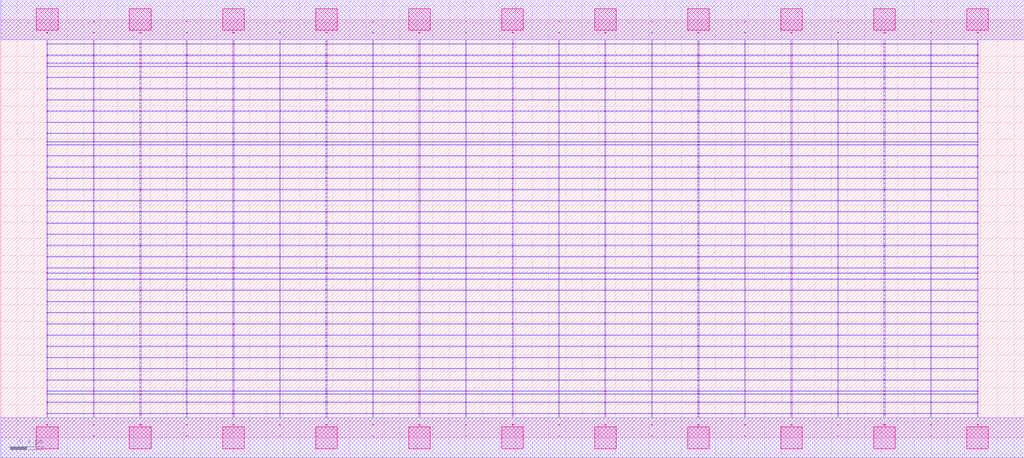
<source format=lef>
MACRO OOAAAOI2232_DEBUG
 CLASS CORE ;
 FOREIGN OOAAAOI2232_DEBUG 0 0 ;
 SIZE 12.32 BY 5.04 ;
 ORIGIN 0 0 ;
 SYMMETRY X Y R90 ;
 SITE unit ;

 OBS
    LAYER polycont ;
     RECT 6.15600000 2.58300000 6.16900000 2.59100000 ;
     RECT 6.15600000 2.71800000 6.16900000 2.72600000 ;
     RECT 6.15600000 2.85300000 6.16900000 2.86100000 ;
     RECT 6.15600000 2.98800000 6.16900000 2.99600000 ;
     RECT 8.39100000 2.58300000 8.40900000 2.59100000 ;
     RECT 8.95600000 2.58300000 8.96400000 2.59100000 ;
     RECT 9.51100000 2.58300000 9.52900000 2.59100000 ;
     RECT 10.07600000 2.58300000 10.08400000 2.59100000 ;
     RECT 10.63100000 2.58300000 10.64900000 2.59100000 ;
     RECT 11.19600000 2.58300000 11.20400000 2.59100000 ;
     RECT 11.75600000 2.58300000 11.76900000 2.59100000 ;
     RECT 6.71600000 2.58300000 6.72400000 2.59100000 ;
     RECT 6.71600000 2.71800000 6.72400000 2.72600000 ;
     RECT 7.27100000 2.71800000 7.28400000 2.72600000 ;
     RECT 7.83600000 2.71800000 7.84400000 2.72600000 ;
     RECT 8.39100000 2.71800000 8.40900000 2.72600000 ;
     RECT 8.95600000 2.71800000 8.96400000 2.72600000 ;
     RECT 9.51100000 2.71800000 9.52900000 2.72600000 ;
     RECT 10.07600000 2.71800000 10.08400000 2.72600000 ;
     RECT 10.63100000 2.71800000 10.64900000 2.72600000 ;
     RECT 11.19600000 2.71800000 11.20400000 2.72600000 ;
     RECT 11.75600000 2.71800000 11.76900000 2.72600000 ;
     RECT 7.27100000 2.58300000 7.28400000 2.59100000 ;
     RECT 6.71600000 2.85300000 6.72400000 2.86100000 ;
     RECT 7.27100000 2.85300000 7.28400000 2.86100000 ;
     RECT 7.83600000 2.85300000 7.84400000 2.86100000 ;
     RECT 8.39100000 2.85300000 8.40900000 2.86100000 ;
     RECT 8.95600000 2.85300000 8.96400000 2.86100000 ;
     RECT 9.51100000 2.85300000 9.52900000 2.86100000 ;
     RECT 10.07600000 2.85300000 10.08400000 2.86100000 ;
     RECT 10.63100000 2.85300000 10.64900000 2.86100000 ;
     RECT 11.19600000 2.85300000 11.20400000 2.86100000 ;
     RECT 11.75600000 2.85300000 11.76900000 2.86100000 ;
     RECT 7.83600000 2.58300000 7.84400000 2.59100000 ;
     RECT 6.71600000 2.98800000 6.72400000 2.99600000 ;
     RECT 7.27100000 2.98800000 7.28400000 2.99600000 ;
     RECT 7.83600000 2.98800000 7.84400000 2.99600000 ;
     RECT 8.39100000 2.98800000 8.40900000 2.99600000 ;
     RECT 8.95600000 2.98800000 8.96400000 2.99600000 ;
     RECT 9.51100000 2.98800000 9.52900000 2.99600000 ;
     RECT 10.07600000 2.98800000 10.08400000 2.99600000 ;
     RECT 10.63100000 2.98800000 10.64900000 2.99600000 ;
     RECT 11.19600000 2.98800000 11.20400000 2.99600000 ;
     RECT 11.75600000 2.98800000 11.76900000 2.99600000 ;
     RECT 6.71600000 3.12300000 6.72400000 3.13100000 ;
     RECT 6.71600000 3.25800000 6.72400000 3.26600000 ;
     RECT 6.71600000 3.39300000 6.72400000 3.40100000 ;
     RECT 6.71600000 3.52800000 6.72400000 3.53600000 ;
     RECT 6.71600000 3.56100000 6.72400000 3.56900000 ;
     RECT 6.71600000 3.66300000 6.72400000 3.67100000 ;
     RECT 6.71600000 3.79800000 6.72400000 3.80600000 ;
     RECT 6.71600000 3.93300000 6.72400000 3.94100000 ;
     RECT 6.71600000 4.06800000 6.72400000 4.07600000 ;
     RECT 6.71600000 4.20300000 6.72400000 4.21100000 ;
     RECT 6.71600000 4.33800000 6.72400000 4.34600000 ;
     RECT 6.71600000 4.47300000 6.72400000 4.48100000 ;
     RECT 6.71600000 4.51100000 6.72400000 4.51900000 ;
     RECT 6.71600000 4.60800000 6.72400000 4.61600000 ;
     RECT 6.71600000 4.74300000 6.72400000 4.75100000 ;
     RECT 6.71600000 4.87800000 6.72400000 4.88600000 ;
     RECT 5.59600000 2.71800000 5.60400000 2.72600000 ;
     RECT 1.11600000 2.58300000 1.12400000 2.59100000 ;
     RECT 1.67100000 2.58300000 1.68900000 2.59100000 ;
     RECT 0.55100000 2.98800000 0.56400000 2.99600000 ;
     RECT 1.11600000 2.98800000 1.12400000 2.99600000 ;
     RECT 1.67100000 2.98800000 1.68900000 2.99600000 ;
     RECT 2.23600000 2.98800000 2.24400000 2.99600000 ;
     RECT 2.79100000 2.98800000 2.80900000 2.99600000 ;
     RECT 3.35600000 2.98800000 3.36400000 2.99600000 ;
     RECT 3.91100000 2.98800000 3.92900000 2.99600000 ;
     RECT 4.47600000 2.98800000 4.48400000 2.99600000 ;
     RECT 5.03100000 2.98800000 5.04900000 2.99600000 ;
     RECT 5.59600000 2.98800000 5.60400000 2.99600000 ;
     RECT 2.23600000 2.58300000 2.24400000 2.59100000 ;
     RECT 2.79100000 2.58300000 2.80900000 2.59100000 ;
     RECT 3.35600000 2.58300000 3.36400000 2.59100000 ;
     RECT 3.91100000 2.58300000 3.92900000 2.59100000 ;
     RECT 4.47600000 2.58300000 4.48400000 2.59100000 ;
     RECT 5.03100000 2.58300000 5.04900000 2.59100000 ;
     RECT 5.59600000 2.58300000 5.60400000 2.59100000 ;
     RECT 0.55100000 2.58300000 0.56400000 2.59100000 ;
     RECT 0.55100000 2.71800000 0.56400000 2.72600000 ;
     RECT 0.55100000 2.85300000 0.56400000 2.86100000 ;
     RECT 1.11600000 2.85300000 1.12400000 2.86100000 ;
     RECT 1.67100000 2.85300000 1.68900000 2.86100000 ;
     RECT 2.23600000 2.85300000 2.24400000 2.86100000 ;
     RECT 2.79100000 2.85300000 2.80900000 2.86100000 ;
     RECT 3.35600000 2.85300000 3.36400000 2.86100000 ;
     RECT 3.91100000 2.85300000 3.92900000 2.86100000 ;
     RECT 4.47600000 2.85300000 4.48400000 2.86100000 ;
     RECT 5.03100000 2.85300000 5.04900000 2.86100000 ;
     RECT 5.59600000 2.85300000 5.60400000 2.86100000 ;
     RECT 1.11600000 2.71800000 1.12400000 2.72600000 ;
     RECT 1.67100000 2.71800000 1.68900000 2.72600000 ;
     RECT 2.23600000 2.71800000 2.24400000 2.72600000 ;
     RECT 2.79100000 2.71800000 2.80900000 2.72600000 ;
     RECT 3.35600000 2.71800000 3.36400000 2.72600000 ;
     RECT 3.91100000 2.71800000 3.92900000 2.72600000 ;
     RECT 4.47600000 2.71800000 4.48400000 2.72600000 ;
     RECT 5.03100000 2.71800000 5.04900000 2.72600000 ;
     RECT 11.19600000 1.36800000 11.20400000 1.37600000 ;
     RECT 11.75600000 1.36800000 11.76900000 1.37600000 ;
     RECT 11.19600000 1.50300000 11.20400000 1.51100000 ;
     RECT 11.75600000 1.50300000 11.76900000 1.51100000 ;
     RECT 11.19600000 1.63800000 11.20400000 1.64600000 ;
     RECT 11.75600000 1.63800000 11.76900000 1.64600000 ;
     RECT 11.19600000 1.77300000 11.20400000 1.78100000 ;
     RECT 11.75600000 1.77300000 11.76900000 1.78100000 ;
     RECT 11.19600000 1.90800000 11.20400000 1.91600000 ;
     RECT 11.75600000 1.90800000 11.76900000 1.91600000 ;
     RECT 11.19600000 1.98100000 11.20400000 1.98900000 ;
     RECT 11.75600000 1.98100000 11.76900000 1.98900000 ;
     RECT 11.19600000 2.04300000 11.20400000 2.05100000 ;
     RECT 11.75600000 2.04300000 11.76900000 2.05100000 ;
     RECT 11.19600000 2.17800000 11.20400000 2.18600000 ;
     RECT 11.75600000 2.17800000 11.76900000 2.18600000 ;
     RECT 11.19600000 2.31300000 11.20400000 2.32100000 ;
     RECT 11.75600000 2.31300000 11.76900000 2.32100000 ;
     RECT 11.19600000 2.44800000 11.20400000 2.45600000 ;
     RECT 11.75600000 2.44800000 11.76900000 2.45600000 ;
     RECT 11.19600000 0.15300000 11.20400000 0.16100000 ;
     RECT 11.75600000 0.15300000 11.76900000 0.16100000 ;
     RECT 11.19600000 0.28800000 11.20400000 0.29600000 ;
     RECT 11.75600000 0.28800000 11.76900000 0.29600000 ;
     RECT 11.19600000 0.42300000 11.20400000 0.43100000 ;
     RECT 11.75600000 0.42300000 11.76900000 0.43100000 ;
     RECT 11.19600000 0.52100000 11.20400000 0.52900000 ;
     RECT 11.75600000 0.52100000 11.76900000 0.52900000 ;
     RECT 11.19600000 0.55800000 11.20400000 0.56600000 ;
     RECT 11.75600000 0.55800000 11.76900000 0.56600000 ;
     RECT 11.19600000 0.69300000 11.20400000 0.70100000 ;
     RECT 11.75600000 0.69300000 11.76900000 0.70100000 ;
     RECT 11.19600000 0.82800000 11.20400000 0.83600000 ;
     RECT 11.75600000 0.82800000 11.76900000 0.83600000 ;
     RECT 11.19600000 0.96300000 11.20400000 0.97100000 ;
     RECT 11.75600000 0.96300000 11.76900000 0.97100000 ;
     RECT 11.19600000 1.09800000 11.20400000 1.10600000 ;
     RECT 11.75600000 1.09800000 11.76900000 1.10600000 ;
     RECT 11.19600000 1.23300000 11.20400000 1.24100000 ;
     RECT 11.75600000 1.23300000 11.76900000 1.24100000 ;

    LAYER pdiffc ;
     RECT 0.55100000 3.39300000 0.55900000 3.40100000 ;
     RECT 6.16100000 3.39300000 6.16900000 3.40100000 ;
     RECT 7.27100000 3.39300000 7.27900000 3.40100000 ;
     RECT 11.76100000 3.39300000 11.76900000 3.40100000 ;
     RECT 0.55100000 3.52800000 0.55900000 3.53600000 ;
     RECT 6.16100000 3.52800000 6.16900000 3.53600000 ;
     RECT 7.27100000 3.52800000 7.27900000 3.53600000 ;
     RECT 11.76100000 3.52800000 11.76900000 3.53600000 ;
     RECT 0.55100000 3.56100000 0.55900000 3.56900000 ;
     RECT 6.16100000 3.56100000 6.16900000 3.56900000 ;
     RECT 7.27100000 3.56100000 7.27900000 3.56900000 ;
     RECT 11.76100000 3.56100000 11.76900000 3.56900000 ;
     RECT 0.55100000 3.66300000 0.55900000 3.67100000 ;
     RECT 6.16100000 3.66300000 6.16900000 3.67100000 ;
     RECT 7.27100000 3.66300000 7.27900000 3.67100000 ;
     RECT 11.76100000 3.66300000 11.76900000 3.67100000 ;
     RECT 0.55100000 3.79800000 0.55900000 3.80600000 ;
     RECT 6.16100000 3.79800000 6.16900000 3.80600000 ;
     RECT 7.27100000 3.79800000 7.27900000 3.80600000 ;
     RECT 11.76100000 3.79800000 11.76900000 3.80600000 ;
     RECT 0.55100000 3.93300000 0.55900000 3.94100000 ;
     RECT 6.16100000 3.93300000 6.16900000 3.94100000 ;
     RECT 7.27100000 3.93300000 7.27900000 3.94100000 ;
     RECT 11.76100000 3.93300000 11.76900000 3.94100000 ;
     RECT 0.55100000 4.06800000 0.55900000 4.07600000 ;
     RECT 6.16100000 4.06800000 6.16900000 4.07600000 ;
     RECT 7.27100000 4.06800000 7.27900000 4.07600000 ;
     RECT 11.76100000 4.06800000 11.76900000 4.07600000 ;
     RECT 0.55100000 4.20300000 0.55900000 4.21100000 ;
     RECT 6.16100000 4.20300000 6.16900000 4.21100000 ;
     RECT 7.27100000 4.20300000 7.27900000 4.21100000 ;
     RECT 11.76100000 4.20300000 11.76900000 4.21100000 ;
     RECT 0.55100000 4.33800000 0.55900000 4.34600000 ;
     RECT 6.16100000 4.33800000 6.16900000 4.34600000 ;
     RECT 7.27100000 4.33800000 7.27900000 4.34600000 ;
     RECT 11.76100000 4.33800000 11.76900000 4.34600000 ;
     RECT 0.55100000 4.47300000 0.55900000 4.48100000 ;
     RECT 6.16100000 4.47300000 6.16900000 4.48100000 ;
     RECT 7.27100000 4.47300000 7.27900000 4.48100000 ;
     RECT 11.76100000 4.47300000 11.76900000 4.48100000 ;
     RECT 0.55100000 4.51100000 0.55900000 4.51900000 ;
     RECT 6.16100000 4.51100000 6.16900000 4.51900000 ;
     RECT 7.27100000 4.51100000 7.27900000 4.51900000 ;
     RECT 11.76100000 4.51100000 11.76900000 4.51900000 ;
     RECT 0.55100000 4.60800000 0.55900000 4.61600000 ;
     RECT 6.16100000 4.60800000 6.16900000 4.61600000 ;
     RECT 7.27100000 4.60800000 7.27900000 4.61600000 ;
     RECT 11.76100000 4.60800000 11.76900000 4.61600000 ;

    LAYER ndiffc ;
     RECT 6.15600000 0.42300000 6.16900000 0.43100000 ;
     RECT 7.27100000 0.42300000 7.28400000 0.43100000 ;
     RECT 8.39100000 0.42300000 8.40900000 0.43100000 ;
     RECT 9.51100000 0.42300000 9.52900000 0.43100000 ;
     RECT 10.63100000 0.42300000 10.64900000 0.43100000 ;
     RECT 6.15600000 0.52100000 6.16900000 0.52900000 ;
     RECT 7.27100000 0.52100000 7.28400000 0.52900000 ;
     RECT 8.39100000 0.52100000 8.40900000 0.52900000 ;
     RECT 9.51100000 0.52100000 9.52900000 0.52900000 ;
     RECT 10.63100000 0.52100000 10.64900000 0.52900000 ;
     RECT 6.15600000 0.55800000 6.16900000 0.56600000 ;
     RECT 7.27100000 0.55800000 7.28400000 0.56600000 ;
     RECT 8.39100000 0.55800000 8.40900000 0.56600000 ;
     RECT 9.51100000 0.55800000 9.52900000 0.56600000 ;
     RECT 10.63100000 0.55800000 10.64900000 0.56600000 ;
     RECT 6.15600000 0.69300000 6.16900000 0.70100000 ;
     RECT 7.27100000 0.69300000 7.28400000 0.70100000 ;
     RECT 8.39100000 0.69300000 8.40900000 0.70100000 ;
     RECT 9.51100000 0.69300000 9.52900000 0.70100000 ;
     RECT 10.63100000 0.69300000 10.64900000 0.70100000 ;
     RECT 6.15600000 0.82800000 6.16900000 0.83600000 ;
     RECT 7.27100000 0.82800000 7.28400000 0.83600000 ;
     RECT 8.39100000 0.82800000 8.40900000 0.83600000 ;
     RECT 9.51100000 0.82800000 9.52900000 0.83600000 ;
     RECT 10.63100000 0.82800000 10.64900000 0.83600000 ;
     RECT 6.15600000 0.96300000 6.16900000 0.97100000 ;
     RECT 7.27100000 0.96300000 7.28400000 0.97100000 ;
     RECT 8.39100000 0.96300000 8.40900000 0.97100000 ;
     RECT 9.51100000 0.96300000 9.52900000 0.97100000 ;
     RECT 10.63100000 0.96300000 10.64900000 0.97100000 ;
     RECT 6.15600000 1.09800000 6.16900000 1.10600000 ;
     RECT 7.27100000 1.09800000 7.28400000 1.10600000 ;
     RECT 8.39100000 1.09800000 8.40900000 1.10600000 ;
     RECT 9.51100000 1.09800000 9.52900000 1.10600000 ;
     RECT 10.63100000 1.09800000 10.64900000 1.10600000 ;
     RECT 6.15600000 1.23300000 6.16900000 1.24100000 ;
     RECT 7.27100000 1.23300000 7.28400000 1.24100000 ;
     RECT 8.39100000 1.23300000 8.40900000 1.24100000 ;
     RECT 9.51100000 1.23300000 9.52900000 1.24100000 ;
     RECT 10.63100000 1.23300000 10.64900000 1.24100000 ;
     RECT 6.15600000 1.36800000 6.16900000 1.37600000 ;
     RECT 7.27100000 1.36800000 7.28400000 1.37600000 ;
     RECT 8.39100000 1.36800000 8.40900000 1.37600000 ;
     RECT 9.51100000 1.36800000 9.52900000 1.37600000 ;
     RECT 10.63100000 1.36800000 10.64900000 1.37600000 ;
     RECT 6.15600000 1.50300000 6.16900000 1.51100000 ;
     RECT 7.27100000 1.50300000 7.28400000 1.51100000 ;
     RECT 8.39100000 1.50300000 8.40900000 1.51100000 ;
     RECT 9.51100000 1.50300000 9.52900000 1.51100000 ;
     RECT 10.63100000 1.50300000 10.64900000 1.51100000 ;
     RECT 6.15600000 1.63800000 6.16900000 1.64600000 ;
     RECT 7.27100000 1.63800000 7.28400000 1.64600000 ;
     RECT 8.39100000 1.63800000 8.40900000 1.64600000 ;
     RECT 9.51100000 1.63800000 9.52900000 1.64600000 ;
     RECT 10.63100000 1.63800000 10.64900000 1.64600000 ;
     RECT 6.15600000 1.77300000 6.16900000 1.78100000 ;
     RECT 7.27100000 1.77300000 7.28400000 1.78100000 ;
     RECT 8.39100000 1.77300000 8.40900000 1.78100000 ;
     RECT 9.51100000 1.77300000 9.52900000 1.78100000 ;
     RECT 10.63100000 1.77300000 10.64900000 1.78100000 ;
     RECT 6.15600000 1.90800000 6.16900000 1.91600000 ;
     RECT 7.27100000 1.90800000 7.28400000 1.91600000 ;
     RECT 8.39100000 1.90800000 8.40900000 1.91600000 ;
     RECT 9.51100000 1.90800000 9.52900000 1.91600000 ;
     RECT 10.63100000 1.90800000 10.64900000 1.91600000 ;
     RECT 6.15600000 1.98100000 6.16900000 1.98900000 ;
     RECT 7.27100000 1.98100000 7.28400000 1.98900000 ;
     RECT 8.39100000 1.98100000 8.40900000 1.98900000 ;
     RECT 9.51100000 1.98100000 9.52900000 1.98900000 ;
     RECT 10.63100000 1.98100000 10.64900000 1.98900000 ;
     RECT 6.15600000 2.04300000 6.16900000 2.05100000 ;
     RECT 7.27100000 2.04300000 7.28400000 2.05100000 ;
     RECT 8.39100000 2.04300000 8.40900000 2.05100000 ;
     RECT 9.51100000 2.04300000 9.52900000 2.05100000 ;
     RECT 10.63100000 2.04300000 10.64900000 2.05100000 ;
     RECT 0.55100000 0.42300000 0.56400000 0.43100000 ;
     RECT 1.67100000 0.42300000 1.68900000 0.43100000 ;
     RECT 2.79100000 0.42300000 2.80900000 0.43100000 ;
     RECT 3.91100000 0.42300000 3.92900000 0.43100000 ;
     RECT 5.03100000 0.42300000 5.04900000 0.43100000 ;
     RECT 0.55100000 1.36800000 0.56400000 1.37600000 ;
     RECT 1.67100000 1.36800000 1.68900000 1.37600000 ;
     RECT 2.79100000 1.36800000 2.80900000 1.37600000 ;
     RECT 3.91100000 1.36800000 3.92900000 1.37600000 ;
     RECT 5.03100000 1.36800000 5.04900000 1.37600000 ;
     RECT 0.55100000 0.82800000 0.56400000 0.83600000 ;
     RECT 1.67100000 0.82800000 1.68900000 0.83600000 ;
     RECT 2.79100000 0.82800000 2.80900000 0.83600000 ;
     RECT 3.91100000 0.82800000 3.92900000 0.83600000 ;
     RECT 5.03100000 0.82800000 5.04900000 0.83600000 ;
     RECT 0.55100000 1.50300000 0.56400000 1.51100000 ;
     RECT 1.67100000 1.50300000 1.68900000 1.51100000 ;
     RECT 2.79100000 1.50300000 2.80900000 1.51100000 ;
     RECT 3.91100000 1.50300000 3.92900000 1.51100000 ;
     RECT 5.03100000 1.50300000 5.04900000 1.51100000 ;
     RECT 0.55100000 0.55800000 0.56400000 0.56600000 ;
     RECT 1.67100000 0.55800000 1.68900000 0.56600000 ;
     RECT 2.79100000 0.55800000 2.80900000 0.56600000 ;
     RECT 3.91100000 0.55800000 3.92900000 0.56600000 ;
     RECT 5.03100000 0.55800000 5.04900000 0.56600000 ;
     RECT 0.55100000 1.63800000 0.56400000 1.64600000 ;
     RECT 1.67100000 1.63800000 1.68900000 1.64600000 ;
     RECT 2.79100000 1.63800000 2.80900000 1.64600000 ;
     RECT 3.91100000 1.63800000 3.92900000 1.64600000 ;
     RECT 5.03100000 1.63800000 5.04900000 1.64600000 ;
     RECT 0.55100000 0.96300000 0.56400000 0.97100000 ;
     RECT 1.67100000 0.96300000 1.68900000 0.97100000 ;
     RECT 2.79100000 0.96300000 2.80900000 0.97100000 ;
     RECT 3.91100000 0.96300000 3.92900000 0.97100000 ;
     RECT 5.03100000 0.96300000 5.04900000 0.97100000 ;
     RECT 0.55100000 1.77300000 0.56400000 1.78100000 ;
     RECT 1.67100000 1.77300000 1.68900000 1.78100000 ;
     RECT 2.79100000 1.77300000 2.80900000 1.78100000 ;
     RECT 3.91100000 1.77300000 3.92900000 1.78100000 ;
     RECT 5.03100000 1.77300000 5.04900000 1.78100000 ;
     RECT 0.55100000 0.52100000 0.56400000 0.52900000 ;
     RECT 1.67100000 0.52100000 1.68900000 0.52900000 ;
     RECT 2.79100000 0.52100000 2.80900000 0.52900000 ;
     RECT 3.91100000 0.52100000 3.92900000 0.52900000 ;
     RECT 5.03100000 0.52100000 5.04900000 0.52900000 ;
     RECT 0.55100000 1.90800000 0.56400000 1.91600000 ;
     RECT 1.67100000 1.90800000 1.68900000 1.91600000 ;
     RECT 2.79100000 1.90800000 2.80900000 1.91600000 ;
     RECT 3.91100000 1.90800000 3.92900000 1.91600000 ;
     RECT 5.03100000 1.90800000 5.04900000 1.91600000 ;
     RECT 0.55100000 1.09800000 0.56400000 1.10600000 ;
     RECT 1.67100000 1.09800000 1.68900000 1.10600000 ;
     RECT 2.79100000 1.09800000 2.80900000 1.10600000 ;
     RECT 3.91100000 1.09800000 3.92900000 1.10600000 ;
     RECT 5.03100000 1.09800000 5.04900000 1.10600000 ;
     RECT 0.55100000 1.98100000 0.56400000 1.98900000 ;
     RECT 1.67100000 1.98100000 1.68900000 1.98900000 ;
     RECT 2.79100000 1.98100000 2.80900000 1.98900000 ;
     RECT 3.91100000 1.98100000 3.92900000 1.98900000 ;
     RECT 5.03100000 1.98100000 5.04900000 1.98900000 ;
     RECT 0.55100000 0.69300000 0.56400000 0.70100000 ;
     RECT 1.67100000 0.69300000 1.68900000 0.70100000 ;
     RECT 2.79100000 0.69300000 2.80900000 0.70100000 ;
     RECT 3.91100000 0.69300000 3.92900000 0.70100000 ;
     RECT 5.03100000 0.69300000 5.04900000 0.70100000 ;
     RECT 0.55100000 2.04300000 0.56400000 2.05100000 ;
     RECT 1.67100000 2.04300000 1.68900000 2.05100000 ;
     RECT 2.79100000 2.04300000 2.80900000 2.05100000 ;
     RECT 3.91100000 2.04300000 3.92900000 2.05100000 ;
     RECT 5.03100000 2.04300000 5.04900000 2.05100000 ;
     RECT 0.55100000 1.23300000 0.56400000 1.24100000 ;
     RECT 1.67100000 1.23300000 1.68900000 1.24100000 ;
     RECT 2.79100000 1.23300000 2.80900000 1.24100000 ;
     RECT 3.91100000 1.23300000 3.92900000 1.24100000 ;
     RECT 5.03100000 1.23300000 5.04900000 1.24100000 ;

    LAYER met1 ;
     RECT 0.00000000 -0.24000000 12.32000000 0.24000000 ;
     RECT 6.15600000 0.24000000 6.16900000 0.28800000 ;
     RECT 0.55100000 0.28800000 11.76900000 0.29600000 ;
     RECT 6.15600000 0.29600000 6.16900000 0.42300000 ;
     RECT 0.55100000 0.42300000 11.76900000 0.43100000 ;
     RECT 6.15600000 0.43100000 6.16900000 0.52100000 ;
     RECT 0.55100000 0.52100000 11.76900000 0.52900000 ;
     RECT 6.15600000 0.52900000 6.16900000 0.55800000 ;
     RECT 0.55100000 0.55800000 11.76900000 0.56600000 ;
     RECT 6.15600000 0.56600000 6.16900000 0.69300000 ;
     RECT 0.55100000 0.69300000 11.76900000 0.70100000 ;
     RECT 6.15600000 0.70100000 6.16900000 0.82800000 ;
     RECT 0.55100000 0.82800000 11.76900000 0.83600000 ;
     RECT 6.15600000 0.83600000 6.16900000 0.96300000 ;
     RECT 0.55100000 0.96300000 11.76900000 0.97100000 ;
     RECT 6.15600000 0.97100000 6.16900000 1.09800000 ;
     RECT 0.55100000 1.09800000 11.76900000 1.10600000 ;
     RECT 6.15600000 1.10600000 6.16900000 1.23300000 ;
     RECT 0.55100000 1.23300000 11.76900000 1.24100000 ;
     RECT 6.15600000 1.24100000 6.16900000 1.36800000 ;
     RECT 0.55100000 1.36800000 11.76900000 1.37600000 ;
     RECT 6.15600000 1.37600000 6.16900000 1.50300000 ;
     RECT 0.55100000 1.50300000 11.76900000 1.51100000 ;
     RECT 6.15600000 1.51100000 6.16900000 1.63800000 ;
     RECT 0.55100000 1.63800000 11.76900000 1.64600000 ;
     RECT 6.15600000 1.64600000 6.16900000 1.77300000 ;
     RECT 0.55100000 1.77300000 11.76900000 1.78100000 ;
     RECT 6.15600000 1.78100000 6.16900000 1.90800000 ;
     RECT 0.55100000 1.90800000 11.76900000 1.91600000 ;
     RECT 6.15600000 1.91600000 6.16900000 1.98100000 ;
     RECT 0.55100000 1.98100000 11.76900000 1.98900000 ;
     RECT 6.15600000 1.98900000 6.16900000 2.04300000 ;
     RECT 0.55100000 2.04300000 11.76900000 2.05100000 ;
     RECT 6.15600000 2.05100000 6.16900000 2.17800000 ;
     RECT 0.55100000 2.17800000 11.76900000 2.18600000 ;
     RECT 6.15600000 2.18600000 6.16900000 2.31300000 ;
     RECT 0.55100000 2.31300000 11.76900000 2.32100000 ;
     RECT 6.15600000 2.32100000 6.16900000 2.44800000 ;
     RECT 0.55100000 2.44800000 11.76900000 2.45600000 ;
     RECT 0.55100000 2.45600000 0.56400000 2.58300000 ;
     RECT 1.11600000 2.45600000 1.12400000 2.58300000 ;
     RECT 1.67100000 2.45600000 1.68900000 2.58300000 ;
     RECT 2.23600000 2.45600000 2.24400000 2.58300000 ;
     RECT 2.79100000 2.45600000 2.80900000 2.58300000 ;
     RECT 3.35600000 2.45600000 3.36400000 2.58300000 ;
     RECT 3.91100000 2.45600000 3.92900000 2.58300000 ;
     RECT 4.47600000 2.45600000 4.48400000 2.58300000 ;
     RECT 5.03100000 2.45600000 5.04900000 2.58300000 ;
     RECT 5.59600000 2.45600000 5.60400000 2.58300000 ;
     RECT 6.15600000 2.45600000 6.16900000 2.58300000 ;
     RECT 6.71600000 2.45600000 6.72400000 2.58300000 ;
     RECT 7.27100000 2.45600000 7.28400000 2.58300000 ;
     RECT 7.83600000 2.45600000 7.84400000 2.58300000 ;
     RECT 8.39100000 2.45600000 8.40900000 2.58300000 ;
     RECT 8.95600000 2.45600000 8.96400000 2.58300000 ;
     RECT 9.51100000 2.45600000 9.52900000 2.58300000 ;
     RECT 10.07600000 2.45600000 10.08400000 2.58300000 ;
     RECT 10.63100000 2.45600000 10.64900000 2.58300000 ;
     RECT 11.19600000 2.45600000 11.20400000 2.58300000 ;
     RECT 11.75600000 2.45600000 11.76900000 2.58300000 ;
     RECT 0.55100000 2.58300000 11.76900000 2.59100000 ;
     RECT 6.15600000 2.59100000 6.16900000 2.71800000 ;
     RECT 0.55100000 2.71800000 11.76900000 2.72600000 ;
     RECT 6.15600000 2.72600000 6.16900000 2.85300000 ;
     RECT 0.55100000 2.85300000 11.76900000 2.86100000 ;
     RECT 6.15600000 2.86100000 6.16900000 2.98800000 ;
     RECT 0.55100000 2.98800000 11.76900000 2.99600000 ;
     RECT 6.15600000 2.99600000 6.16900000 3.12300000 ;
     RECT 0.55100000 3.12300000 11.76900000 3.13100000 ;
     RECT 6.15600000 3.13100000 6.16900000 3.25800000 ;
     RECT 0.55100000 3.25800000 11.76900000 3.26600000 ;
     RECT 6.15600000 3.26600000 6.16900000 3.39300000 ;
     RECT 0.55100000 3.39300000 11.76900000 3.40100000 ;
     RECT 6.15600000 3.40100000 6.16900000 3.52800000 ;
     RECT 0.55100000 3.52800000 11.76900000 3.53600000 ;
     RECT 6.15600000 3.53600000 6.16900000 3.56100000 ;
     RECT 0.55100000 3.56100000 11.76900000 3.56900000 ;
     RECT 6.15600000 3.56900000 6.16900000 3.66300000 ;
     RECT 0.55100000 3.66300000 11.76900000 3.67100000 ;
     RECT 6.15600000 3.67100000 6.16900000 3.79800000 ;
     RECT 0.55100000 3.79800000 11.76900000 3.80600000 ;
     RECT 6.15600000 3.80600000 6.16900000 3.93300000 ;
     RECT 0.55100000 3.93300000 11.76900000 3.94100000 ;
     RECT 6.15600000 3.94100000 6.16900000 4.06800000 ;
     RECT 0.55100000 4.06800000 11.76900000 4.07600000 ;
     RECT 6.15600000 4.07600000 6.16900000 4.20300000 ;
     RECT 0.55100000 4.20300000 11.76900000 4.21100000 ;
     RECT 6.15600000 4.21100000 6.16900000 4.33800000 ;
     RECT 0.55100000 4.33800000 11.76900000 4.34600000 ;
     RECT 6.15600000 4.34600000 6.16900000 4.47300000 ;
     RECT 0.55100000 4.47300000 11.76900000 4.48100000 ;
     RECT 6.15600000 4.48100000 6.16900000 4.51100000 ;
     RECT 0.55100000 4.51100000 11.76900000 4.51900000 ;
     RECT 6.15600000 4.51900000 6.16900000 4.60800000 ;
     RECT 0.55100000 4.60800000 11.76900000 4.61600000 ;
     RECT 6.15600000 4.61600000 6.16900000 4.74300000 ;
     RECT 0.55100000 4.74300000 11.76900000 4.75100000 ;
     RECT 6.15600000 4.75100000 6.16900000 4.80000000 ;
     RECT 0.00000000 4.80000000 12.32000000 5.28000000 ;
     RECT 6.71600000 3.80600000 6.72400000 3.93300000 ;
     RECT 7.27100000 3.80600000 7.28400000 3.93300000 ;
     RECT 7.83600000 3.80600000 7.84400000 3.93300000 ;
     RECT 8.39100000 3.80600000 8.40900000 3.93300000 ;
     RECT 8.95600000 3.80600000 8.96400000 3.93300000 ;
     RECT 9.51100000 3.80600000 9.52900000 3.93300000 ;
     RECT 10.07600000 3.80600000 10.08400000 3.93300000 ;
     RECT 10.63100000 3.80600000 10.64900000 3.93300000 ;
     RECT 11.19600000 3.80600000 11.20400000 3.93300000 ;
     RECT 11.75600000 3.80600000 11.76900000 3.93300000 ;
     RECT 9.51100000 3.94100000 9.52900000 4.06800000 ;
     RECT 10.07600000 3.94100000 10.08400000 4.06800000 ;
     RECT 10.63100000 3.94100000 10.64900000 4.06800000 ;
     RECT 11.19600000 3.94100000 11.20400000 4.06800000 ;
     RECT 11.75600000 3.94100000 11.76900000 4.06800000 ;
     RECT 9.51100000 4.07600000 9.52900000 4.20300000 ;
     RECT 10.07600000 4.07600000 10.08400000 4.20300000 ;
     RECT 10.63100000 4.07600000 10.64900000 4.20300000 ;
     RECT 11.19600000 4.07600000 11.20400000 4.20300000 ;
     RECT 11.75600000 4.07600000 11.76900000 4.20300000 ;
     RECT 9.51100000 4.21100000 9.52900000 4.33800000 ;
     RECT 10.07600000 4.21100000 10.08400000 4.33800000 ;
     RECT 10.63100000 4.21100000 10.64900000 4.33800000 ;
     RECT 11.19600000 4.21100000 11.20400000 4.33800000 ;
     RECT 11.75600000 4.21100000 11.76900000 4.33800000 ;
     RECT 9.51100000 4.34600000 9.52900000 4.47300000 ;
     RECT 10.07600000 4.34600000 10.08400000 4.47300000 ;
     RECT 10.63100000 4.34600000 10.64900000 4.47300000 ;
     RECT 11.19600000 4.34600000 11.20400000 4.47300000 ;
     RECT 11.75600000 4.34600000 11.76900000 4.47300000 ;
     RECT 9.51100000 4.48100000 9.52900000 4.51100000 ;
     RECT 10.07600000 4.48100000 10.08400000 4.51100000 ;
     RECT 10.63100000 4.48100000 10.64900000 4.51100000 ;
     RECT 11.19600000 4.48100000 11.20400000 4.51100000 ;
     RECT 11.75600000 4.48100000 11.76900000 4.51100000 ;
     RECT 9.51100000 4.51900000 9.52900000 4.60800000 ;
     RECT 10.07600000 4.51900000 10.08400000 4.60800000 ;
     RECT 10.63100000 4.51900000 10.64900000 4.60800000 ;
     RECT 11.19600000 4.51900000 11.20400000 4.60800000 ;
     RECT 11.75600000 4.51900000 11.76900000 4.60800000 ;
     RECT 9.51100000 4.61600000 9.52900000 4.74300000 ;
     RECT 10.07600000 4.61600000 10.08400000 4.74300000 ;
     RECT 10.63100000 4.61600000 10.64900000 4.74300000 ;
     RECT 11.19600000 4.61600000 11.20400000 4.74300000 ;
     RECT 11.75600000 4.61600000 11.76900000 4.74300000 ;
     RECT 9.51100000 4.75100000 9.52900000 4.80000000 ;
     RECT 10.07600000 4.75100000 10.08400000 4.80000000 ;
     RECT 10.63100000 4.75100000 10.64900000 4.80000000 ;
     RECT 11.19600000 4.75100000 11.20400000 4.80000000 ;
     RECT 11.75600000 4.75100000 11.76900000 4.80000000 ;
     RECT 6.71600000 4.48100000 6.72400000 4.51100000 ;
     RECT 7.27100000 4.48100000 7.28400000 4.51100000 ;
     RECT 7.83600000 4.48100000 7.84400000 4.51100000 ;
     RECT 8.39100000 4.48100000 8.40900000 4.51100000 ;
     RECT 8.95600000 4.48100000 8.96400000 4.51100000 ;
     RECT 6.71600000 4.21100000 6.72400000 4.33800000 ;
     RECT 7.27100000 4.21100000 7.28400000 4.33800000 ;
     RECT 7.83600000 4.21100000 7.84400000 4.33800000 ;
     RECT 8.39100000 4.21100000 8.40900000 4.33800000 ;
     RECT 8.95600000 4.21100000 8.96400000 4.33800000 ;
     RECT 6.71600000 4.51900000 6.72400000 4.60800000 ;
     RECT 7.27100000 4.51900000 7.28400000 4.60800000 ;
     RECT 7.83600000 4.51900000 7.84400000 4.60800000 ;
     RECT 8.39100000 4.51900000 8.40900000 4.60800000 ;
     RECT 8.95600000 4.51900000 8.96400000 4.60800000 ;
     RECT 6.71600000 4.07600000 6.72400000 4.20300000 ;
     RECT 7.27100000 4.07600000 7.28400000 4.20300000 ;
     RECT 7.83600000 4.07600000 7.84400000 4.20300000 ;
     RECT 8.39100000 4.07600000 8.40900000 4.20300000 ;
     RECT 8.95600000 4.07600000 8.96400000 4.20300000 ;
     RECT 6.71600000 4.61600000 6.72400000 4.74300000 ;
     RECT 7.27100000 4.61600000 7.28400000 4.74300000 ;
     RECT 7.83600000 4.61600000 7.84400000 4.74300000 ;
     RECT 8.39100000 4.61600000 8.40900000 4.74300000 ;
     RECT 8.95600000 4.61600000 8.96400000 4.74300000 ;
     RECT 6.71600000 4.34600000 6.72400000 4.47300000 ;
     RECT 7.27100000 4.34600000 7.28400000 4.47300000 ;
     RECT 7.83600000 4.34600000 7.84400000 4.47300000 ;
     RECT 8.39100000 4.34600000 8.40900000 4.47300000 ;
     RECT 8.95600000 4.34600000 8.96400000 4.47300000 ;
     RECT 6.71600000 4.75100000 6.72400000 4.80000000 ;
     RECT 7.27100000 4.75100000 7.28400000 4.80000000 ;
     RECT 7.83600000 4.75100000 7.84400000 4.80000000 ;
     RECT 8.39100000 4.75100000 8.40900000 4.80000000 ;
     RECT 8.95600000 4.75100000 8.96400000 4.80000000 ;
     RECT 6.71600000 3.94100000 6.72400000 4.06800000 ;
     RECT 7.27100000 3.94100000 7.28400000 4.06800000 ;
     RECT 7.83600000 3.94100000 7.84400000 4.06800000 ;
     RECT 8.39100000 3.94100000 8.40900000 4.06800000 ;
     RECT 8.95600000 3.94100000 8.96400000 4.06800000 ;
     RECT 8.39100000 2.99600000 8.40900000 3.12300000 ;
     RECT 8.95600000 2.99600000 8.96400000 3.12300000 ;
     RECT 6.71600000 3.13100000 6.72400000 3.25800000 ;
     RECT 7.27100000 3.13100000 7.28400000 3.25800000 ;
     RECT 7.83600000 3.13100000 7.84400000 3.25800000 ;
     RECT 8.39100000 3.13100000 8.40900000 3.25800000 ;
     RECT 8.95600000 3.13100000 8.96400000 3.25800000 ;
     RECT 8.95600000 2.86100000 8.96400000 2.98800000 ;
     RECT 6.71600000 3.26600000 6.72400000 3.39300000 ;
     RECT 7.27100000 3.26600000 7.28400000 3.39300000 ;
     RECT 7.83600000 3.26600000 7.84400000 3.39300000 ;
     RECT 8.39100000 3.26600000 8.40900000 3.39300000 ;
     RECT 8.95600000 3.26600000 8.96400000 3.39300000 ;
     RECT 6.71600000 2.59100000 6.72400000 2.71800000 ;
     RECT 7.27100000 2.59100000 7.28400000 2.71800000 ;
     RECT 6.71600000 3.40100000 6.72400000 3.52800000 ;
     RECT 7.27100000 3.40100000 7.28400000 3.52800000 ;
     RECT 7.83600000 3.40100000 7.84400000 3.52800000 ;
     RECT 8.39100000 3.40100000 8.40900000 3.52800000 ;
     RECT 7.83600000 2.59100000 7.84400000 2.71800000 ;
     RECT 8.39100000 2.59100000 8.40900000 2.71800000 ;
     RECT 8.95600000 3.40100000 8.96400000 3.52800000 ;
     RECT 6.71600000 2.72600000 6.72400000 2.85300000 ;
     RECT 7.27100000 2.72600000 7.28400000 2.85300000 ;
     RECT 6.71600000 3.53600000 6.72400000 3.56100000 ;
     RECT 7.27100000 3.53600000 7.28400000 3.56100000 ;
     RECT 7.83600000 3.53600000 7.84400000 3.56100000 ;
     RECT 8.39100000 3.53600000 8.40900000 3.56100000 ;
     RECT 8.95600000 3.53600000 8.96400000 3.56100000 ;
     RECT 7.83600000 2.72600000 7.84400000 2.85300000 ;
     RECT 8.39100000 2.72600000 8.40900000 2.85300000 ;
     RECT 6.71600000 2.86100000 6.72400000 2.98800000 ;
     RECT 7.27100000 2.86100000 7.28400000 2.98800000 ;
     RECT 6.71600000 3.56900000 6.72400000 3.66300000 ;
     RECT 7.27100000 3.56900000 7.28400000 3.66300000 ;
     RECT 7.83600000 3.56900000 7.84400000 3.66300000 ;
     RECT 8.39100000 3.56900000 8.40900000 3.66300000 ;
     RECT 8.95600000 3.56900000 8.96400000 3.66300000 ;
     RECT 8.95600000 2.59100000 8.96400000 2.71800000 ;
     RECT 8.95600000 2.72600000 8.96400000 2.85300000 ;
     RECT 6.71600000 3.67100000 6.72400000 3.79800000 ;
     RECT 7.27100000 3.67100000 7.28400000 3.79800000 ;
     RECT 7.83600000 3.67100000 7.84400000 3.79800000 ;
     RECT 8.39100000 3.67100000 8.40900000 3.79800000 ;
     RECT 7.83600000 2.86100000 7.84400000 2.98800000 ;
     RECT 8.39100000 2.86100000 8.40900000 2.98800000 ;
     RECT 8.95600000 3.67100000 8.96400000 3.79800000 ;
     RECT 7.27100000 2.99600000 7.28400000 3.12300000 ;
     RECT 7.83600000 2.99600000 7.84400000 3.12300000 ;
     RECT 6.71600000 2.99600000 6.72400000 3.12300000 ;
     RECT 9.51100000 3.53600000 9.52900000 3.56100000 ;
     RECT 10.07600000 3.53600000 10.08400000 3.56100000 ;
     RECT 9.51100000 2.86100000 9.52900000 2.98800000 ;
     RECT 10.63100000 3.53600000 10.64900000 3.56100000 ;
     RECT 11.19600000 3.53600000 11.20400000 3.56100000 ;
     RECT 11.75600000 3.53600000 11.76900000 3.56100000 ;
     RECT 9.51100000 3.26600000 9.52900000 3.39300000 ;
     RECT 10.07600000 3.26600000 10.08400000 3.39300000 ;
     RECT 10.63100000 3.26600000 10.64900000 3.39300000 ;
     RECT 11.19600000 3.26600000 11.20400000 3.39300000 ;
     RECT 11.75600000 3.26600000 11.76900000 3.39300000 ;
     RECT 11.19600000 2.99600000 11.20400000 3.12300000 ;
     RECT 11.75600000 2.99600000 11.76900000 3.12300000 ;
     RECT 10.07600000 2.86100000 10.08400000 2.98800000 ;
     RECT 10.63100000 2.86100000 10.64900000 2.98800000 ;
     RECT 9.51100000 3.56900000 9.52900000 3.66300000 ;
     RECT 10.07600000 3.56900000 10.08400000 3.66300000 ;
     RECT 10.63100000 3.56900000 10.64900000 3.66300000 ;
     RECT 11.19600000 3.56900000 11.20400000 3.66300000 ;
     RECT 11.75600000 3.56900000 11.76900000 3.66300000 ;
     RECT 9.51100000 3.13100000 9.52900000 3.25800000 ;
     RECT 9.51100000 2.72600000 9.52900000 2.85300000 ;
     RECT 10.07600000 3.13100000 10.08400000 3.25800000 ;
     RECT 10.63100000 3.13100000 10.64900000 3.25800000 ;
     RECT 11.19600000 3.13100000 11.20400000 3.25800000 ;
     RECT 11.19600000 2.86100000 11.20400000 2.98800000 ;
     RECT 11.75600000 2.86100000 11.76900000 2.98800000 ;
     RECT 11.75600000 3.13100000 11.76900000 3.25800000 ;
     RECT 9.51100000 3.40100000 9.52900000 3.52800000 ;
     RECT 9.51100000 3.67100000 9.52900000 3.79800000 ;
     RECT 10.07600000 3.67100000 10.08400000 3.79800000 ;
     RECT 10.63100000 3.67100000 10.64900000 3.79800000 ;
     RECT 11.19600000 3.67100000 11.20400000 3.79800000 ;
     RECT 11.75600000 3.67100000 11.76900000 3.79800000 ;
     RECT 10.07600000 2.72600000 10.08400000 2.85300000 ;
     RECT 10.63100000 2.72600000 10.64900000 2.85300000 ;
     RECT 10.07600000 3.40100000 10.08400000 3.52800000 ;
     RECT 10.63100000 3.40100000 10.64900000 3.52800000 ;
     RECT 9.51100000 2.59100000 9.52900000 2.71800000 ;
     RECT 11.19600000 3.40100000 11.20400000 3.52800000 ;
     RECT 11.75600000 3.40100000 11.76900000 3.52800000 ;
     RECT 11.19600000 2.59100000 11.20400000 2.71800000 ;
     RECT 11.75600000 2.59100000 11.76900000 2.71800000 ;
     RECT 10.07600000 2.59100000 10.08400000 2.71800000 ;
     RECT 10.63100000 2.59100000 10.64900000 2.71800000 ;
     RECT 9.51100000 2.99600000 9.52900000 3.12300000 ;
     RECT 10.07600000 2.99600000 10.08400000 3.12300000 ;
     RECT 11.19600000 2.72600000 11.20400000 2.85300000 ;
     RECT 11.75600000 2.72600000 11.76900000 2.85300000 ;
     RECT 10.63100000 2.99600000 10.64900000 3.12300000 ;
     RECT 5.03100000 3.80600000 5.04900000 3.93300000 ;
     RECT 5.59600000 3.80600000 5.60400000 3.93300000 ;
     RECT 0.55100000 3.80600000 0.56400000 3.93300000 ;
     RECT 1.11600000 3.80600000 1.12400000 3.93300000 ;
     RECT 1.67100000 3.80600000 1.68900000 3.93300000 ;
     RECT 2.23600000 3.80600000 2.24400000 3.93300000 ;
     RECT 2.79100000 3.80600000 2.80900000 3.93300000 ;
     RECT 3.35600000 3.80600000 3.36400000 3.93300000 ;
     RECT 3.91100000 3.80600000 3.92900000 3.93300000 ;
     RECT 4.47600000 3.80600000 4.48400000 3.93300000 ;
     RECT 5.03100000 4.07600000 5.04900000 4.20300000 ;
     RECT 5.59600000 4.07600000 5.60400000 4.20300000 ;
     RECT 3.35600000 4.21100000 3.36400000 4.33800000 ;
     RECT 3.91100000 4.21100000 3.92900000 4.33800000 ;
     RECT 4.47600000 4.21100000 4.48400000 4.33800000 ;
     RECT 5.03100000 4.21100000 5.04900000 4.33800000 ;
     RECT 5.59600000 4.21100000 5.60400000 4.33800000 ;
     RECT 3.35600000 4.34600000 3.36400000 4.47300000 ;
     RECT 3.91100000 4.34600000 3.92900000 4.47300000 ;
     RECT 4.47600000 4.34600000 4.48400000 4.47300000 ;
     RECT 5.03100000 4.34600000 5.04900000 4.47300000 ;
     RECT 5.59600000 4.34600000 5.60400000 4.47300000 ;
     RECT 3.35600000 4.48100000 3.36400000 4.51100000 ;
     RECT 3.91100000 4.48100000 3.92900000 4.51100000 ;
     RECT 4.47600000 4.48100000 4.48400000 4.51100000 ;
     RECT 5.03100000 4.48100000 5.04900000 4.51100000 ;
     RECT 5.59600000 4.48100000 5.60400000 4.51100000 ;
     RECT 3.35600000 4.51900000 3.36400000 4.60800000 ;
     RECT 3.91100000 4.51900000 3.92900000 4.60800000 ;
     RECT 4.47600000 4.51900000 4.48400000 4.60800000 ;
     RECT 5.03100000 4.51900000 5.04900000 4.60800000 ;
     RECT 5.59600000 4.51900000 5.60400000 4.60800000 ;
     RECT 3.35600000 4.61600000 3.36400000 4.74300000 ;
     RECT 3.91100000 4.61600000 3.92900000 4.74300000 ;
     RECT 4.47600000 4.61600000 4.48400000 4.74300000 ;
     RECT 5.03100000 4.61600000 5.04900000 4.74300000 ;
     RECT 5.59600000 4.61600000 5.60400000 4.74300000 ;
     RECT 3.35600000 4.75100000 3.36400000 4.80000000 ;
     RECT 3.91100000 4.75100000 3.92900000 4.80000000 ;
     RECT 4.47600000 4.75100000 4.48400000 4.80000000 ;
     RECT 5.03100000 4.75100000 5.04900000 4.80000000 ;
     RECT 5.59600000 4.75100000 5.60400000 4.80000000 ;
     RECT 3.35600000 3.94100000 3.36400000 4.06800000 ;
     RECT 3.91100000 3.94100000 3.92900000 4.06800000 ;
     RECT 4.47600000 3.94100000 4.48400000 4.06800000 ;
     RECT 5.03100000 3.94100000 5.04900000 4.06800000 ;
     RECT 5.59600000 3.94100000 5.60400000 4.06800000 ;
     RECT 3.35600000 4.07600000 3.36400000 4.20300000 ;
     RECT 3.91100000 4.07600000 3.92900000 4.20300000 ;
     RECT 4.47600000 4.07600000 4.48400000 4.20300000 ;
     RECT 2.23600000 4.21100000 2.24400000 4.33800000 ;
     RECT 2.79100000 4.21100000 2.80900000 4.33800000 ;
     RECT 0.55100000 4.51900000 0.56400000 4.60800000 ;
     RECT 1.11600000 4.51900000 1.12400000 4.60800000 ;
     RECT 1.67100000 4.51900000 1.68900000 4.60800000 ;
     RECT 2.23600000 4.51900000 2.24400000 4.60800000 ;
     RECT 2.79100000 4.51900000 2.80900000 4.60800000 ;
     RECT 0.55100000 4.07600000 0.56400000 4.20300000 ;
     RECT 1.11600000 4.07600000 1.12400000 4.20300000 ;
     RECT 1.67100000 4.07600000 1.68900000 4.20300000 ;
     RECT 2.23600000 4.07600000 2.24400000 4.20300000 ;
     RECT 2.79100000 4.07600000 2.80900000 4.20300000 ;
     RECT 0.55100000 4.61600000 0.56400000 4.74300000 ;
     RECT 1.11600000 4.61600000 1.12400000 4.74300000 ;
     RECT 1.67100000 4.61600000 1.68900000 4.74300000 ;
     RECT 2.23600000 4.61600000 2.24400000 4.74300000 ;
     RECT 2.79100000 4.61600000 2.80900000 4.74300000 ;
     RECT 0.55100000 4.34600000 0.56400000 4.47300000 ;
     RECT 1.11600000 4.34600000 1.12400000 4.47300000 ;
     RECT 1.67100000 4.34600000 1.68900000 4.47300000 ;
     RECT 2.23600000 4.34600000 2.24400000 4.47300000 ;
     RECT 2.79100000 4.34600000 2.80900000 4.47300000 ;
     RECT 0.55100000 4.75100000 0.56400000 4.80000000 ;
     RECT 1.11600000 4.75100000 1.12400000 4.80000000 ;
     RECT 1.67100000 4.75100000 1.68900000 4.80000000 ;
     RECT 2.23600000 4.75100000 2.24400000 4.80000000 ;
     RECT 2.79100000 4.75100000 2.80900000 4.80000000 ;
     RECT 0.55100000 3.94100000 0.56400000 4.06800000 ;
     RECT 1.11600000 3.94100000 1.12400000 4.06800000 ;
     RECT 1.67100000 3.94100000 1.68900000 4.06800000 ;
     RECT 2.23600000 3.94100000 2.24400000 4.06800000 ;
     RECT 2.79100000 3.94100000 2.80900000 4.06800000 ;
     RECT 0.55100000 4.48100000 0.56400000 4.51100000 ;
     RECT 1.11600000 4.48100000 1.12400000 4.51100000 ;
     RECT 1.67100000 4.48100000 1.68900000 4.51100000 ;
     RECT 2.23600000 4.48100000 2.24400000 4.51100000 ;
     RECT 2.79100000 4.48100000 2.80900000 4.51100000 ;
     RECT 0.55100000 4.21100000 0.56400000 4.33800000 ;
     RECT 1.11600000 4.21100000 1.12400000 4.33800000 ;
     RECT 1.67100000 4.21100000 1.68900000 4.33800000 ;
     RECT 2.79100000 3.53600000 2.80900000 3.56100000 ;
     RECT 0.55100000 2.86100000 0.56400000 2.98800000 ;
     RECT 1.11600000 2.86100000 1.12400000 2.98800000 ;
     RECT 1.67100000 2.86100000 1.68900000 2.98800000 ;
     RECT 2.23600000 2.86100000 2.24400000 2.98800000 ;
     RECT 2.23600000 2.59100000 2.24400000 2.71800000 ;
     RECT 0.55100000 3.40100000 0.56400000 3.52800000 ;
     RECT 1.11600000 3.40100000 1.12400000 3.52800000 ;
     RECT 0.55100000 2.59100000 0.56400000 2.71800000 ;
     RECT 1.67100000 2.72600000 1.68900000 2.85300000 ;
     RECT 2.23600000 2.72600000 2.24400000 2.85300000 ;
     RECT 2.79100000 2.72600000 2.80900000 2.85300000 ;
     RECT 0.55100000 3.67100000 0.56400000 3.79800000 ;
     RECT 1.11600000 3.67100000 1.12400000 3.79800000 ;
     RECT 1.67100000 3.67100000 1.68900000 3.79800000 ;
     RECT 2.23600000 3.67100000 2.24400000 3.79800000 ;
     RECT 2.79100000 3.67100000 2.80900000 3.79800000 ;
     RECT 1.11600000 2.59100000 1.12400000 2.71800000 ;
     RECT 0.55100000 2.72600000 0.56400000 2.85300000 ;
     RECT 1.11600000 2.72600000 1.12400000 2.85300000 ;
     RECT 0.55100000 3.53600000 0.56400000 3.56100000 ;
     RECT 1.11600000 3.53600000 1.12400000 3.56100000 ;
     RECT 1.67100000 3.40100000 1.68900000 3.52800000 ;
     RECT 0.55100000 3.13100000 0.56400000 3.25800000 ;
     RECT 1.11600000 3.13100000 1.12400000 3.25800000 ;
     RECT 1.67100000 3.13100000 1.68900000 3.25800000 ;
     RECT 2.23600000 3.13100000 2.24400000 3.25800000 ;
     RECT 0.55100000 3.26600000 0.56400000 3.39300000 ;
     RECT 1.11600000 3.26600000 1.12400000 3.39300000 ;
     RECT 1.67100000 3.26600000 1.68900000 3.39300000 ;
     RECT 2.23600000 3.26600000 2.24400000 3.39300000 ;
     RECT 2.79100000 3.26600000 2.80900000 3.39300000 ;
     RECT 2.79100000 3.13100000 2.80900000 3.25800000 ;
     RECT 0.55100000 3.56900000 0.56400000 3.66300000 ;
     RECT 1.11600000 3.56900000 1.12400000 3.66300000 ;
     RECT 1.67100000 3.56900000 1.68900000 3.66300000 ;
     RECT 2.23600000 3.56900000 2.24400000 3.66300000 ;
     RECT 2.23600000 3.40100000 2.24400000 3.52800000 ;
     RECT 2.79100000 3.40100000 2.80900000 3.52800000 ;
     RECT 2.79100000 2.59100000 2.80900000 2.71800000 ;
     RECT 0.55100000 2.99600000 0.56400000 3.12300000 ;
     RECT 1.11600000 2.99600000 1.12400000 3.12300000 ;
     RECT 1.67100000 2.99600000 1.68900000 3.12300000 ;
     RECT 2.23600000 2.99600000 2.24400000 3.12300000 ;
     RECT 2.79100000 2.99600000 2.80900000 3.12300000 ;
     RECT 1.67100000 2.59100000 1.68900000 2.71800000 ;
     RECT 1.67100000 3.53600000 1.68900000 3.56100000 ;
     RECT 2.79100000 3.56900000 2.80900000 3.66300000 ;
     RECT 2.79100000 2.86100000 2.80900000 2.98800000 ;
     RECT 2.23600000 3.53600000 2.24400000 3.56100000 ;
     RECT 5.59600000 2.72600000 5.60400000 2.85300000 ;
     RECT 5.03100000 2.72600000 5.04900000 2.85300000 ;
     RECT 3.35600000 3.40100000 3.36400000 3.52800000 ;
     RECT 3.91100000 3.40100000 3.92900000 3.52800000 ;
     RECT 4.47600000 3.40100000 4.48400000 3.52800000 ;
     RECT 3.35600000 3.67100000 3.36400000 3.79800000 ;
     RECT 5.03100000 3.40100000 5.04900000 3.52800000 ;
     RECT 5.59600000 3.40100000 5.60400000 3.52800000 ;
     RECT 3.91100000 2.99600000 3.92900000 3.12300000 ;
     RECT 5.03100000 2.99600000 5.04900000 3.12300000 ;
     RECT 5.59600000 2.99600000 5.60400000 3.12300000 ;
     RECT 3.91100000 2.59100000 3.92900000 2.71800000 ;
     RECT 3.35600000 3.56900000 3.36400000 3.66300000 ;
     RECT 3.91100000 3.56900000 3.92900000 3.66300000 ;
     RECT 4.47600000 3.56900000 4.48400000 3.66300000 ;
     RECT 5.03100000 3.56900000 5.04900000 3.66300000 ;
     RECT 3.91100000 3.67100000 3.92900000 3.79800000 ;
     RECT 4.47600000 3.67100000 4.48400000 3.79800000 ;
     RECT 5.03100000 3.67100000 5.04900000 3.79800000 ;
     RECT 5.59600000 3.67100000 5.60400000 3.79800000 ;
     RECT 3.91100000 2.72600000 3.92900000 2.85300000 ;
     RECT 4.47600000 2.72600000 4.48400000 2.85300000 ;
     RECT 5.59600000 3.56900000 5.60400000 3.66300000 ;
     RECT 5.03100000 3.13100000 5.04900000 3.25800000 ;
     RECT 5.59600000 3.13100000 5.60400000 3.25800000 ;
     RECT 4.47600000 2.59100000 4.48400000 2.71800000 ;
     RECT 3.35600000 2.86100000 3.36400000 2.98800000 ;
     RECT 3.35600000 3.26600000 3.36400000 3.39300000 ;
     RECT 3.91100000 2.86100000 3.92900000 2.98800000 ;
     RECT 4.47600000 2.86100000 4.48400000 2.98800000 ;
     RECT 5.03100000 2.59100000 5.04900000 2.71800000 ;
     RECT 5.59600000 2.59100000 5.60400000 2.71800000 ;
     RECT 4.47600000 2.99600000 4.48400000 3.12300000 ;
     RECT 3.35600000 2.99600000 3.36400000 3.12300000 ;
     RECT 3.35600000 3.53600000 3.36400000 3.56100000 ;
     RECT 3.91100000 3.53600000 3.92900000 3.56100000 ;
     RECT 3.35600000 3.13100000 3.36400000 3.25800000 ;
     RECT 3.91100000 3.13100000 3.92900000 3.25800000 ;
     RECT 3.91100000 3.26600000 3.92900000 3.39300000 ;
     RECT 4.47600000 3.26600000 4.48400000 3.39300000 ;
     RECT 5.03100000 3.26600000 5.04900000 3.39300000 ;
     RECT 5.59600000 3.26600000 5.60400000 3.39300000 ;
     RECT 4.47600000 3.13100000 4.48400000 3.25800000 ;
     RECT 4.47600000 3.53600000 4.48400000 3.56100000 ;
     RECT 5.03100000 2.86100000 5.04900000 2.98800000 ;
     RECT 5.59600000 2.86100000 5.60400000 2.98800000 ;
     RECT 5.03100000 3.53600000 5.04900000 3.56100000 ;
     RECT 5.59600000 3.53600000 5.60400000 3.56100000 ;
     RECT 3.35600000 2.59100000 3.36400000 2.71800000 ;
     RECT 3.35600000 2.72600000 3.36400000 2.85300000 ;
     RECT 1.67100000 1.10600000 1.68900000 1.23300000 ;
     RECT 2.23600000 1.10600000 2.24400000 1.23300000 ;
     RECT 2.79100000 1.10600000 2.80900000 1.23300000 ;
     RECT 3.35600000 1.10600000 3.36400000 1.23300000 ;
     RECT 3.91100000 1.10600000 3.92900000 1.23300000 ;
     RECT 4.47600000 1.10600000 4.48400000 1.23300000 ;
     RECT 5.03100000 1.10600000 5.04900000 1.23300000 ;
     RECT 5.59600000 1.10600000 5.60400000 1.23300000 ;
     RECT 0.55100000 1.10600000 0.56400000 1.23300000 ;
     RECT 1.11600000 1.10600000 1.12400000 1.23300000 ;
     RECT 4.47600000 1.24100000 4.48400000 1.36800000 ;
     RECT 5.03100000 1.24100000 5.04900000 1.36800000 ;
     RECT 5.59600000 1.24100000 5.60400000 1.36800000 ;
     RECT 3.35600000 1.37600000 3.36400000 1.50300000 ;
     RECT 3.91100000 1.37600000 3.92900000 1.50300000 ;
     RECT 4.47600000 1.37600000 4.48400000 1.50300000 ;
     RECT 5.03100000 1.37600000 5.04900000 1.50300000 ;
     RECT 5.59600000 1.37600000 5.60400000 1.50300000 ;
     RECT 3.35600000 1.51100000 3.36400000 1.63800000 ;
     RECT 3.91100000 1.51100000 3.92900000 1.63800000 ;
     RECT 4.47600000 1.51100000 4.48400000 1.63800000 ;
     RECT 5.03100000 1.51100000 5.04900000 1.63800000 ;
     RECT 5.59600000 1.51100000 5.60400000 1.63800000 ;
     RECT 3.35600000 1.64600000 3.36400000 1.77300000 ;
     RECT 3.91100000 1.64600000 3.92900000 1.77300000 ;
     RECT 4.47600000 1.64600000 4.48400000 1.77300000 ;
     RECT 5.03100000 1.64600000 5.04900000 1.77300000 ;
     RECT 5.59600000 1.64600000 5.60400000 1.77300000 ;
     RECT 3.35600000 1.78100000 3.36400000 1.90800000 ;
     RECT 3.91100000 1.78100000 3.92900000 1.90800000 ;
     RECT 4.47600000 1.78100000 4.48400000 1.90800000 ;
     RECT 5.03100000 1.78100000 5.04900000 1.90800000 ;
     RECT 5.59600000 1.78100000 5.60400000 1.90800000 ;
     RECT 3.35600000 1.91600000 3.36400000 1.98100000 ;
     RECT 3.91100000 1.91600000 3.92900000 1.98100000 ;
     RECT 4.47600000 1.91600000 4.48400000 1.98100000 ;
     RECT 5.03100000 1.91600000 5.04900000 1.98100000 ;
     RECT 5.59600000 1.91600000 5.60400000 1.98100000 ;
     RECT 3.35600000 1.98900000 3.36400000 2.04300000 ;
     RECT 3.91100000 1.98900000 3.92900000 2.04300000 ;
     RECT 4.47600000 1.98900000 4.48400000 2.04300000 ;
     RECT 5.03100000 1.98900000 5.04900000 2.04300000 ;
     RECT 5.59600000 1.98900000 5.60400000 2.04300000 ;
     RECT 3.35600000 2.05100000 3.36400000 2.17800000 ;
     RECT 3.91100000 2.05100000 3.92900000 2.17800000 ;
     RECT 4.47600000 2.05100000 4.48400000 2.17800000 ;
     RECT 5.03100000 2.05100000 5.04900000 2.17800000 ;
     RECT 5.59600000 2.05100000 5.60400000 2.17800000 ;
     RECT 3.35600000 2.18600000 3.36400000 2.31300000 ;
     RECT 3.91100000 2.18600000 3.92900000 2.31300000 ;
     RECT 4.47600000 2.18600000 4.48400000 2.31300000 ;
     RECT 5.03100000 2.18600000 5.04900000 2.31300000 ;
     RECT 5.59600000 2.18600000 5.60400000 2.31300000 ;
     RECT 3.35600000 2.32100000 3.36400000 2.44800000 ;
     RECT 3.91100000 2.32100000 3.92900000 2.44800000 ;
     RECT 4.47600000 2.32100000 4.48400000 2.44800000 ;
     RECT 5.03100000 2.32100000 5.04900000 2.44800000 ;
     RECT 5.59600000 2.32100000 5.60400000 2.44800000 ;
     RECT 3.35600000 1.24100000 3.36400000 1.36800000 ;
     RECT 3.91100000 1.24100000 3.92900000 1.36800000 ;
     RECT 1.67100000 1.91600000 1.68900000 1.98100000 ;
     RECT 2.23600000 1.91600000 2.24400000 1.98100000 ;
     RECT 2.79100000 1.91600000 2.80900000 1.98100000 ;
     RECT 0.55100000 1.37600000 0.56400000 1.50300000 ;
     RECT 1.11600000 1.37600000 1.12400000 1.50300000 ;
     RECT 1.67100000 1.37600000 1.68900000 1.50300000 ;
     RECT 2.23600000 1.37600000 2.24400000 1.50300000 ;
     RECT 2.79100000 1.37600000 2.80900000 1.50300000 ;
     RECT 0.55100000 1.98900000 0.56400000 2.04300000 ;
     RECT 1.11600000 1.98900000 1.12400000 2.04300000 ;
     RECT 1.67100000 1.98900000 1.68900000 2.04300000 ;
     RECT 2.23600000 1.98900000 2.24400000 2.04300000 ;
     RECT 2.79100000 1.98900000 2.80900000 2.04300000 ;
     RECT 0.55100000 1.64600000 0.56400000 1.77300000 ;
     RECT 1.11600000 1.64600000 1.12400000 1.77300000 ;
     RECT 1.67100000 1.64600000 1.68900000 1.77300000 ;
     RECT 2.23600000 1.64600000 2.24400000 1.77300000 ;
     RECT 2.79100000 1.64600000 2.80900000 1.77300000 ;
     RECT 0.55100000 2.05100000 0.56400000 2.17800000 ;
     RECT 1.11600000 2.05100000 1.12400000 2.17800000 ;
     RECT 1.67100000 2.05100000 1.68900000 2.17800000 ;
     RECT 2.23600000 2.05100000 2.24400000 2.17800000 ;
     RECT 2.79100000 2.05100000 2.80900000 2.17800000 ;
     RECT 0.55100000 1.24100000 0.56400000 1.36800000 ;
     RECT 1.11600000 1.24100000 1.12400000 1.36800000 ;
     RECT 1.67100000 1.24100000 1.68900000 1.36800000 ;
     RECT 2.23600000 1.24100000 2.24400000 1.36800000 ;
     RECT 2.79100000 1.24100000 2.80900000 1.36800000 ;
     RECT 0.55100000 2.18600000 0.56400000 2.31300000 ;
     RECT 1.11600000 2.18600000 1.12400000 2.31300000 ;
     RECT 1.67100000 2.18600000 1.68900000 2.31300000 ;
     RECT 2.23600000 2.18600000 2.24400000 2.31300000 ;
     RECT 2.79100000 2.18600000 2.80900000 2.31300000 ;
     RECT 0.55100000 1.78100000 0.56400000 1.90800000 ;
     RECT 1.11600000 1.78100000 1.12400000 1.90800000 ;
     RECT 1.67100000 1.78100000 1.68900000 1.90800000 ;
     RECT 2.23600000 1.78100000 2.24400000 1.90800000 ;
     RECT 2.79100000 1.78100000 2.80900000 1.90800000 ;
     RECT 0.55100000 2.32100000 0.56400000 2.44800000 ;
     RECT 1.11600000 2.32100000 1.12400000 2.44800000 ;
     RECT 1.67100000 2.32100000 1.68900000 2.44800000 ;
     RECT 2.23600000 2.32100000 2.24400000 2.44800000 ;
     RECT 2.79100000 2.32100000 2.80900000 2.44800000 ;
     RECT 0.55100000 1.51100000 0.56400000 1.63800000 ;
     RECT 1.11600000 1.51100000 1.12400000 1.63800000 ;
     RECT 1.67100000 1.51100000 1.68900000 1.63800000 ;
     RECT 2.23600000 1.51100000 2.24400000 1.63800000 ;
     RECT 2.79100000 1.51100000 2.80900000 1.63800000 ;
     RECT 0.55100000 1.91600000 0.56400000 1.98100000 ;
     RECT 1.11600000 1.91600000 1.12400000 1.98100000 ;
     RECT 1.11600000 0.43100000 1.12400000 0.52100000 ;
     RECT 1.67100000 0.43100000 1.68900000 0.52100000 ;
     RECT 2.23600000 0.43100000 2.24400000 0.52100000 ;
     RECT 1.67100000 0.24000000 1.68900000 0.28800000 ;
     RECT 2.23600000 0.24000000 2.24400000 0.28800000 ;
     RECT 2.79100000 0.24000000 2.80900000 0.28800000 ;
     RECT 2.79100000 0.29600000 2.80900000 0.42300000 ;
     RECT 0.55100000 0.52900000 0.56400000 0.55800000 ;
     RECT 1.11600000 0.52900000 1.12400000 0.55800000 ;
     RECT 1.67100000 0.52900000 1.68900000 0.55800000 ;
     RECT 2.23600000 0.52900000 2.24400000 0.55800000 ;
     RECT 2.79100000 0.52900000 2.80900000 0.55800000 ;
     RECT 0.55100000 0.56600000 0.56400000 0.69300000 ;
     RECT 1.11600000 0.56600000 1.12400000 0.69300000 ;
     RECT 1.67100000 0.56600000 1.68900000 0.69300000 ;
     RECT 2.23600000 0.56600000 2.24400000 0.69300000 ;
     RECT 2.79100000 0.56600000 2.80900000 0.69300000 ;
     RECT 0.55100000 0.70100000 0.56400000 0.82800000 ;
     RECT 1.11600000 0.70100000 1.12400000 0.82800000 ;
     RECT 1.67100000 0.70100000 1.68900000 0.82800000 ;
     RECT 2.23600000 0.70100000 2.24400000 0.82800000 ;
     RECT 2.79100000 0.70100000 2.80900000 0.82800000 ;
     RECT 0.55100000 0.24000000 0.56400000 0.28800000 ;
     RECT 1.11600000 0.24000000 1.12400000 0.28800000 ;
     RECT 0.55100000 0.83600000 0.56400000 0.96300000 ;
     RECT 1.11600000 0.83600000 1.12400000 0.96300000 ;
     RECT 1.67100000 0.83600000 1.68900000 0.96300000 ;
     RECT 2.23600000 0.83600000 2.24400000 0.96300000 ;
     RECT 2.79100000 0.83600000 2.80900000 0.96300000 ;
     RECT 0.55100000 0.29600000 0.56400000 0.42300000 ;
     RECT 1.11600000 0.29600000 1.12400000 0.42300000 ;
     RECT 0.55100000 0.97100000 0.56400000 1.09800000 ;
     RECT 1.11600000 0.97100000 1.12400000 1.09800000 ;
     RECT 1.67100000 0.97100000 1.68900000 1.09800000 ;
     RECT 2.23600000 0.97100000 2.24400000 1.09800000 ;
     RECT 2.79100000 0.97100000 2.80900000 1.09800000 ;
     RECT 1.67100000 0.29600000 1.68900000 0.42300000 ;
     RECT 2.23600000 0.29600000 2.24400000 0.42300000 ;
     RECT 2.79100000 0.43100000 2.80900000 0.52100000 ;
     RECT 0.55100000 0.43100000 0.56400000 0.52100000 ;
     RECT 5.03100000 0.24000000 5.04900000 0.28800000 ;
     RECT 5.59600000 0.24000000 5.60400000 0.28800000 ;
     RECT 3.35600000 0.29600000 3.36400000 0.42300000 ;
     RECT 3.35600000 0.24000000 3.36400000 0.28800000 ;
     RECT 5.03100000 0.29600000 5.04900000 0.42300000 ;
     RECT 5.59600000 0.29600000 5.60400000 0.42300000 ;
     RECT 3.91100000 0.29600000 3.92900000 0.42300000 ;
     RECT 3.35600000 0.70100000 3.36400000 0.82800000 ;
     RECT 3.91100000 0.70100000 3.92900000 0.82800000 ;
     RECT 4.47600000 0.70100000 4.48400000 0.82800000 ;
     RECT 5.03100000 0.70100000 5.04900000 0.82800000 ;
     RECT 5.59600000 0.70100000 5.60400000 0.82800000 ;
     RECT 3.91100000 0.43100000 3.92900000 0.52100000 ;
     RECT 3.35600000 0.52900000 3.36400000 0.55800000 ;
     RECT 3.91100000 0.52900000 3.92900000 0.55800000 ;
     RECT 4.47600000 0.52900000 4.48400000 0.55800000 ;
     RECT 5.03100000 0.52900000 5.04900000 0.55800000 ;
     RECT 5.59600000 0.52900000 5.60400000 0.55800000 ;
     RECT 3.91100000 0.24000000 3.92900000 0.28800000 ;
     RECT 3.35600000 0.83600000 3.36400000 0.96300000 ;
     RECT 3.91100000 0.83600000 3.92900000 0.96300000 ;
     RECT 4.47600000 0.83600000 4.48400000 0.96300000 ;
     RECT 5.03100000 0.83600000 5.04900000 0.96300000 ;
     RECT 5.59600000 0.83600000 5.60400000 0.96300000 ;
     RECT 4.47600000 0.24000000 4.48400000 0.28800000 ;
     RECT 4.47600000 0.43100000 4.48400000 0.52100000 ;
     RECT 4.47600000 0.29600000 4.48400000 0.42300000 ;
     RECT 3.35600000 0.43100000 3.36400000 0.52100000 ;
     RECT 5.03100000 0.43100000 5.04900000 0.52100000 ;
     RECT 5.59600000 0.43100000 5.60400000 0.52100000 ;
     RECT 3.35600000 0.56600000 3.36400000 0.69300000 ;
     RECT 3.35600000 0.97100000 3.36400000 1.09800000 ;
     RECT 3.91100000 0.97100000 3.92900000 1.09800000 ;
     RECT 4.47600000 0.97100000 4.48400000 1.09800000 ;
     RECT 5.03100000 0.97100000 5.04900000 1.09800000 ;
     RECT 5.59600000 0.97100000 5.60400000 1.09800000 ;
     RECT 3.91100000 0.56600000 3.92900000 0.69300000 ;
     RECT 4.47600000 0.56600000 4.48400000 0.69300000 ;
     RECT 5.03100000 0.56600000 5.04900000 0.69300000 ;
     RECT 5.59600000 0.56600000 5.60400000 0.69300000 ;
     RECT 6.71600000 1.10600000 6.72400000 1.23300000 ;
     RECT 7.27100000 1.10600000 7.28400000 1.23300000 ;
     RECT 7.83600000 1.10600000 7.84400000 1.23300000 ;
     RECT 8.39100000 1.10600000 8.40900000 1.23300000 ;
     RECT 8.95600000 1.10600000 8.96400000 1.23300000 ;
     RECT 9.51100000 1.10600000 9.52900000 1.23300000 ;
     RECT 10.07600000 1.10600000 10.08400000 1.23300000 ;
     RECT 10.63100000 1.10600000 10.64900000 1.23300000 ;
     RECT 11.19600000 1.10600000 11.20400000 1.23300000 ;
     RECT 11.75600000 1.10600000 11.76900000 1.23300000 ;
     RECT 9.51100000 1.78100000 9.52900000 1.90800000 ;
     RECT 10.07600000 1.78100000 10.08400000 1.90800000 ;
     RECT 10.63100000 1.78100000 10.64900000 1.90800000 ;
     RECT 11.19600000 1.78100000 11.20400000 1.90800000 ;
     RECT 9.51100000 1.98900000 9.52900000 2.04300000 ;
     RECT 10.07600000 1.98900000 10.08400000 2.04300000 ;
     RECT 10.63100000 1.98900000 10.64900000 2.04300000 ;
     RECT 11.19600000 1.98900000 11.20400000 2.04300000 ;
     RECT 11.75600000 1.98900000 11.76900000 2.04300000 ;
     RECT 11.75600000 1.78100000 11.76900000 1.90800000 ;
     RECT 9.51100000 1.91600000 9.52900000 1.98100000 ;
     RECT 10.07600000 1.91600000 10.08400000 1.98100000 ;
     RECT 10.63100000 1.91600000 10.64900000 1.98100000 ;
     RECT 11.19600000 1.91600000 11.20400000 1.98100000 ;
     RECT 11.75600000 1.91600000 11.76900000 1.98100000 ;
     RECT 9.51100000 2.05100000 9.52900000 2.17800000 ;
     RECT 10.07600000 2.05100000 10.08400000 2.17800000 ;
     RECT 10.63100000 2.05100000 10.64900000 2.17800000 ;
     RECT 11.19600000 2.05100000 11.20400000 2.17800000 ;
     RECT 11.75600000 2.05100000 11.76900000 2.17800000 ;
     RECT 9.51100000 1.24100000 9.52900000 1.36800000 ;
     RECT 9.51100000 2.18600000 9.52900000 2.31300000 ;
     RECT 10.07600000 2.18600000 10.08400000 2.31300000 ;
     RECT 10.63100000 2.18600000 10.64900000 2.31300000 ;
     RECT 11.19600000 2.18600000 11.20400000 2.31300000 ;
     RECT 11.75600000 2.18600000 11.76900000 2.31300000 ;
     RECT 10.07600000 1.24100000 10.08400000 1.36800000 ;
     RECT 10.63100000 1.24100000 10.64900000 1.36800000 ;
     RECT 11.19600000 1.24100000 11.20400000 1.36800000 ;
     RECT 11.75600000 1.24100000 11.76900000 1.36800000 ;
     RECT 9.51100000 2.32100000 9.52900000 2.44800000 ;
     RECT 10.07600000 2.32100000 10.08400000 2.44800000 ;
     RECT 10.63100000 2.32100000 10.64900000 2.44800000 ;
     RECT 11.19600000 2.32100000 11.20400000 2.44800000 ;
     RECT 11.75600000 2.32100000 11.76900000 2.44800000 ;
     RECT 9.51100000 1.37600000 9.52900000 1.50300000 ;
     RECT 10.07600000 1.37600000 10.08400000 1.50300000 ;
     RECT 10.63100000 1.37600000 10.64900000 1.50300000 ;
     RECT 11.19600000 1.37600000 11.20400000 1.50300000 ;
     RECT 11.75600000 1.37600000 11.76900000 1.50300000 ;
     RECT 9.51100000 1.51100000 9.52900000 1.63800000 ;
     RECT 10.07600000 1.51100000 10.08400000 1.63800000 ;
     RECT 10.63100000 1.51100000 10.64900000 1.63800000 ;
     RECT 11.19600000 1.51100000 11.20400000 1.63800000 ;
     RECT 11.75600000 1.51100000 11.76900000 1.63800000 ;
     RECT 9.51100000 1.64600000 9.52900000 1.77300000 ;
     RECT 10.07600000 1.64600000 10.08400000 1.77300000 ;
     RECT 10.63100000 1.64600000 10.64900000 1.77300000 ;
     RECT 11.19600000 1.64600000 11.20400000 1.77300000 ;
     RECT 11.75600000 1.64600000 11.76900000 1.77300000 ;
     RECT 8.95600000 2.18600000 8.96400000 2.31300000 ;
     RECT 7.27100000 1.78100000 7.28400000 1.90800000 ;
     RECT 7.83600000 1.78100000 7.84400000 1.90800000 ;
     RECT 8.39100000 1.78100000 8.40900000 1.90800000 ;
     RECT 8.95600000 1.78100000 8.96400000 1.90800000 ;
     RECT 6.71600000 1.91600000 6.72400000 1.98100000 ;
     RECT 7.27100000 1.91600000 7.28400000 1.98100000 ;
     RECT 7.83600000 1.91600000 7.84400000 1.98100000 ;
     RECT 8.39100000 1.91600000 8.40900000 1.98100000 ;
     RECT 6.71600000 1.98900000 6.72400000 2.04300000 ;
     RECT 6.71600000 2.32100000 6.72400000 2.44800000 ;
     RECT 7.27100000 2.32100000 7.28400000 2.44800000 ;
     RECT 7.83600000 2.32100000 7.84400000 2.44800000 ;
     RECT 8.39100000 2.32100000 8.40900000 2.44800000 ;
     RECT 8.95600000 2.32100000 8.96400000 2.44800000 ;
     RECT 6.71600000 2.05100000 6.72400000 2.17800000 ;
     RECT 7.27100000 2.05100000 7.28400000 2.17800000 ;
     RECT 7.83600000 2.05100000 7.84400000 2.17800000 ;
     RECT 8.39100000 2.05100000 8.40900000 2.17800000 ;
     RECT 8.95600000 2.05100000 8.96400000 2.17800000 ;
     RECT 6.71600000 1.37600000 6.72400000 1.50300000 ;
     RECT 7.27100000 1.37600000 7.28400000 1.50300000 ;
     RECT 7.83600000 1.37600000 7.84400000 1.50300000 ;
     RECT 8.39100000 1.37600000 8.40900000 1.50300000 ;
     RECT 8.95600000 1.37600000 8.96400000 1.50300000 ;
     RECT 7.27100000 1.98900000 7.28400000 2.04300000 ;
     RECT 7.83600000 1.98900000 7.84400000 2.04300000 ;
     RECT 8.39100000 1.98900000 8.40900000 2.04300000 ;
     RECT 8.95600000 1.98900000 8.96400000 2.04300000 ;
     RECT 8.95600000 1.91600000 8.96400000 1.98100000 ;
     RECT 6.71600000 1.51100000 6.72400000 1.63800000 ;
     RECT 7.27100000 1.51100000 7.28400000 1.63800000 ;
     RECT 7.83600000 1.51100000 7.84400000 1.63800000 ;
     RECT 8.39100000 1.51100000 8.40900000 1.63800000 ;
     RECT 8.95600000 1.51100000 8.96400000 1.63800000 ;
     RECT 6.71600000 1.24100000 6.72400000 1.36800000 ;
     RECT 7.27100000 1.24100000 7.28400000 1.36800000 ;
     RECT 7.83600000 1.24100000 7.84400000 1.36800000 ;
     RECT 8.39100000 1.24100000 8.40900000 1.36800000 ;
     RECT 8.95600000 1.24100000 8.96400000 1.36800000 ;
     RECT 6.71600000 1.64600000 6.72400000 1.77300000 ;
     RECT 7.27100000 1.64600000 7.28400000 1.77300000 ;
     RECT 7.83600000 1.64600000 7.84400000 1.77300000 ;
     RECT 8.39100000 1.64600000 8.40900000 1.77300000 ;
     RECT 8.95600000 1.64600000 8.96400000 1.77300000 ;
     RECT 6.71600000 1.78100000 6.72400000 1.90800000 ;
     RECT 6.71600000 2.18600000 6.72400000 2.31300000 ;
     RECT 7.27100000 2.18600000 7.28400000 2.31300000 ;
     RECT 7.83600000 2.18600000 7.84400000 2.31300000 ;
     RECT 8.39100000 2.18600000 8.40900000 2.31300000 ;
     RECT 7.27100000 0.97100000 7.28400000 1.09800000 ;
     RECT 6.71600000 0.24000000 6.72400000 0.28800000 ;
     RECT 7.27100000 0.24000000 7.28400000 0.28800000 ;
     RECT 6.71600000 0.29600000 6.72400000 0.42300000 ;
     RECT 7.27100000 0.29600000 7.28400000 0.42300000 ;
     RECT 7.83600000 0.97100000 7.84400000 1.09800000 ;
     RECT 8.39100000 0.97100000 8.40900000 1.09800000 ;
     RECT 7.83600000 0.24000000 7.84400000 0.28800000 ;
     RECT 8.39100000 0.24000000 8.40900000 0.28800000 ;
     RECT 8.95600000 0.24000000 8.96400000 0.28800000 ;
     RECT 6.71600000 0.52900000 6.72400000 0.55800000 ;
     RECT 7.27100000 0.52900000 7.28400000 0.55800000 ;
     RECT 7.83600000 0.52900000 7.84400000 0.55800000 ;
     RECT 8.39100000 0.52900000 8.40900000 0.55800000 ;
     RECT 8.95600000 0.52900000 8.96400000 0.55800000 ;
     RECT 8.95600000 0.97100000 8.96400000 1.09800000 ;
     RECT 7.83600000 0.29600000 7.84400000 0.42300000 ;
     RECT 6.71600000 0.70100000 6.72400000 0.82800000 ;
     RECT 7.27100000 0.70100000 7.28400000 0.82800000 ;
     RECT 7.83600000 0.70100000 7.84400000 0.82800000 ;
     RECT 8.39100000 0.70100000 8.40900000 0.82800000 ;
     RECT 8.95600000 0.70100000 8.96400000 0.82800000 ;
     RECT 8.39100000 0.29600000 8.40900000 0.42300000 ;
     RECT 8.95600000 0.29600000 8.96400000 0.42300000 ;
     RECT 6.71600000 0.43100000 6.72400000 0.52100000 ;
     RECT 6.71600000 0.83600000 6.72400000 0.96300000 ;
     RECT 7.27100000 0.83600000 7.28400000 0.96300000 ;
     RECT 7.83600000 0.83600000 7.84400000 0.96300000 ;
     RECT 8.39100000 0.83600000 8.40900000 0.96300000 ;
     RECT 8.95600000 0.83600000 8.96400000 0.96300000 ;
     RECT 6.71600000 0.56600000 6.72400000 0.69300000 ;
     RECT 7.27100000 0.56600000 7.28400000 0.69300000 ;
     RECT 7.83600000 0.56600000 7.84400000 0.69300000 ;
     RECT 8.39100000 0.56600000 8.40900000 0.69300000 ;
     RECT 8.95600000 0.56600000 8.96400000 0.69300000 ;
     RECT 7.27100000 0.43100000 7.28400000 0.52100000 ;
     RECT 7.83600000 0.43100000 7.84400000 0.52100000 ;
     RECT 8.95600000 0.43100000 8.96400000 0.52100000 ;
     RECT 8.39100000 0.43100000 8.40900000 0.52100000 ;
     RECT 6.71600000 0.97100000 6.72400000 1.09800000 ;
     RECT 11.75600000 0.97100000 11.76900000 1.09800000 ;
     RECT 11.19600000 0.24000000 11.20400000 0.28800000 ;
     RECT 11.75600000 0.24000000 11.76900000 0.28800000 ;
     RECT 10.63100000 0.24000000 10.64900000 0.28800000 ;
     RECT 9.51100000 0.52900000 9.52900000 0.55800000 ;
     RECT 9.51100000 0.56600000 9.52900000 0.69300000 ;
     RECT 11.19600000 0.43100000 11.20400000 0.52100000 ;
     RECT 11.75600000 0.43100000 11.76900000 0.52100000 ;
     RECT 11.19600000 0.56600000 11.20400000 0.69300000 ;
     RECT 10.07600000 0.70100000 10.08400000 0.82800000 ;
     RECT 10.63100000 0.70100000 10.64900000 0.82800000 ;
     RECT 11.19600000 0.70100000 11.20400000 0.82800000 ;
     RECT 11.75600000 0.70100000 11.76900000 0.82800000 ;
     RECT 11.75600000 0.56600000 11.76900000 0.69300000 ;
     RECT 10.07600000 0.56600000 10.08400000 0.69300000 ;
     RECT 9.51100000 0.29600000 9.52900000 0.42300000 ;
     RECT 9.51100000 0.43100000 9.52900000 0.52100000 ;
     RECT 10.07600000 0.29600000 10.08400000 0.42300000 ;
     RECT 10.63100000 0.29600000 10.64900000 0.42300000 ;
     RECT 10.07600000 0.43100000 10.08400000 0.52100000 ;
     RECT 9.51100000 0.83600000 9.52900000 0.96300000 ;
     RECT 10.07600000 0.83600000 10.08400000 0.96300000 ;
     RECT 10.63100000 0.83600000 10.64900000 0.96300000 ;
     RECT 11.19600000 0.83600000 11.20400000 0.96300000 ;
     RECT 11.75600000 0.83600000 11.76900000 0.96300000 ;
     RECT 10.07600000 0.52900000 10.08400000 0.55800000 ;
     RECT 10.63100000 0.52900000 10.64900000 0.55800000 ;
     RECT 10.63100000 0.43100000 10.64900000 0.52100000 ;
     RECT 10.63100000 0.56600000 10.64900000 0.69300000 ;
     RECT 9.51100000 0.97100000 9.52900000 1.09800000 ;
     RECT 11.19600000 0.29600000 11.20400000 0.42300000 ;
     RECT 11.75600000 0.29600000 11.76900000 0.42300000 ;
     RECT 10.07600000 0.97100000 10.08400000 1.09800000 ;
     RECT 9.51100000 0.70100000 9.52900000 0.82800000 ;
     RECT 10.63100000 0.97100000 10.64900000 1.09800000 ;
     RECT 9.51100000 0.24000000 9.52900000 0.28800000 ;
     RECT 11.19600000 0.97100000 11.20400000 1.09800000 ;
     RECT 11.19600000 0.52900000 11.20400000 0.55800000 ;
     RECT 11.75600000 0.52900000 11.76900000 0.55800000 ;
     RECT 10.07600000 0.24000000 10.08400000 0.28800000 ;

    LAYER via1 ;
     RECT 6.03000000 -0.13000000 6.29000000 0.13000000 ;
     RECT 6.15600000 0.15300000 6.16900000 0.16100000 ;
     RECT 6.15600000 0.28800000 6.16900000 0.29600000 ;
     RECT 6.15600000 0.42300000 6.16900000 0.43100000 ;
     RECT 6.15600000 0.52100000 6.16900000 0.52900000 ;
     RECT 6.15600000 0.55800000 6.16900000 0.56600000 ;
     RECT 6.15600000 0.69300000 6.16900000 0.70100000 ;
     RECT 6.15600000 0.82800000 6.16900000 0.83600000 ;
     RECT 6.15600000 0.96300000 6.16900000 0.97100000 ;
     RECT 6.15600000 1.09800000 6.16900000 1.10600000 ;
     RECT 6.15600000 1.23300000 6.16900000 1.24100000 ;
     RECT 6.15600000 1.36800000 6.16900000 1.37600000 ;
     RECT 6.15600000 1.50300000 6.16900000 1.51100000 ;
     RECT 6.15600000 1.63800000 6.16900000 1.64600000 ;
     RECT 6.15600000 1.77300000 6.16900000 1.78100000 ;
     RECT 6.15600000 1.90800000 6.16900000 1.91600000 ;
     RECT 6.15600000 1.98100000 6.16900000 1.98900000 ;
     RECT 6.15600000 2.04300000 6.16900000 2.05100000 ;
     RECT 6.15600000 2.17800000 6.16900000 2.18600000 ;
     RECT 6.15600000 2.31300000 6.16900000 2.32100000 ;
     RECT 6.15600000 2.44800000 6.16900000 2.45600000 ;
     RECT 6.15600000 2.58300000 6.16900000 2.59100000 ;
     RECT 6.15600000 2.71800000 6.16900000 2.72600000 ;
     RECT 6.15600000 2.85300000 6.16900000 2.86100000 ;
     RECT 6.15600000 2.98800000 6.16900000 2.99600000 ;
     RECT 6.15600000 3.12300000 6.16900000 3.13100000 ;
     RECT 6.15600000 3.25800000 6.16900000 3.26600000 ;
     RECT 6.15600000 3.39300000 6.16900000 3.40100000 ;
     RECT 6.15600000 3.52800000 6.16900000 3.53600000 ;
     RECT 6.15600000 3.56100000 6.16900000 3.56900000 ;
     RECT 6.15600000 3.66300000 6.16900000 3.67100000 ;
     RECT 6.15600000 3.79800000 6.16900000 3.80600000 ;
     RECT 6.15600000 3.93300000 6.16900000 3.94100000 ;
     RECT 6.15600000 4.06800000 6.16900000 4.07600000 ;
     RECT 6.15600000 4.20300000 6.16900000 4.21100000 ;
     RECT 6.15600000 4.33800000 6.16900000 4.34600000 ;
     RECT 6.15600000 4.47300000 6.16900000 4.48100000 ;
     RECT 6.15600000 4.51100000 6.16900000 4.51900000 ;
     RECT 6.15600000 4.60800000 6.16900000 4.61600000 ;
     RECT 6.15600000 4.74300000 6.16900000 4.75100000 ;
     RECT 6.15600000 4.87800000 6.16900000 4.88600000 ;
     RECT 6.03000000 4.91000000 6.29000000 5.17000000 ;
     RECT 9.51100000 3.93300000 9.52900000 3.94100000 ;
     RECT 10.07600000 3.93300000 10.08400000 3.94100000 ;
     RECT 10.63100000 3.93300000 10.64900000 3.94100000 ;
     RECT 11.19600000 3.93300000 11.20400000 3.94100000 ;
     RECT 11.75600000 3.93300000 11.76900000 3.94100000 ;
     RECT 9.51100000 4.06800000 9.52900000 4.07600000 ;
     RECT 10.07600000 4.06800000 10.08400000 4.07600000 ;
     RECT 10.63100000 4.06800000 10.64900000 4.07600000 ;
     RECT 11.19600000 4.06800000 11.20400000 4.07600000 ;
     RECT 11.75600000 4.06800000 11.76900000 4.07600000 ;
     RECT 9.51100000 4.20300000 9.52900000 4.21100000 ;
     RECT 10.07600000 4.20300000 10.08400000 4.21100000 ;
     RECT 10.63100000 4.20300000 10.64900000 4.21100000 ;
     RECT 11.19600000 4.20300000 11.20400000 4.21100000 ;
     RECT 11.75600000 4.20300000 11.76900000 4.21100000 ;
     RECT 9.51100000 4.33800000 9.52900000 4.34600000 ;
     RECT 10.07600000 4.33800000 10.08400000 4.34600000 ;
     RECT 10.63100000 4.33800000 10.64900000 4.34600000 ;
     RECT 11.19600000 4.33800000 11.20400000 4.34600000 ;
     RECT 11.75600000 4.33800000 11.76900000 4.34600000 ;
     RECT 9.51100000 4.47300000 9.52900000 4.48100000 ;
     RECT 10.07600000 4.47300000 10.08400000 4.48100000 ;
     RECT 10.63100000 4.47300000 10.64900000 4.48100000 ;
     RECT 11.19600000 4.47300000 11.20400000 4.48100000 ;
     RECT 11.75600000 4.47300000 11.76900000 4.48100000 ;
     RECT 9.51100000 4.51100000 9.52900000 4.51900000 ;
     RECT 10.07600000 4.51100000 10.08400000 4.51900000 ;
     RECT 10.63100000 4.51100000 10.64900000 4.51900000 ;
     RECT 11.19600000 4.51100000 11.20400000 4.51900000 ;
     RECT 11.75600000 4.51100000 11.76900000 4.51900000 ;
     RECT 9.51100000 4.60800000 9.52900000 4.61600000 ;
     RECT 10.07600000 4.60800000 10.08400000 4.61600000 ;
     RECT 10.63100000 4.60800000 10.64900000 4.61600000 ;
     RECT 11.19600000 4.60800000 11.20400000 4.61600000 ;
     RECT 11.75600000 4.60800000 11.76900000 4.61600000 ;
     RECT 9.51100000 4.74300000 9.52900000 4.75100000 ;
     RECT 10.07600000 4.74300000 10.08400000 4.75100000 ;
     RECT 10.63100000 4.74300000 10.64900000 4.75100000 ;
     RECT 11.19600000 4.74300000 11.20400000 4.75100000 ;
     RECT 11.75600000 4.74300000 11.76900000 4.75100000 ;
     RECT 9.51100000 4.87800000 9.52900000 4.88600000 ;
     RECT 10.07600000 4.87800000 10.08400000 4.88600000 ;
     RECT 10.63100000 4.87800000 10.64900000 4.88600000 ;
     RECT 11.19600000 4.87800000 11.20400000 4.88600000 ;
     RECT 11.75600000 4.87800000 11.76900000 4.88600000 ;
     RECT 10.07600000 5.01300000 10.08400000 5.02100000 ;
     RECT 11.19600000 5.01300000 11.20400000 5.02100000 ;
     RECT 9.39000000 4.91000000 9.65000000 5.17000000 ;
     RECT 10.51000000 4.91000000 10.77000000 5.17000000 ;
     RECT 11.63000000 4.91000000 11.89000000 5.17000000 ;
     RECT 6.71600000 4.51100000 6.72400000 4.51900000 ;
     RECT 7.27100000 4.51100000 7.28400000 4.51900000 ;
     RECT 7.83600000 4.51100000 7.84400000 4.51900000 ;
     RECT 8.39100000 4.51100000 8.40900000 4.51900000 ;
     RECT 8.95600000 4.51100000 8.96400000 4.51900000 ;
     RECT 6.71600000 4.06800000 6.72400000 4.07600000 ;
     RECT 7.27100000 4.06800000 7.28400000 4.07600000 ;
     RECT 7.83600000 4.06800000 7.84400000 4.07600000 ;
     RECT 8.39100000 4.06800000 8.40900000 4.07600000 ;
     RECT 8.95600000 4.06800000 8.96400000 4.07600000 ;
     RECT 6.71600000 4.60800000 6.72400000 4.61600000 ;
     RECT 7.27100000 4.60800000 7.28400000 4.61600000 ;
     RECT 7.83600000 4.60800000 7.84400000 4.61600000 ;
     RECT 8.39100000 4.60800000 8.40900000 4.61600000 ;
     RECT 8.95600000 4.60800000 8.96400000 4.61600000 ;
     RECT 6.71600000 4.33800000 6.72400000 4.34600000 ;
     RECT 7.27100000 4.33800000 7.28400000 4.34600000 ;
     RECT 7.83600000 4.33800000 7.84400000 4.34600000 ;
     RECT 8.39100000 4.33800000 8.40900000 4.34600000 ;
     RECT 8.95600000 4.33800000 8.96400000 4.34600000 ;
     RECT 6.71600000 4.74300000 6.72400000 4.75100000 ;
     RECT 7.27100000 4.74300000 7.28400000 4.75100000 ;
     RECT 7.83600000 4.74300000 7.84400000 4.75100000 ;
     RECT 8.39100000 4.74300000 8.40900000 4.75100000 ;
     RECT 8.95600000 4.74300000 8.96400000 4.75100000 ;
     RECT 6.71600000 3.93300000 6.72400000 3.94100000 ;
     RECT 7.27100000 3.93300000 7.28400000 3.94100000 ;
     RECT 7.83600000 3.93300000 7.84400000 3.94100000 ;
     RECT 8.39100000 3.93300000 8.40900000 3.94100000 ;
     RECT 8.95600000 3.93300000 8.96400000 3.94100000 ;
     RECT 6.71600000 4.87800000 6.72400000 4.88600000 ;
     RECT 7.27100000 4.87800000 7.28400000 4.88600000 ;
     RECT 7.83600000 4.87800000 7.84400000 4.88600000 ;
     RECT 8.39100000 4.87800000 8.40900000 4.88600000 ;
     RECT 8.95600000 4.87800000 8.96400000 4.88600000 ;
     RECT 6.71600000 4.47300000 6.72400000 4.48100000 ;
     RECT 7.27100000 4.47300000 7.28400000 4.48100000 ;
     RECT 7.83600000 4.47300000 7.84400000 4.48100000 ;
     RECT 8.39100000 4.47300000 8.40900000 4.48100000 ;
     RECT 8.95600000 4.47300000 8.96400000 4.48100000 ;
     RECT 6.71600000 5.01300000 6.72400000 5.02100000 ;
     RECT 7.83600000 5.01300000 7.84400000 5.02100000 ;
     RECT 8.95600000 5.01300000 8.96400000 5.02100000 ;
     RECT 6.71600000 4.20300000 6.72400000 4.21100000 ;
     RECT 7.27100000 4.20300000 7.28400000 4.21100000 ;
     RECT 7.15000000 4.91000000 7.41000000 5.17000000 ;
     RECT 8.27000000 4.91000000 8.53000000 5.17000000 ;
     RECT 7.83600000 4.20300000 7.84400000 4.21100000 ;
     RECT 8.39100000 4.20300000 8.40900000 4.21100000 ;
     RECT 8.95600000 4.20300000 8.96400000 4.21100000 ;
     RECT 7.83600000 3.79800000 7.84400000 3.80600000 ;
     RECT 8.39100000 3.79800000 8.40900000 3.80600000 ;
     RECT 8.95600000 3.79800000 8.96400000 3.80600000 ;
     RECT 6.71600000 2.58300000 6.72400000 2.59100000 ;
     RECT 8.95600000 2.71800000 8.96400000 2.72600000 ;
     RECT 7.27100000 2.58300000 7.28400000 2.59100000 ;
     RECT 6.71600000 2.85300000 6.72400000 2.86100000 ;
     RECT 7.27100000 2.85300000 7.28400000 2.86100000 ;
     RECT 7.83600000 2.85300000 7.84400000 2.86100000 ;
     RECT 8.39100000 2.85300000 8.40900000 2.86100000 ;
     RECT 8.95600000 2.85300000 8.96400000 2.86100000 ;
     RECT 7.83600000 2.58300000 7.84400000 2.59100000 ;
     RECT 6.71600000 2.98800000 6.72400000 2.99600000 ;
     RECT 7.27100000 2.98800000 7.28400000 2.99600000 ;
     RECT 7.83600000 2.98800000 7.84400000 2.99600000 ;
     RECT 6.71600000 2.71800000 6.72400000 2.72600000 ;
     RECT 8.39100000 2.98800000 8.40900000 2.99600000 ;
     RECT 8.95600000 2.98800000 8.96400000 2.99600000 ;
     RECT 8.39100000 2.58300000 8.40900000 2.59100000 ;
     RECT 6.71600000 3.12300000 6.72400000 3.13100000 ;
     RECT 7.27100000 3.12300000 7.28400000 3.13100000 ;
     RECT 7.83600000 3.12300000 7.84400000 3.13100000 ;
     RECT 8.39100000 3.12300000 8.40900000 3.13100000 ;
     RECT 8.95600000 3.12300000 8.96400000 3.13100000 ;
     RECT 8.95600000 2.58300000 8.96400000 2.59100000 ;
     RECT 6.71600000 3.25800000 6.72400000 3.26600000 ;
     RECT 7.27100000 2.71800000 7.28400000 2.72600000 ;
     RECT 7.27100000 3.25800000 7.28400000 3.26600000 ;
     RECT 7.83600000 3.25800000 7.84400000 3.26600000 ;
     RECT 8.39100000 3.25800000 8.40900000 3.26600000 ;
     RECT 8.95600000 3.25800000 8.96400000 3.26600000 ;
     RECT 6.71600000 3.39300000 6.72400000 3.40100000 ;
     RECT 7.27100000 3.39300000 7.28400000 3.40100000 ;
     RECT 7.83600000 3.39300000 7.84400000 3.40100000 ;
     RECT 8.39100000 3.39300000 8.40900000 3.40100000 ;
     RECT 8.95600000 3.39300000 8.96400000 3.40100000 ;
     RECT 6.71600000 3.52800000 6.72400000 3.53600000 ;
     RECT 7.83600000 2.71800000 7.84400000 2.72600000 ;
     RECT 7.27100000 3.52800000 7.28400000 3.53600000 ;
     RECT 7.83600000 3.52800000 7.84400000 3.53600000 ;
     RECT 8.39100000 3.52800000 8.40900000 3.53600000 ;
     RECT 8.95600000 3.52800000 8.96400000 3.53600000 ;
     RECT 6.71600000 3.56100000 6.72400000 3.56900000 ;
     RECT 7.27100000 3.56100000 7.28400000 3.56900000 ;
     RECT 7.83600000 3.56100000 7.84400000 3.56900000 ;
     RECT 8.39100000 3.56100000 8.40900000 3.56900000 ;
     RECT 8.95600000 3.56100000 8.96400000 3.56900000 ;
     RECT 6.71600000 3.66300000 6.72400000 3.67100000 ;
     RECT 8.39100000 2.71800000 8.40900000 2.72600000 ;
     RECT 7.27100000 3.66300000 7.28400000 3.67100000 ;
     RECT 7.83600000 3.66300000 7.84400000 3.67100000 ;
     RECT 8.39100000 3.66300000 8.40900000 3.67100000 ;
     RECT 8.95600000 3.66300000 8.96400000 3.67100000 ;
     RECT 6.71600000 3.79800000 6.72400000 3.80600000 ;
     RECT 7.27100000 3.79800000 7.28400000 3.80600000 ;
     RECT 10.63100000 3.39300000 10.64900000 3.40100000 ;
     RECT 11.19600000 3.39300000 11.20400000 3.40100000 ;
     RECT 11.75600000 3.39300000 11.76900000 3.40100000 ;
     RECT 10.07600000 2.58300000 10.08400000 2.59100000 ;
     RECT 9.51100000 3.12300000 9.52900000 3.13100000 ;
     RECT 10.07600000 3.12300000 10.08400000 3.13100000 ;
     RECT 10.63100000 3.12300000 10.64900000 3.13100000 ;
     RECT 11.19600000 3.12300000 11.20400000 3.13100000 ;
     RECT 11.75600000 3.12300000 11.76900000 3.13100000 ;
     RECT 9.51100000 3.52800000 9.52900000 3.53600000 ;
     RECT 10.07600000 3.52800000 10.08400000 3.53600000 ;
     RECT 9.51100000 2.71800000 9.52900000 2.72600000 ;
     RECT 10.63100000 3.52800000 10.64900000 3.53600000 ;
     RECT 11.19600000 3.52800000 11.20400000 3.53600000 ;
     RECT 11.75600000 3.52800000 11.76900000 3.53600000 ;
     RECT 10.63100000 2.58300000 10.64900000 2.59100000 ;
     RECT 9.51100000 2.98800000 9.52900000 2.99600000 ;
     RECT 10.07600000 2.98800000 10.08400000 2.99600000 ;
     RECT 10.63100000 2.98800000 10.64900000 2.99600000 ;
     RECT 11.19600000 2.98800000 11.20400000 2.99600000 ;
     RECT 11.75600000 2.98800000 11.76900000 2.99600000 ;
     RECT 9.51100000 3.56100000 9.52900000 3.56900000 ;
     RECT 10.07600000 2.71800000 10.08400000 2.72600000 ;
     RECT 10.07600000 3.56100000 10.08400000 3.56900000 ;
     RECT 10.63100000 3.56100000 10.64900000 3.56900000 ;
     RECT 11.19600000 3.56100000 11.20400000 3.56900000 ;
     RECT 11.75600000 3.56100000 11.76900000 3.56900000 ;
     RECT 11.19600000 2.58300000 11.20400000 2.59100000 ;
     RECT 11.75600000 2.71800000 11.76900000 2.72600000 ;
     RECT 9.51100000 3.25800000 9.52900000 3.26600000 ;
     RECT 10.07600000 3.25800000 10.08400000 3.26600000 ;
     RECT 10.63100000 3.25800000 10.64900000 3.26600000 ;
     RECT 11.19600000 3.25800000 11.20400000 3.26600000 ;
     RECT 10.63100000 2.71800000 10.64900000 2.72600000 ;
     RECT 9.51100000 3.66300000 9.52900000 3.67100000 ;
     RECT 10.07600000 3.66300000 10.08400000 3.67100000 ;
     RECT 10.63100000 3.66300000 10.64900000 3.67100000 ;
     RECT 11.19600000 3.66300000 11.20400000 3.67100000 ;
     RECT 11.75600000 3.66300000 11.76900000 3.67100000 ;
     RECT 11.75600000 2.58300000 11.76900000 2.59100000 ;
     RECT 11.75600000 3.25800000 11.76900000 3.26600000 ;
     RECT 9.51100000 2.58300000 9.52900000 2.59100000 ;
     RECT 9.51100000 2.85300000 9.52900000 2.86100000 ;
     RECT 10.07600000 2.85300000 10.08400000 2.86100000 ;
     RECT 10.63100000 2.85300000 10.64900000 2.86100000 ;
     RECT 9.51100000 3.79800000 9.52900000 3.80600000 ;
     RECT 10.07600000 3.79800000 10.08400000 3.80600000 ;
     RECT 10.63100000 3.79800000 10.64900000 3.80600000 ;
     RECT 11.19600000 3.79800000 11.20400000 3.80600000 ;
     RECT 11.19600000 2.71800000 11.20400000 2.72600000 ;
     RECT 11.75600000 3.79800000 11.76900000 3.80600000 ;
     RECT 11.19600000 2.85300000 11.20400000 2.86100000 ;
     RECT 11.75600000 2.85300000 11.76900000 2.86100000 ;
     RECT 9.51100000 3.39300000 9.52900000 3.40100000 ;
     RECT 10.07600000 3.39300000 10.08400000 3.40100000 ;
     RECT 3.35600000 3.93300000 3.36400000 3.94100000 ;
     RECT 3.91100000 3.93300000 3.92900000 3.94100000 ;
     RECT 4.47600000 3.93300000 4.48400000 3.94100000 ;
     RECT 5.03100000 3.93300000 5.04900000 3.94100000 ;
     RECT 5.59600000 3.93300000 5.60400000 3.94100000 ;
     RECT 3.35600000 4.06800000 3.36400000 4.07600000 ;
     RECT 3.91100000 4.06800000 3.92900000 4.07600000 ;
     RECT 4.47600000 4.06800000 4.48400000 4.07600000 ;
     RECT 5.03100000 4.06800000 5.04900000 4.07600000 ;
     RECT 5.59600000 4.06800000 5.60400000 4.07600000 ;
     RECT 3.35600000 4.20300000 3.36400000 4.21100000 ;
     RECT 3.91100000 4.20300000 3.92900000 4.21100000 ;
     RECT 4.47600000 4.20300000 4.48400000 4.21100000 ;
     RECT 5.03100000 4.20300000 5.04900000 4.21100000 ;
     RECT 5.59600000 4.20300000 5.60400000 4.21100000 ;
     RECT 3.35600000 4.33800000 3.36400000 4.34600000 ;
     RECT 3.91100000 4.33800000 3.92900000 4.34600000 ;
     RECT 4.47600000 4.33800000 4.48400000 4.34600000 ;
     RECT 5.03100000 4.33800000 5.04900000 4.34600000 ;
     RECT 5.59600000 4.33800000 5.60400000 4.34600000 ;
     RECT 3.35600000 4.47300000 3.36400000 4.48100000 ;
     RECT 3.91100000 4.47300000 3.92900000 4.48100000 ;
     RECT 4.47600000 4.47300000 4.48400000 4.48100000 ;
     RECT 5.03100000 4.47300000 5.04900000 4.48100000 ;
     RECT 5.59600000 4.47300000 5.60400000 4.48100000 ;
     RECT 3.35600000 4.51100000 3.36400000 4.51900000 ;
     RECT 3.91100000 4.51100000 3.92900000 4.51900000 ;
     RECT 4.47600000 4.51100000 4.48400000 4.51900000 ;
     RECT 5.03100000 4.51100000 5.04900000 4.51900000 ;
     RECT 5.59600000 4.51100000 5.60400000 4.51900000 ;
     RECT 3.35600000 4.60800000 3.36400000 4.61600000 ;
     RECT 3.91100000 4.60800000 3.92900000 4.61600000 ;
     RECT 4.47600000 4.60800000 4.48400000 4.61600000 ;
     RECT 5.03100000 4.60800000 5.04900000 4.61600000 ;
     RECT 5.59600000 4.60800000 5.60400000 4.61600000 ;
     RECT 3.35600000 4.74300000 3.36400000 4.75100000 ;
     RECT 3.91100000 4.74300000 3.92900000 4.75100000 ;
     RECT 4.47600000 4.74300000 4.48400000 4.75100000 ;
     RECT 5.03100000 4.74300000 5.04900000 4.75100000 ;
     RECT 5.59600000 4.74300000 5.60400000 4.75100000 ;
     RECT 3.35600000 4.87800000 3.36400000 4.88600000 ;
     RECT 3.91100000 4.87800000 3.92900000 4.88600000 ;
     RECT 4.47600000 4.87800000 4.48400000 4.88600000 ;
     RECT 5.03100000 4.87800000 5.04900000 4.88600000 ;
     RECT 5.59600000 4.87800000 5.60400000 4.88600000 ;
     RECT 3.35600000 5.01300000 3.36400000 5.02100000 ;
     RECT 4.47600000 5.01300000 4.48400000 5.02100000 ;
     RECT 5.59600000 5.01300000 5.60400000 5.02100000 ;
     RECT 3.79000000 4.91000000 4.05000000 5.17000000 ;
     RECT 4.91000000 4.91000000 5.17000000 5.17000000 ;
     RECT 0.55100000 4.51100000 0.56400000 4.51900000 ;
     RECT 1.11600000 4.51100000 1.12400000 4.51900000 ;
     RECT 1.67100000 4.51100000 1.68900000 4.51900000 ;
     RECT 2.23600000 4.51100000 2.24400000 4.51900000 ;
     RECT 2.79100000 4.51100000 2.80900000 4.51900000 ;
     RECT 0.55100000 4.06800000 0.56400000 4.07600000 ;
     RECT 1.11600000 4.06800000 1.12400000 4.07600000 ;
     RECT 1.67100000 4.06800000 1.68900000 4.07600000 ;
     RECT 2.23600000 4.06800000 2.24400000 4.07600000 ;
     RECT 2.79100000 4.06800000 2.80900000 4.07600000 ;
     RECT 0.55100000 4.60800000 0.56400000 4.61600000 ;
     RECT 1.11600000 4.60800000 1.12400000 4.61600000 ;
     RECT 1.67100000 4.60800000 1.68900000 4.61600000 ;
     RECT 2.23600000 4.60800000 2.24400000 4.61600000 ;
     RECT 2.79100000 4.60800000 2.80900000 4.61600000 ;
     RECT 0.55100000 4.33800000 0.56400000 4.34600000 ;
     RECT 1.11600000 4.33800000 1.12400000 4.34600000 ;
     RECT 1.67100000 4.33800000 1.68900000 4.34600000 ;
     RECT 2.23600000 4.33800000 2.24400000 4.34600000 ;
     RECT 2.79100000 4.33800000 2.80900000 4.34600000 ;
     RECT 0.55100000 4.74300000 0.56400000 4.75100000 ;
     RECT 1.11600000 4.74300000 1.12400000 4.75100000 ;
     RECT 1.67100000 4.74300000 1.68900000 4.75100000 ;
     RECT 2.23600000 4.74300000 2.24400000 4.75100000 ;
     RECT 2.79100000 4.74300000 2.80900000 4.75100000 ;
     RECT 0.55100000 3.93300000 0.56400000 3.94100000 ;
     RECT 1.11600000 3.93300000 1.12400000 3.94100000 ;
     RECT 1.67100000 3.93300000 1.68900000 3.94100000 ;
     RECT 2.23600000 3.93300000 2.24400000 3.94100000 ;
     RECT 2.79100000 3.93300000 2.80900000 3.94100000 ;
     RECT 0.55100000 4.87800000 0.56400000 4.88600000 ;
     RECT 1.11600000 4.87800000 1.12400000 4.88600000 ;
     RECT 1.67100000 4.87800000 1.68900000 4.88600000 ;
     RECT 2.23600000 4.87800000 2.24400000 4.88600000 ;
     RECT 2.79100000 4.87800000 2.80900000 4.88600000 ;
     RECT 0.55100000 4.47300000 0.56400000 4.48100000 ;
     RECT 1.11600000 4.47300000 1.12400000 4.48100000 ;
     RECT 1.67100000 4.47300000 1.68900000 4.48100000 ;
     RECT 2.23600000 4.47300000 2.24400000 4.48100000 ;
     RECT 2.79100000 4.47300000 2.80900000 4.48100000 ;
     RECT 1.11600000 5.01300000 1.12400000 5.02100000 ;
     RECT 2.23600000 5.01300000 2.24400000 5.02100000 ;
     RECT 0.55100000 4.20300000 0.56400000 4.21100000 ;
     RECT 1.11600000 4.20300000 1.12400000 4.21100000 ;
     RECT 1.67100000 4.20300000 1.68900000 4.21100000 ;
     RECT 0.43000000 4.91000000 0.69000000 5.17000000 ;
     RECT 1.55000000 4.91000000 1.81000000 5.17000000 ;
     RECT 2.67000000 4.91000000 2.93000000 5.17000000 ;
     RECT 2.23600000 4.20300000 2.24400000 4.21100000 ;
     RECT 2.79100000 4.20300000 2.80900000 4.21100000 ;
     RECT 2.23600000 3.39300000 2.24400000 3.40100000 ;
     RECT 2.79100000 3.39300000 2.80900000 3.40100000 ;
     RECT 2.23600000 2.58300000 2.24400000 2.59100000 ;
     RECT 2.79100000 2.58300000 2.80900000 2.59100000 ;
     RECT 0.55100000 3.52800000 0.56400000 3.53600000 ;
     RECT 1.11600000 3.52800000 1.12400000 3.53600000 ;
     RECT 0.55100000 3.66300000 0.56400000 3.67100000 ;
     RECT 1.11600000 3.66300000 1.12400000 3.67100000 ;
     RECT 1.67100000 3.66300000 1.68900000 3.67100000 ;
     RECT 2.23600000 3.66300000 2.24400000 3.67100000 ;
     RECT 2.79100000 3.66300000 2.80900000 3.67100000 ;
     RECT 1.67100000 3.52800000 1.68900000 3.53600000 ;
     RECT 2.23600000 3.52800000 2.24400000 3.53600000 ;
     RECT 2.79100000 3.52800000 2.80900000 3.53600000 ;
     RECT 2.23600000 2.98800000 2.24400000 2.99600000 ;
     RECT 1.11600000 3.12300000 1.12400000 3.13100000 ;
     RECT 1.67100000 3.12300000 1.68900000 3.13100000 ;
     RECT 2.23600000 3.12300000 2.24400000 3.13100000 ;
     RECT 0.55100000 3.56100000 0.56400000 3.56900000 ;
     RECT 1.11600000 3.56100000 1.12400000 3.56900000 ;
     RECT 1.67100000 3.56100000 1.68900000 3.56900000 ;
     RECT 1.11600000 2.71800000 1.12400000 2.72600000 ;
     RECT 1.67100000 2.71800000 1.68900000 2.72600000 ;
     RECT 2.23600000 2.71800000 2.24400000 2.72600000 ;
     RECT 0.55100000 3.25800000 0.56400000 3.26600000 ;
     RECT 1.11600000 3.25800000 1.12400000 3.26600000 ;
     RECT 1.67100000 3.25800000 1.68900000 3.26600000 ;
     RECT 2.23600000 3.25800000 2.24400000 3.26600000 ;
     RECT 2.23600000 3.56100000 2.24400000 3.56900000 ;
     RECT 2.79100000 3.56100000 2.80900000 3.56900000 ;
     RECT 2.79100000 2.98800000 2.80900000 2.99600000 ;
     RECT 1.11600000 2.58300000 1.12400000 2.59100000 ;
     RECT 1.67100000 2.58300000 1.68900000 2.59100000 ;
     RECT 0.55100000 2.98800000 0.56400000 2.99600000 ;
     RECT 1.11600000 2.98800000 1.12400000 2.99600000 ;
     RECT 1.67100000 2.98800000 1.68900000 2.99600000 ;
     RECT 0.55100000 3.39300000 0.56400000 3.40100000 ;
     RECT 1.11600000 3.39300000 1.12400000 3.40100000 ;
     RECT 2.79100000 3.25800000 2.80900000 3.26600000 ;
     RECT 0.55100000 3.79800000 0.56400000 3.80600000 ;
     RECT 1.11600000 3.79800000 1.12400000 3.80600000 ;
     RECT 1.67100000 3.79800000 1.68900000 3.80600000 ;
     RECT 2.23600000 3.79800000 2.24400000 3.80600000 ;
     RECT 2.79100000 3.79800000 2.80900000 3.80600000 ;
     RECT 1.67100000 3.39300000 1.68900000 3.40100000 ;
     RECT 0.55100000 2.58300000 0.56400000 2.59100000 ;
     RECT 2.79100000 3.12300000 2.80900000 3.13100000 ;
     RECT 1.67100000 2.85300000 1.68900000 2.86100000 ;
     RECT 2.23600000 2.85300000 2.24400000 2.86100000 ;
     RECT 2.79100000 2.85300000 2.80900000 2.86100000 ;
     RECT 0.55100000 2.71800000 0.56400000 2.72600000 ;
     RECT 0.55100000 2.85300000 0.56400000 2.86100000 ;
     RECT 1.11600000 2.85300000 1.12400000 2.86100000 ;
     RECT 0.55100000 3.12300000 0.56400000 3.13100000 ;
     RECT 2.79100000 2.71800000 2.80900000 2.72600000 ;
     RECT 3.91100000 3.12300000 3.92900000 3.13100000 ;
     RECT 4.47600000 3.12300000 4.48400000 3.13100000 ;
     RECT 5.59600000 3.66300000 5.60400000 3.67100000 ;
     RECT 4.47600000 2.85300000 4.48400000 2.86100000 ;
     RECT 5.03100000 2.85300000 5.04900000 2.86100000 ;
     RECT 5.59600000 2.85300000 5.60400000 2.86100000 ;
     RECT 5.03100000 3.12300000 5.04900000 3.13100000 ;
     RECT 5.59600000 3.12300000 5.60400000 3.13100000 ;
     RECT 4.47600000 3.52800000 4.48400000 3.53600000 ;
     RECT 5.03100000 3.52800000 5.04900000 3.53600000 ;
     RECT 5.59600000 3.52800000 5.60400000 3.53600000 ;
     RECT 4.47600000 2.58300000 4.48400000 2.59100000 ;
     RECT 5.03100000 2.58300000 5.04900000 2.59100000 ;
     RECT 5.59600000 2.58300000 5.60400000 2.59100000 ;
     RECT 3.35600000 2.98800000 3.36400000 2.99600000 ;
     RECT 3.91100000 2.98800000 3.92900000 2.99600000 ;
     RECT 3.35600000 3.52800000 3.36400000 3.53600000 ;
     RECT 3.35600000 3.56100000 3.36400000 3.56900000 ;
     RECT 3.91100000 3.56100000 3.92900000 3.56900000 ;
     RECT 4.47600000 3.56100000 4.48400000 3.56900000 ;
     RECT 3.91100000 3.52800000 3.92900000 3.53600000 ;
     RECT 3.35600000 2.85300000 3.36400000 2.86100000 ;
     RECT 3.91100000 2.85300000 3.92900000 2.86100000 ;
     RECT 4.47600000 2.98800000 4.48400000 2.99600000 ;
     RECT 5.03100000 2.98800000 5.04900000 2.99600000 ;
     RECT 5.59600000 2.98800000 5.60400000 2.99600000 ;
     RECT 4.47600000 3.39300000 4.48400000 3.40100000 ;
     RECT 5.03100000 3.39300000 5.04900000 3.40100000 ;
     RECT 3.35600000 3.66300000 3.36400000 3.67100000 ;
     RECT 3.35600000 3.79800000 3.36400000 3.80600000 ;
     RECT 3.91100000 3.79800000 3.92900000 3.80600000 ;
     RECT 4.47600000 3.79800000 4.48400000 3.80600000 ;
     RECT 5.03100000 3.79800000 5.04900000 3.80600000 ;
     RECT 5.59600000 3.79800000 5.60400000 3.80600000 ;
     RECT 3.91100000 3.66300000 3.92900000 3.67100000 ;
     RECT 4.47600000 3.66300000 4.48400000 3.67100000 ;
     RECT 5.03100000 3.66300000 5.04900000 3.67100000 ;
     RECT 3.35600000 2.58300000 3.36400000 2.59100000 ;
     RECT 3.91100000 2.58300000 3.92900000 2.59100000 ;
     RECT 3.35600000 3.25800000 3.36400000 3.26600000 ;
     RECT 3.91100000 3.25800000 3.92900000 3.26600000 ;
     RECT 4.47600000 3.25800000 4.48400000 3.26600000 ;
     RECT 5.03100000 3.25800000 5.04900000 3.26600000 ;
     RECT 5.59600000 3.25800000 5.60400000 3.26600000 ;
     RECT 5.59600000 3.39300000 5.60400000 3.40100000 ;
     RECT 3.35600000 3.39300000 3.36400000 3.40100000 ;
     RECT 5.03100000 3.56100000 5.04900000 3.56900000 ;
     RECT 5.59600000 3.56100000 5.60400000 3.56900000 ;
     RECT 3.91100000 3.39300000 3.92900000 3.40100000 ;
     RECT 3.35600000 3.12300000 3.36400000 3.13100000 ;
     RECT 3.35600000 2.71800000 3.36400000 2.72600000 ;
     RECT 3.91100000 2.71800000 3.92900000 2.72600000 ;
     RECT 4.47600000 2.71800000 4.48400000 2.72600000 ;
     RECT 5.03100000 2.71800000 5.04900000 2.72600000 ;
     RECT 5.59600000 2.71800000 5.60400000 2.72600000 ;
     RECT 3.35600000 1.23300000 3.36400000 1.24100000 ;
     RECT 3.91100000 1.23300000 3.92900000 1.24100000 ;
     RECT 4.47600000 1.23300000 4.48400000 1.24100000 ;
     RECT 5.03100000 1.23300000 5.04900000 1.24100000 ;
     RECT 5.59600000 1.23300000 5.60400000 1.24100000 ;
     RECT 3.35600000 1.36800000 3.36400000 1.37600000 ;
     RECT 3.91100000 1.36800000 3.92900000 1.37600000 ;
     RECT 4.47600000 1.36800000 4.48400000 1.37600000 ;
     RECT 5.03100000 1.36800000 5.04900000 1.37600000 ;
     RECT 5.59600000 1.36800000 5.60400000 1.37600000 ;
     RECT 3.35600000 1.50300000 3.36400000 1.51100000 ;
     RECT 3.91100000 1.50300000 3.92900000 1.51100000 ;
     RECT 4.47600000 1.50300000 4.48400000 1.51100000 ;
     RECT 5.03100000 1.50300000 5.04900000 1.51100000 ;
     RECT 5.59600000 1.50300000 5.60400000 1.51100000 ;
     RECT 3.35600000 1.63800000 3.36400000 1.64600000 ;
     RECT 3.91100000 1.63800000 3.92900000 1.64600000 ;
     RECT 4.47600000 1.63800000 4.48400000 1.64600000 ;
     RECT 5.03100000 1.63800000 5.04900000 1.64600000 ;
     RECT 5.59600000 1.63800000 5.60400000 1.64600000 ;
     RECT 3.35600000 1.77300000 3.36400000 1.78100000 ;
     RECT 3.91100000 1.77300000 3.92900000 1.78100000 ;
     RECT 4.47600000 1.77300000 4.48400000 1.78100000 ;
     RECT 5.03100000 1.77300000 5.04900000 1.78100000 ;
     RECT 5.59600000 1.77300000 5.60400000 1.78100000 ;
     RECT 3.35600000 1.90800000 3.36400000 1.91600000 ;
     RECT 3.91100000 1.90800000 3.92900000 1.91600000 ;
     RECT 4.47600000 1.90800000 4.48400000 1.91600000 ;
     RECT 5.03100000 1.90800000 5.04900000 1.91600000 ;
     RECT 5.59600000 1.90800000 5.60400000 1.91600000 ;
     RECT 3.35600000 1.98100000 3.36400000 1.98900000 ;
     RECT 3.91100000 1.98100000 3.92900000 1.98900000 ;
     RECT 4.47600000 1.98100000 4.48400000 1.98900000 ;
     RECT 5.03100000 1.98100000 5.04900000 1.98900000 ;
     RECT 5.59600000 1.98100000 5.60400000 1.98900000 ;
     RECT 3.35600000 2.04300000 3.36400000 2.05100000 ;
     RECT 3.91100000 2.04300000 3.92900000 2.05100000 ;
     RECT 4.47600000 2.04300000 4.48400000 2.05100000 ;
     RECT 5.03100000 2.04300000 5.04900000 2.05100000 ;
     RECT 5.59600000 2.04300000 5.60400000 2.05100000 ;
     RECT 3.35600000 2.17800000 3.36400000 2.18600000 ;
     RECT 3.91100000 2.17800000 3.92900000 2.18600000 ;
     RECT 4.47600000 2.17800000 4.48400000 2.18600000 ;
     RECT 5.03100000 2.17800000 5.04900000 2.18600000 ;
     RECT 5.59600000 2.17800000 5.60400000 2.18600000 ;
     RECT 3.35600000 2.31300000 3.36400000 2.32100000 ;
     RECT 3.91100000 2.31300000 3.92900000 2.32100000 ;
     RECT 4.47600000 2.31300000 4.48400000 2.32100000 ;
     RECT 5.03100000 2.31300000 5.04900000 2.32100000 ;
     RECT 5.59600000 2.31300000 5.60400000 2.32100000 ;
     RECT 3.35600000 2.44800000 3.36400000 2.45600000 ;
     RECT 3.91100000 2.44800000 3.92900000 2.45600000 ;
     RECT 4.47600000 2.44800000 4.48400000 2.45600000 ;
     RECT 5.03100000 2.44800000 5.04900000 2.45600000 ;
     RECT 5.59600000 2.44800000 5.60400000 2.45600000 ;
     RECT 0.55100000 1.36800000 0.56400000 1.37600000 ;
     RECT 1.11600000 1.36800000 1.12400000 1.37600000 ;
     RECT 1.67100000 1.36800000 1.68900000 1.37600000 ;
     RECT 2.23600000 1.36800000 2.24400000 1.37600000 ;
     RECT 2.79100000 1.36800000 2.80900000 1.37600000 ;
     RECT 0.55100000 1.98100000 0.56400000 1.98900000 ;
     RECT 1.11600000 1.98100000 1.12400000 1.98900000 ;
     RECT 1.67100000 1.98100000 1.68900000 1.98900000 ;
     RECT 2.23600000 1.98100000 2.24400000 1.98900000 ;
     RECT 2.79100000 1.98100000 2.80900000 1.98900000 ;
     RECT 0.55100000 1.63800000 0.56400000 1.64600000 ;
     RECT 1.11600000 1.63800000 1.12400000 1.64600000 ;
     RECT 1.67100000 1.63800000 1.68900000 1.64600000 ;
     RECT 2.23600000 1.63800000 2.24400000 1.64600000 ;
     RECT 2.79100000 1.63800000 2.80900000 1.64600000 ;
     RECT 0.55100000 2.04300000 0.56400000 2.05100000 ;
     RECT 1.11600000 2.04300000 1.12400000 2.05100000 ;
     RECT 1.67100000 2.04300000 1.68900000 2.05100000 ;
     RECT 2.23600000 2.04300000 2.24400000 2.05100000 ;
     RECT 2.79100000 2.04300000 2.80900000 2.05100000 ;
     RECT 0.55100000 1.23300000 0.56400000 1.24100000 ;
     RECT 1.11600000 1.23300000 1.12400000 1.24100000 ;
     RECT 1.67100000 1.23300000 1.68900000 1.24100000 ;
     RECT 2.23600000 1.23300000 2.24400000 1.24100000 ;
     RECT 2.79100000 1.23300000 2.80900000 1.24100000 ;
     RECT 0.55100000 2.17800000 0.56400000 2.18600000 ;
     RECT 1.11600000 2.17800000 1.12400000 2.18600000 ;
     RECT 1.67100000 2.17800000 1.68900000 2.18600000 ;
     RECT 2.23600000 2.17800000 2.24400000 2.18600000 ;
     RECT 2.79100000 2.17800000 2.80900000 2.18600000 ;
     RECT 0.55100000 1.77300000 0.56400000 1.78100000 ;
     RECT 1.11600000 1.77300000 1.12400000 1.78100000 ;
     RECT 1.67100000 1.77300000 1.68900000 1.78100000 ;
     RECT 2.23600000 1.77300000 2.24400000 1.78100000 ;
     RECT 2.79100000 1.77300000 2.80900000 1.78100000 ;
     RECT 0.55100000 2.31300000 0.56400000 2.32100000 ;
     RECT 1.11600000 2.31300000 1.12400000 2.32100000 ;
     RECT 1.67100000 2.31300000 1.68900000 2.32100000 ;
     RECT 2.23600000 2.31300000 2.24400000 2.32100000 ;
     RECT 2.79100000 2.31300000 2.80900000 2.32100000 ;
     RECT 0.55100000 1.50300000 0.56400000 1.51100000 ;
     RECT 1.11600000 1.50300000 1.12400000 1.51100000 ;
     RECT 1.67100000 1.50300000 1.68900000 1.51100000 ;
     RECT 2.23600000 1.50300000 2.24400000 1.51100000 ;
     RECT 2.79100000 1.50300000 2.80900000 1.51100000 ;
     RECT 0.55100000 2.44800000 0.56400000 2.45600000 ;
     RECT 1.11600000 2.44800000 1.12400000 2.45600000 ;
     RECT 1.67100000 2.44800000 1.68900000 2.45600000 ;
     RECT 2.23600000 2.44800000 2.24400000 2.45600000 ;
     RECT 2.79100000 2.44800000 2.80900000 2.45600000 ;
     RECT 0.55100000 1.90800000 0.56400000 1.91600000 ;
     RECT 1.11600000 1.90800000 1.12400000 1.91600000 ;
     RECT 1.67100000 1.90800000 1.68900000 1.91600000 ;
     RECT 2.23600000 1.90800000 2.24400000 1.91600000 ;
     RECT 2.79100000 1.90800000 2.80900000 1.91600000 ;
     RECT 1.67100000 0.52100000 1.68900000 0.52900000 ;
     RECT 2.23600000 0.52100000 2.24400000 0.52900000 ;
     RECT 2.79100000 0.52100000 2.80900000 0.52900000 ;
     RECT 0.55100000 0.55800000 0.56400000 0.56600000 ;
     RECT 1.11600000 0.55800000 1.12400000 0.56600000 ;
     RECT 1.67100000 0.15300000 1.68900000 0.16100000 ;
     RECT 1.67100000 0.55800000 1.68900000 0.56600000 ;
     RECT 2.23600000 0.55800000 2.24400000 0.56600000 ;
     RECT 2.79100000 0.55800000 2.80900000 0.56600000 ;
     RECT 1.11600000 0.01800000 1.12400000 0.02600000 ;
     RECT 0.43000000 -0.13000000 0.69000000 0.13000000 ;
     RECT 0.55100000 0.69300000 0.56400000 0.70100000 ;
     RECT 1.11600000 0.69300000 1.12400000 0.70100000 ;
     RECT 1.67100000 0.69300000 1.68900000 0.70100000 ;
     RECT 2.23600000 0.69300000 2.24400000 0.70100000 ;
     RECT 2.79100000 0.69300000 2.80900000 0.70100000 ;
     RECT 2.23600000 0.15300000 2.24400000 0.16100000 ;
     RECT 1.55000000 -0.13000000 1.81000000 0.13000000 ;
     RECT 0.55100000 0.82800000 0.56400000 0.83600000 ;
     RECT 1.11600000 0.82800000 1.12400000 0.83600000 ;
     RECT 1.67100000 0.82800000 1.68900000 0.83600000 ;
     RECT 0.55100000 0.15300000 0.56400000 0.16100000 ;
     RECT 2.23600000 0.82800000 2.24400000 0.83600000 ;
     RECT 2.79100000 0.82800000 2.80900000 0.83600000 ;
     RECT 2.67000000 -0.13000000 2.93000000 0.13000000 ;
     RECT 0.55100000 0.96300000 0.56400000 0.97100000 ;
     RECT 1.11600000 0.96300000 1.12400000 0.97100000 ;
     RECT 2.79100000 0.15300000 2.80900000 0.16100000 ;
     RECT 1.67100000 0.96300000 1.68900000 0.97100000 ;
     RECT 2.23600000 0.96300000 2.24400000 0.97100000 ;
     RECT 2.79100000 0.96300000 2.80900000 0.97100000 ;
     RECT 0.55100000 1.09800000 0.56400000 1.10600000 ;
     RECT 1.11600000 1.09800000 1.12400000 1.10600000 ;
     RECT 1.11600000 0.15300000 1.12400000 0.16100000 ;
     RECT 1.67100000 1.09800000 1.68900000 1.10600000 ;
     RECT 2.23600000 1.09800000 2.24400000 1.10600000 ;
     RECT 2.79100000 1.09800000 2.80900000 1.10600000 ;
     RECT 0.55100000 0.52100000 0.56400000 0.52900000 ;
     RECT 1.11600000 0.52100000 1.12400000 0.52900000 ;
     RECT 2.23600000 0.01800000 2.24400000 0.02600000 ;
     RECT 0.55100000 0.28800000 0.56400000 0.29600000 ;
     RECT 1.11600000 0.28800000 1.12400000 0.29600000 ;
     RECT 1.67100000 0.28800000 1.68900000 0.29600000 ;
     RECT 2.23600000 0.28800000 2.24400000 0.29600000 ;
     RECT 2.79100000 0.28800000 2.80900000 0.29600000 ;
     RECT 0.55100000 0.42300000 0.56400000 0.43100000 ;
     RECT 1.11600000 0.42300000 1.12400000 0.43100000 ;
     RECT 1.67100000 0.42300000 1.68900000 0.43100000 ;
     RECT 2.23600000 0.42300000 2.24400000 0.43100000 ;
     RECT 2.79100000 0.42300000 2.80900000 0.43100000 ;
     RECT 4.47600000 0.96300000 4.48400000 0.97100000 ;
     RECT 5.03100000 0.96300000 5.04900000 0.97100000 ;
     RECT 5.59600000 0.96300000 5.60400000 0.97100000 ;
     RECT 3.79000000 -0.13000000 4.05000000 0.13000000 ;
     RECT 3.35600000 0.52100000 3.36400000 0.52900000 ;
     RECT 3.35600000 0.69300000 3.36400000 0.70100000 ;
     RECT 4.47600000 0.15300000 4.48400000 0.16100000 ;
     RECT 3.91100000 0.69300000 3.92900000 0.70100000 ;
     RECT 4.47600000 0.69300000 4.48400000 0.70100000 ;
     RECT 5.03100000 0.69300000 5.04900000 0.70100000 ;
     RECT 3.35600000 1.09800000 3.36400000 1.10600000 ;
     RECT 3.91100000 1.09800000 3.92900000 1.10600000 ;
     RECT 4.47600000 1.09800000 4.48400000 1.10600000 ;
     RECT 5.03100000 1.09800000 5.04900000 1.10600000 ;
     RECT 5.59600000 1.09800000 5.60400000 1.10600000 ;
     RECT 4.91000000 -0.13000000 5.17000000 0.13000000 ;
     RECT 5.59600000 0.69300000 5.60400000 0.70100000 ;
     RECT 5.03100000 0.15300000 5.04900000 0.16100000 ;
     RECT 3.91100000 0.52100000 3.92900000 0.52900000 ;
     RECT 4.47600000 0.52100000 4.48400000 0.52900000 ;
     RECT 3.35600000 0.55800000 3.36400000 0.56600000 ;
     RECT 3.91100000 0.55800000 3.92900000 0.56600000 ;
     RECT 4.47600000 0.55800000 4.48400000 0.56600000 ;
     RECT 3.35600000 0.15300000 3.36400000 0.16100000 ;
     RECT 5.03100000 0.55800000 5.04900000 0.56600000 ;
     RECT 3.35600000 0.82800000 3.36400000 0.83600000 ;
     RECT 3.91100000 0.82800000 3.92900000 0.83600000 ;
     RECT 4.47600000 0.82800000 4.48400000 0.83600000 ;
     RECT 5.59600000 0.15300000 5.60400000 0.16100000 ;
     RECT 5.03100000 0.82800000 5.04900000 0.83600000 ;
     RECT 5.59600000 0.82800000 5.60400000 0.83600000 ;
     RECT 5.59600000 0.55800000 5.60400000 0.56600000 ;
     RECT 5.03100000 0.52100000 5.04900000 0.52900000 ;
     RECT 5.59600000 0.52100000 5.60400000 0.52900000 ;
     RECT 5.59600000 0.01800000 5.60400000 0.02600000 ;
     RECT 3.35600000 0.28800000 3.36400000 0.29600000 ;
     RECT 3.91100000 0.28800000 3.92900000 0.29600000 ;
     RECT 4.47600000 0.28800000 4.48400000 0.29600000 ;
     RECT 5.03100000 0.28800000 5.04900000 0.29600000 ;
     RECT 5.59600000 0.28800000 5.60400000 0.29600000 ;
     RECT 3.35600000 0.01800000 3.36400000 0.02600000 ;
     RECT 3.91100000 0.15300000 3.92900000 0.16100000 ;
     RECT 4.47600000 0.01800000 4.48400000 0.02600000 ;
     RECT 5.59600000 0.42300000 5.60400000 0.43100000 ;
     RECT 3.35600000 0.96300000 3.36400000 0.97100000 ;
     RECT 3.91100000 0.96300000 3.92900000 0.97100000 ;
     RECT 3.35600000 0.42300000 3.36400000 0.43100000 ;
     RECT 3.91100000 0.42300000 3.92900000 0.43100000 ;
     RECT 4.47600000 0.42300000 4.48400000 0.43100000 ;
     RECT 5.03100000 0.42300000 5.04900000 0.43100000 ;
     RECT 9.51100000 1.50300000 9.52900000 1.51100000 ;
     RECT 10.07600000 1.50300000 10.08400000 1.51100000 ;
     RECT 10.63100000 1.50300000 10.64900000 1.51100000 ;
     RECT 11.19600000 1.50300000 11.20400000 1.51100000 ;
     RECT 11.75600000 1.50300000 11.76900000 1.51100000 ;
     RECT 9.51100000 1.63800000 9.52900000 1.64600000 ;
     RECT 10.07600000 1.63800000 10.08400000 1.64600000 ;
     RECT 10.63100000 1.63800000 10.64900000 1.64600000 ;
     RECT 11.19600000 1.63800000 11.20400000 1.64600000 ;
     RECT 11.75600000 1.63800000 11.76900000 1.64600000 ;
     RECT 9.51100000 1.77300000 9.52900000 1.78100000 ;
     RECT 10.07600000 1.77300000 10.08400000 1.78100000 ;
     RECT 10.63100000 1.77300000 10.64900000 1.78100000 ;
     RECT 11.19600000 1.77300000 11.20400000 1.78100000 ;
     RECT 11.75600000 1.77300000 11.76900000 1.78100000 ;
     RECT 9.51100000 1.90800000 9.52900000 1.91600000 ;
     RECT 10.07600000 1.90800000 10.08400000 1.91600000 ;
     RECT 10.63100000 1.90800000 10.64900000 1.91600000 ;
     RECT 11.19600000 1.90800000 11.20400000 1.91600000 ;
     RECT 11.75600000 1.90800000 11.76900000 1.91600000 ;
     RECT 9.51100000 1.98100000 9.52900000 1.98900000 ;
     RECT 10.07600000 1.98100000 10.08400000 1.98900000 ;
     RECT 10.63100000 1.98100000 10.64900000 1.98900000 ;
     RECT 11.19600000 1.98100000 11.20400000 1.98900000 ;
     RECT 11.75600000 1.98100000 11.76900000 1.98900000 ;
     RECT 9.51100000 2.04300000 9.52900000 2.05100000 ;
     RECT 10.07600000 2.04300000 10.08400000 2.05100000 ;
     RECT 10.63100000 2.04300000 10.64900000 2.05100000 ;
     RECT 11.19600000 2.04300000 11.20400000 2.05100000 ;
     RECT 11.75600000 2.04300000 11.76900000 2.05100000 ;
     RECT 9.51100000 2.17800000 9.52900000 2.18600000 ;
     RECT 10.07600000 2.17800000 10.08400000 2.18600000 ;
     RECT 10.63100000 2.17800000 10.64900000 2.18600000 ;
     RECT 11.19600000 2.17800000 11.20400000 2.18600000 ;
     RECT 11.75600000 2.17800000 11.76900000 2.18600000 ;
     RECT 9.51100000 2.31300000 9.52900000 2.32100000 ;
     RECT 10.07600000 2.31300000 10.08400000 2.32100000 ;
     RECT 10.63100000 2.31300000 10.64900000 2.32100000 ;
     RECT 11.19600000 2.31300000 11.20400000 2.32100000 ;
     RECT 11.75600000 2.31300000 11.76900000 2.32100000 ;
     RECT 9.51100000 1.23300000 9.52900000 1.24100000 ;
     RECT 10.07600000 1.23300000 10.08400000 1.24100000 ;
     RECT 10.63100000 1.23300000 10.64900000 1.24100000 ;
     RECT 11.19600000 1.23300000 11.20400000 1.24100000 ;
     RECT 11.75600000 1.23300000 11.76900000 1.24100000 ;
     RECT 9.51100000 2.44800000 9.52900000 2.45600000 ;
     RECT 10.07600000 2.44800000 10.08400000 2.45600000 ;
     RECT 10.63100000 2.44800000 10.64900000 2.45600000 ;
     RECT 11.19600000 2.44800000 11.20400000 2.45600000 ;
     RECT 11.75600000 2.44800000 11.76900000 2.45600000 ;
     RECT 9.51100000 1.36800000 9.52900000 1.37600000 ;
     RECT 10.07600000 1.36800000 10.08400000 1.37600000 ;
     RECT 10.63100000 1.36800000 10.64900000 1.37600000 ;
     RECT 11.19600000 1.36800000 11.20400000 1.37600000 ;
     RECT 11.75600000 1.36800000 11.76900000 1.37600000 ;
     RECT 6.71600000 1.63800000 6.72400000 1.64600000 ;
     RECT 7.27100000 1.63800000 7.28400000 1.64600000 ;
     RECT 7.83600000 1.63800000 7.84400000 1.64600000 ;
     RECT 8.39100000 1.63800000 8.40900000 1.64600000 ;
     RECT 8.95600000 1.63800000 8.96400000 1.64600000 ;
     RECT 6.71600000 2.17800000 6.72400000 2.18600000 ;
     RECT 7.27100000 2.17800000 7.28400000 2.18600000 ;
     RECT 7.83600000 2.17800000 7.84400000 2.18600000 ;
     RECT 8.39100000 2.17800000 8.40900000 2.18600000 ;
     RECT 8.95600000 2.17800000 8.96400000 2.18600000 ;
     RECT 6.71600000 1.90800000 6.72400000 1.91600000 ;
     RECT 7.27100000 1.90800000 7.28400000 1.91600000 ;
     RECT 7.83600000 1.90800000 7.84400000 1.91600000 ;
     RECT 8.39100000 1.90800000 8.40900000 1.91600000 ;
     RECT 8.95600000 1.90800000 8.96400000 1.91600000 ;
     RECT 6.71600000 2.31300000 6.72400000 2.32100000 ;
     RECT 7.27100000 2.31300000 7.28400000 2.32100000 ;
     RECT 7.83600000 2.31300000 7.84400000 2.32100000 ;
     RECT 8.39100000 2.31300000 8.40900000 2.32100000 ;
     RECT 8.95600000 2.31300000 8.96400000 2.32100000 ;
     RECT 6.71600000 1.50300000 6.72400000 1.51100000 ;
     RECT 7.27100000 1.50300000 7.28400000 1.51100000 ;
     RECT 7.83600000 1.50300000 7.84400000 1.51100000 ;
     RECT 8.39100000 1.50300000 8.40900000 1.51100000 ;
     RECT 8.95600000 1.50300000 8.96400000 1.51100000 ;
     RECT 6.71600000 1.23300000 6.72400000 1.24100000 ;
     RECT 7.27100000 1.23300000 7.28400000 1.24100000 ;
     RECT 7.83600000 1.23300000 7.84400000 1.24100000 ;
     RECT 8.39100000 1.23300000 8.40900000 1.24100000 ;
     RECT 8.95600000 1.23300000 8.96400000 1.24100000 ;
     RECT 6.71600000 1.98100000 6.72400000 1.98900000 ;
     RECT 7.27100000 1.98100000 7.28400000 1.98900000 ;
     RECT 7.83600000 1.98100000 7.84400000 1.98900000 ;
     RECT 8.39100000 1.98100000 8.40900000 1.98900000 ;
     RECT 8.95600000 1.98100000 8.96400000 1.98900000 ;
     RECT 6.71600000 2.44800000 6.72400000 2.45600000 ;
     RECT 7.27100000 2.44800000 7.28400000 2.45600000 ;
     RECT 7.83600000 2.44800000 7.84400000 2.45600000 ;
     RECT 8.39100000 2.44800000 8.40900000 2.45600000 ;
     RECT 8.95600000 2.44800000 8.96400000 2.45600000 ;
     RECT 6.71600000 1.77300000 6.72400000 1.78100000 ;
     RECT 7.27100000 1.77300000 7.28400000 1.78100000 ;
     RECT 7.83600000 1.77300000 7.84400000 1.78100000 ;
     RECT 8.39100000 1.77300000 8.40900000 1.78100000 ;
     RECT 8.95600000 1.77300000 8.96400000 1.78100000 ;
     RECT 6.71600000 1.36800000 6.72400000 1.37600000 ;
     RECT 7.27100000 1.36800000 7.28400000 1.37600000 ;
     RECT 7.83600000 1.36800000 7.84400000 1.37600000 ;
     RECT 8.39100000 1.36800000 8.40900000 1.37600000 ;
     RECT 8.95600000 1.36800000 8.96400000 1.37600000 ;
     RECT 6.71600000 2.04300000 6.72400000 2.05100000 ;
     RECT 7.27100000 2.04300000 7.28400000 2.05100000 ;
     RECT 7.83600000 2.04300000 7.84400000 2.05100000 ;
     RECT 8.39100000 2.04300000 8.40900000 2.05100000 ;
     RECT 8.95600000 2.04300000 8.96400000 2.05100000 ;
     RECT 7.83600000 0.96300000 7.84400000 0.97100000 ;
     RECT 7.27100000 0.15300000 7.28400000 0.16100000 ;
     RECT 7.83600000 0.15300000 7.84400000 0.16100000 ;
     RECT 8.39100000 0.15300000 8.40900000 0.16100000 ;
     RECT 6.71600000 0.55800000 6.72400000 0.56600000 ;
     RECT 7.27100000 0.55800000 7.28400000 0.56600000 ;
     RECT 7.83600000 0.55800000 7.84400000 0.56600000 ;
     RECT 8.39100000 0.55800000 8.40900000 0.56600000 ;
     RECT 8.39100000 0.96300000 8.40900000 0.97100000 ;
     RECT 8.95600000 0.96300000 8.96400000 0.97100000 ;
     RECT 6.71600000 0.42300000 6.72400000 0.43100000 ;
     RECT 7.27100000 0.42300000 7.28400000 0.43100000 ;
     RECT 7.83600000 0.42300000 7.84400000 0.43100000 ;
     RECT 6.71600000 0.69300000 6.72400000 0.70100000 ;
     RECT 7.27100000 0.69300000 7.28400000 0.70100000 ;
     RECT 7.83600000 0.69300000 7.84400000 0.70100000 ;
     RECT 8.39100000 0.69300000 8.40900000 0.70100000 ;
     RECT 8.95600000 0.69300000 8.96400000 0.70100000 ;
     RECT 8.95600000 0.55800000 8.96400000 0.56600000 ;
     RECT 8.95600000 0.01800000 8.96400000 0.02600000 ;
     RECT 7.83600000 0.01800000 7.84400000 0.02600000 ;
     RECT 8.95600000 0.52100000 8.96400000 0.52900000 ;
     RECT 7.83600000 0.28800000 7.84400000 0.29600000 ;
     RECT 8.39100000 0.28800000 8.40900000 0.29600000 ;
     RECT 8.95600000 0.28800000 8.96400000 0.29600000 ;
     RECT 6.71600000 0.15300000 6.72400000 0.16100000 ;
     RECT 6.71600000 0.28800000 6.72400000 0.29600000 ;
     RECT 7.27100000 0.28800000 7.28400000 0.29600000 ;
     RECT 6.71600000 0.52100000 6.72400000 0.52900000 ;
     RECT 8.39100000 0.42300000 8.40900000 0.43100000 ;
     RECT 6.71600000 0.01800000 6.72400000 0.02600000 ;
     RECT 7.15000000 -0.13000000 7.41000000 0.13000000 ;
     RECT 8.27000000 -0.13000000 8.53000000 0.13000000 ;
     RECT 6.71600000 0.82800000 6.72400000 0.83600000 ;
     RECT 7.27100000 0.82800000 7.28400000 0.83600000 ;
     RECT 6.71600000 1.09800000 6.72400000 1.10600000 ;
     RECT 7.27100000 1.09800000 7.28400000 1.10600000 ;
     RECT 7.83600000 1.09800000 7.84400000 1.10600000 ;
     RECT 8.39100000 1.09800000 8.40900000 1.10600000 ;
     RECT 8.95600000 0.15300000 8.96400000 0.16100000 ;
     RECT 8.95600000 1.09800000 8.96400000 1.10600000 ;
     RECT 7.83600000 0.82800000 7.84400000 0.83600000 ;
     RECT 8.39100000 0.82800000 8.40900000 0.83600000 ;
     RECT 8.95600000 0.82800000 8.96400000 0.83600000 ;
     RECT 8.95600000 0.42300000 8.96400000 0.43100000 ;
     RECT 7.27100000 0.52100000 7.28400000 0.52900000 ;
     RECT 7.83600000 0.52100000 7.84400000 0.52900000 ;
     RECT 8.39100000 0.52100000 8.40900000 0.52900000 ;
     RECT 6.71600000 0.96300000 6.72400000 0.97100000 ;
     RECT 7.27100000 0.96300000 7.28400000 0.97100000 ;
     RECT 9.51100000 0.42300000 9.52900000 0.43100000 ;
     RECT 9.51100000 0.82800000 9.52900000 0.83600000 ;
     RECT 9.51100000 0.96300000 9.52900000 0.97100000 ;
     RECT 10.07600000 0.96300000 10.08400000 0.97100000 ;
     RECT 10.63100000 0.96300000 10.64900000 0.97100000 ;
     RECT 10.07600000 0.82800000 10.08400000 0.83600000 ;
     RECT 9.51100000 0.28800000 9.52900000 0.29600000 ;
     RECT 10.07600000 0.28800000 10.08400000 0.29600000 ;
     RECT 10.07600000 0.42300000 10.08400000 0.43100000 ;
     RECT 10.63100000 0.42300000 10.64900000 0.43100000 ;
     RECT 11.19600000 0.42300000 11.20400000 0.43100000 ;
     RECT 11.19600000 0.01800000 11.20400000 0.02600000 ;
     RECT 11.75600000 0.42300000 11.76900000 0.43100000 ;
     RECT 9.51100000 1.09800000 9.52900000 1.10600000 ;
     RECT 10.07600000 1.09800000 10.08400000 1.10600000 ;
     RECT 10.63100000 1.09800000 10.64900000 1.10600000 ;
     RECT 11.19600000 1.09800000 11.20400000 1.10600000 ;
     RECT 10.07600000 0.69300000 10.08400000 0.70100000 ;
     RECT 10.63100000 0.69300000 10.64900000 0.70100000 ;
     RECT 11.19600000 0.69300000 11.20400000 0.70100000 ;
     RECT 11.75600000 0.69300000 11.76900000 0.70100000 ;
     RECT 11.19600000 0.96300000 11.20400000 0.97100000 ;
     RECT 11.75600000 0.96300000 11.76900000 0.97100000 ;
     RECT 10.07600000 0.01800000 10.08400000 0.02600000 ;
     RECT 9.51100000 0.52100000 9.52900000 0.52900000 ;
     RECT 10.07600000 0.52100000 10.08400000 0.52900000 ;
     RECT 10.63100000 0.52100000 10.64900000 0.52900000 ;
     RECT 11.75600000 1.09800000 11.76900000 1.10600000 ;
     RECT 10.63100000 0.28800000 10.64900000 0.29600000 ;
     RECT 9.51100000 0.55800000 9.52900000 0.56600000 ;
     RECT 10.07600000 0.55800000 10.08400000 0.56600000 ;
     RECT 10.63100000 0.55800000 10.64900000 0.56600000 ;
     RECT 11.19600000 0.55800000 11.20400000 0.56600000 ;
     RECT 11.75600000 0.55800000 11.76900000 0.56600000 ;
     RECT 11.19600000 0.28800000 11.20400000 0.29600000 ;
     RECT 9.51100000 0.15300000 9.52900000 0.16100000 ;
     RECT 10.07600000 0.15300000 10.08400000 0.16100000 ;
     RECT 10.63100000 0.15300000 10.64900000 0.16100000 ;
     RECT 11.19600000 0.15300000 11.20400000 0.16100000 ;
     RECT 11.75600000 0.15300000 11.76900000 0.16100000 ;
     RECT 11.75600000 0.28800000 11.76900000 0.29600000 ;
     RECT 11.19600000 0.52100000 11.20400000 0.52900000 ;
     RECT 11.75600000 0.52100000 11.76900000 0.52900000 ;
     RECT 10.63100000 0.82800000 10.64900000 0.83600000 ;
     RECT 11.19600000 0.82800000 11.20400000 0.83600000 ;
     RECT 11.75600000 0.82800000 11.76900000 0.83600000 ;
     RECT 9.39000000 -0.13000000 9.65000000 0.13000000 ;
     RECT 10.51000000 -0.13000000 10.77000000 0.13000000 ;
     RECT 11.63000000 -0.13000000 11.89000000 0.13000000 ;
     RECT 9.51100000 0.69300000 9.52900000 0.70100000 ;

    LAYER met2 ;
     RECT 0.00000000 -0.24000000 12.32000000 0.24000000 ;
     RECT 6.15600000 0.24000000 6.16900000 0.28800000 ;
     RECT 0.55100000 0.28800000 11.76900000 0.29600000 ;
     RECT 6.15600000 0.29600000 6.16900000 0.42300000 ;
     RECT 0.55100000 0.42300000 11.76900000 0.43100000 ;
     RECT 6.15600000 0.43100000 6.16900000 0.52100000 ;
     RECT 0.55100000 0.52100000 11.76900000 0.52900000 ;
     RECT 6.15600000 0.52900000 6.16900000 0.55800000 ;
     RECT 0.55100000 0.55800000 11.76900000 0.56600000 ;
     RECT 6.15600000 0.56600000 6.16900000 0.69300000 ;
     RECT 0.55100000 0.69300000 11.76900000 0.70100000 ;
     RECT 6.15600000 0.70100000 6.16900000 0.82800000 ;
     RECT 0.55100000 0.82800000 11.76900000 0.83600000 ;
     RECT 6.15600000 0.83600000 6.16900000 0.96300000 ;
     RECT 0.55100000 0.96300000 11.76900000 0.97100000 ;
     RECT 6.15600000 0.97100000 6.16900000 1.09800000 ;
     RECT 0.55100000 1.09800000 11.76900000 1.10600000 ;
     RECT 6.15600000 1.10600000 6.16900000 1.23300000 ;
     RECT 0.55100000 1.23300000 11.76900000 1.24100000 ;
     RECT 6.15600000 1.24100000 6.16900000 1.36800000 ;
     RECT 0.55100000 1.36800000 11.76900000 1.37600000 ;
     RECT 6.15600000 1.37600000 6.16900000 1.50300000 ;
     RECT 0.55100000 1.50300000 11.76900000 1.51100000 ;
     RECT 6.15600000 1.51100000 6.16900000 1.63800000 ;
     RECT 0.55100000 1.63800000 11.76900000 1.64600000 ;
     RECT 6.15600000 1.64600000 6.16900000 1.77300000 ;
     RECT 0.55100000 1.77300000 11.76900000 1.78100000 ;
     RECT 6.15600000 1.78100000 6.16900000 1.90800000 ;
     RECT 0.55100000 1.90800000 11.76900000 1.91600000 ;
     RECT 6.15600000 1.91600000 6.16900000 1.98100000 ;
     RECT 0.55100000 1.98100000 11.76900000 1.98900000 ;
     RECT 6.15600000 1.98900000 6.16900000 2.04300000 ;
     RECT 0.55100000 2.04300000 11.76900000 2.05100000 ;
     RECT 6.15600000 2.05100000 6.16900000 2.17800000 ;
     RECT 0.55100000 2.17800000 11.76900000 2.18600000 ;
     RECT 6.15600000 2.18600000 6.16900000 2.31300000 ;
     RECT 0.55100000 2.31300000 11.76900000 2.32100000 ;
     RECT 6.15600000 2.32100000 6.16900000 2.44800000 ;
     RECT 0.55100000 2.44800000 11.76900000 2.45600000 ;
     RECT 0.55100000 2.45600000 0.56400000 2.58300000 ;
     RECT 1.11600000 2.45600000 1.12400000 2.58300000 ;
     RECT 1.67100000 2.45600000 1.68900000 2.58300000 ;
     RECT 2.23600000 2.45600000 2.24400000 2.58300000 ;
     RECT 2.79100000 2.45600000 2.80900000 2.58300000 ;
     RECT 3.35600000 2.45600000 3.36400000 2.58300000 ;
     RECT 3.91100000 2.45600000 3.92900000 2.58300000 ;
     RECT 4.47600000 2.45600000 4.48400000 2.58300000 ;
     RECT 5.03100000 2.45600000 5.04900000 2.58300000 ;
     RECT 5.59600000 2.45600000 5.60400000 2.58300000 ;
     RECT 6.15600000 2.45600000 6.16900000 2.58300000 ;
     RECT 6.71600000 2.45600000 6.72400000 2.58300000 ;
     RECT 7.27100000 2.45600000 7.28400000 2.58300000 ;
     RECT 7.83600000 2.45600000 7.84400000 2.58300000 ;
     RECT 8.39100000 2.45600000 8.40900000 2.58300000 ;
     RECT 8.95600000 2.45600000 8.96400000 2.58300000 ;
     RECT 9.51100000 2.45600000 9.52900000 2.58300000 ;
     RECT 10.07600000 2.45600000 10.08400000 2.58300000 ;
     RECT 10.63100000 2.45600000 10.64900000 2.58300000 ;
     RECT 11.19600000 2.45600000 11.20400000 2.58300000 ;
     RECT 11.75600000 2.45600000 11.76900000 2.58300000 ;
     RECT 0.55100000 2.58300000 11.76900000 2.59100000 ;
     RECT 6.15600000 2.59100000 6.16900000 2.71800000 ;
     RECT 0.55100000 2.71800000 11.76900000 2.72600000 ;
     RECT 6.15600000 2.72600000 6.16900000 2.85300000 ;
     RECT 0.55100000 2.85300000 11.76900000 2.86100000 ;
     RECT 6.15600000 2.86100000 6.16900000 2.98800000 ;
     RECT 0.55100000 2.98800000 11.76900000 2.99600000 ;
     RECT 6.15600000 2.99600000 6.16900000 3.12300000 ;
     RECT 0.55100000 3.12300000 11.76900000 3.13100000 ;
     RECT 6.15600000 3.13100000 6.16900000 3.25800000 ;
     RECT 0.55100000 3.25800000 11.76900000 3.26600000 ;
     RECT 6.15600000 3.26600000 6.16900000 3.39300000 ;
     RECT 0.55100000 3.39300000 11.76900000 3.40100000 ;
     RECT 6.15600000 3.40100000 6.16900000 3.52800000 ;
     RECT 0.55100000 3.52800000 11.76900000 3.53600000 ;
     RECT 6.15600000 3.53600000 6.16900000 3.56100000 ;
     RECT 0.55100000 3.56100000 11.76900000 3.56900000 ;
     RECT 6.15600000 3.56900000 6.16900000 3.66300000 ;
     RECT 0.55100000 3.66300000 11.76900000 3.67100000 ;
     RECT 6.15600000 3.67100000 6.16900000 3.79800000 ;
     RECT 0.55100000 3.79800000 11.76900000 3.80600000 ;
     RECT 6.15600000 3.80600000 6.16900000 3.93300000 ;
     RECT 0.55100000 3.93300000 11.76900000 3.94100000 ;
     RECT 6.15600000 3.94100000 6.16900000 4.06800000 ;
     RECT 0.55100000 4.06800000 11.76900000 4.07600000 ;
     RECT 6.15600000 4.07600000 6.16900000 4.20300000 ;
     RECT 0.55100000 4.20300000 11.76900000 4.21100000 ;
     RECT 6.15600000 4.21100000 6.16900000 4.33800000 ;
     RECT 0.55100000 4.33800000 11.76900000 4.34600000 ;
     RECT 6.15600000 4.34600000 6.16900000 4.47300000 ;
     RECT 0.55100000 4.47300000 11.76900000 4.48100000 ;
     RECT 6.15600000 4.48100000 6.16900000 4.51100000 ;
     RECT 0.55100000 4.51100000 11.76900000 4.51900000 ;
     RECT 6.15600000 4.51900000 6.16900000 4.60800000 ;
     RECT 0.55100000 4.60800000 11.76900000 4.61600000 ;
     RECT 6.15600000 4.61600000 6.16900000 4.74300000 ;
     RECT 0.55100000 4.74300000 11.76900000 4.75100000 ;
     RECT 6.15600000 4.75100000 6.16900000 4.80000000 ;
     RECT 0.00000000 4.80000000 12.32000000 5.28000000 ;
     RECT 6.71600000 3.80600000 6.72400000 3.93300000 ;
     RECT 7.27100000 3.80600000 7.28400000 3.93300000 ;
     RECT 7.83600000 3.80600000 7.84400000 3.93300000 ;
     RECT 8.39100000 3.80600000 8.40900000 3.93300000 ;
     RECT 8.95600000 3.80600000 8.96400000 3.93300000 ;
     RECT 9.51100000 3.80600000 9.52900000 3.93300000 ;
     RECT 10.07600000 3.80600000 10.08400000 3.93300000 ;
     RECT 10.63100000 3.80600000 10.64900000 3.93300000 ;
     RECT 11.19600000 3.80600000 11.20400000 3.93300000 ;
     RECT 11.75600000 3.80600000 11.76900000 3.93300000 ;
     RECT 9.51100000 3.94100000 9.52900000 4.06800000 ;
     RECT 10.07600000 3.94100000 10.08400000 4.06800000 ;
     RECT 10.63100000 3.94100000 10.64900000 4.06800000 ;
     RECT 11.19600000 3.94100000 11.20400000 4.06800000 ;
     RECT 11.75600000 3.94100000 11.76900000 4.06800000 ;
     RECT 9.51100000 4.07600000 9.52900000 4.20300000 ;
     RECT 10.07600000 4.07600000 10.08400000 4.20300000 ;
     RECT 10.63100000 4.07600000 10.64900000 4.20300000 ;
     RECT 11.19600000 4.07600000 11.20400000 4.20300000 ;
     RECT 11.75600000 4.07600000 11.76900000 4.20300000 ;
     RECT 9.51100000 4.21100000 9.52900000 4.33800000 ;
     RECT 10.07600000 4.21100000 10.08400000 4.33800000 ;
     RECT 10.63100000 4.21100000 10.64900000 4.33800000 ;
     RECT 11.19600000 4.21100000 11.20400000 4.33800000 ;
     RECT 11.75600000 4.21100000 11.76900000 4.33800000 ;
     RECT 9.51100000 4.34600000 9.52900000 4.47300000 ;
     RECT 10.07600000 4.34600000 10.08400000 4.47300000 ;
     RECT 10.63100000 4.34600000 10.64900000 4.47300000 ;
     RECT 11.19600000 4.34600000 11.20400000 4.47300000 ;
     RECT 11.75600000 4.34600000 11.76900000 4.47300000 ;
     RECT 9.51100000 4.48100000 9.52900000 4.51100000 ;
     RECT 10.07600000 4.48100000 10.08400000 4.51100000 ;
     RECT 10.63100000 4.48100000 10.64900000 4.51100000 ;
     RECT 11.19600000 4.48100000 11.20400000 4.51100000 ;
     RECT 11.75600000 4.48100000 11.76900000 4.51100000 ;
     RECT 9.51100000 4.51900000 9.52900000 4.60800000 ;
     RECT 10.07600000 4.51900000 10.08400000 4.60800000 ;
     RECT 10.63100000 4.51900000 10.64900000 4.60800000 ;
     RECT 11.19600000 4.51900000 11.20400000 4.60800000 ;
     RECT 11.75600000 4.51900000 11.76900000 4.60800000 ;
     RECT 9.51100000 4.61600000 9.52900000 4.74300000 ;
     RECT 10.07600000 4.61600000 10.08400000 4.74300000 ;
     RECT 10.63100000 4.61600000 10.64900000 4.74300000 ;
     RECT 11.19600000 4.61600000 11.20400000 4.74300000 ;
     RECT 11.75600000 4.61600000 11.76900000 4.74300000 ;
     RECT 9.51100000 4.75100000 9.52900000 4.80000000 ;
     RECT 10.07600000 4.75100000 10.08400000 4.80000000 ;
     RECT 10.63100000 4.75100000 10.64900000 4.80000000 ;
     RECT 11.19600000 4.75100000 11.20400000 4.80000000 ;
     RECT 11.75600000 4.75100000 11.76900000 4.80000000 ;
     RECT 6.71600000 4.48100000 6.72400000 4.51100000 ;
     RECT 7.27100000 4.48100000 7.28400000 4.51100000 ;
     RECT 7.83600000 4.48100000 7.84400000 4.51100000 ;
     RECT 8.39100000 4.48100000 8.40900000 4.51100000 ;
     RECT 8.95600000 4.48100000 8.96400000 4.51100000 ;
     RECT 6.71600000 4.21100000 6.72400000 4.33800000 ;
     RECT 7.27100000 4.21100000 7.28400000 4.33800000 ;
     RECT 7.83600000 4.21100000 7.84400000 4.33800000 ;
     RECT 8.39100000 4.21100000 8.40900000 4.33800000 ;
     RECT 8.95600000 4.21100000 8.96400000 4.33800000 ;
     RECT 6.71600000 4.51900000 6.72400000 4.60800000 ;
     RECT 7.27100000 4.51900000 7.28400000 4.60800000 ;
     RECT 7.83600000 4.51900000 7.84400000 4.60800000 ;
     RECT 8.39100000 4.51900000 8.40900000 4.60800000 ;
     RECT 8.95600000 4.51900000 8.96400000 4.60800000 ;
     RECT 6.71600000 4.07600000 6.72400000 4.20300000 ;
     RECT 7.27100000 4.07600000 7.28400000 4.20300000 ;
     RECT 7.83600000 4.07600000 7.84400000 4.20300000 ;
     RECT 8.39100000 4.07600000 8.40900000 4.20300000 ;
     RECT 8.95600000 4.07600000 8.96400000 4.20300000 ;
     RECT 6.71600000 4.61600000 6.72400000 4.74300000 ;
     RECT 7.27100000 4.61600000 7.28400000 4.74300000 ;
     RECT 7.83600000 4.61600000 7.84400000 4.74300000 ;
     RECT 8.39100000 4.61600000 8.40900000 4.74300000 ;
     RECT 8.95600000 4.61600000 8.96400000 4.74300000 ;
     RECT 6.71600000 4.34600000 6.72400000 4.47300000 ;
     RECT 7.27100000 4.34600000 7.28400000 4.47300000 ;
     RECT 7.83600000 4.34600000 7.84400000 4.47300000 ;
     RECT 8.39100000 4.34600000 8.40900000 4.47300000 ;
     RECT 8.95600000 4.34600000 8.96400000 4.47300000 ;
     RECT 6.71600000 4.75100000 6.72400000 4.80000000 ;
     RECT 7.27100000 4.75100000 7.28400000 4.80000000 ;
     RECT 7.83600000 4.75100000 7.84400000 4.80000000 ;
     RECT 8.39100000 4.75100000 8.40900000 4.80000000 ;
     RECT 8.95600000 4.75100000 8.96400000 4.80000000 ;
     RECT 6.71600000 3.94100000 6.72400000 4.06800000 ;
     RECT 7.27100000 3.94100000 7.28400000 4.06800000 ;
     RECT 7.83600000 3.94100000 7.84400000 4.06800000 ;
     RECT 8.39100000 3.94100000 8.40900000 4.06800000 ;
     RECT 8.95600000 3.94100000 8.96400000 4.06800000 ;
     RECT 8.39100000 2.99600000 8.40900000 3.12300000 ;
     RECT 8.95600000 2.99600000 8.96400000 3.12300000 ;
     RECT 6.71600000 3.13100000 6.72400000 3.25800000 ;
     RECT 7.27100000 3.13100000 7.28400000 3.25800000 ;
     RECT 7.83600000 3.13100000 7.84400000 3.25800000 ;
     RECT 8.39100000 3.13100000 8.40900000 3.25800000 ;
     RECT 8.95600000 3.13100000 8.96400000 3.25800000 ;
     RECT 8.95600000 2.86100000 8.96400000 2.98800000 ;
     RECT 6.71600000 3.26600000 6.72400000 3.39300000 ;
     RECT 7.27100000 3.26600000 7.28400000 3.39300000 ;
     RECT 7.83600000 3.26600000 7.84400000 3.39300000 ;
     RECT 8.39100000 3.26600000 8.40900000 3.39300000 ;
     RECT 8.95600000 3.26600000 8.96400000 3.39300000 ;
     RECT 6.71600000 2.59100000 6.72400000 2.71800000 ;
     RECT 7.27100000 2.59100000 7.28400000 2.71800000 ;
     RECT 6.71600000 3.40100000 6.72400000 3.52800000 ;
     RECT 7.27100000 3.40100000 7.28400000 3.52800000 ;
     RECT 7.83600000 3.40100000 7.84400000 3.52800000 ;
     RECT 8.39100000 3.40100000 8.40900000 3.52800000 ;
     RECT 7.83600000 2.59100000 7.84400000 2.71800000 ;
     RECT 8.39100000 2.59100000 8.40900000 2.71800000 ;
     RECT 8.95600000 3.40100000 8.96400000 3.52800000 ;
     RECT 6.71600000 2.72600000 6.72400000 2.85300000 ;
     RECT 7.27100000 2.72600000 7.28400000 2.85300000 ;
     RECT 6.71600000 3.53600000 6.72400000 3.56100000 ;
     RECT 7.27100000 3.53600000 7.28400000 3.56100000 ;
     RECT 7.83600000 3.53600000 7.84400000 3.56100000 ;
     RECT 8.39100000 3.53600000 8.40900000 3.56100000 ;
     RECT 8.95600000 3.53600000 8.96400000 3.56100000 ;
     RECT 7.83600000 2.72600000 7.84400000 2.85300000 ;
     RECT 8.39100000 2.72600000 8.40900000 2.85300000 ;
     RECT 6.71600000 2.86100000 6.72400000 2.98800000 ;
     RECT 7.27100000 2.86100000 7.28400000 2.98800000 ;
     RECT 6.71600000 3.56900000 6.72400000 3.66300000 ;
     RECT 7.27100000 3.56900000 7.28400000 3.66300000 ;
     RECT 7.83600000 3.56900000 7.84400000 3.66300000 ;
     RECT 8.39100000 3.56900000 8.40900000 3.66300000 ;
     RECT 8.95600000 3.56900000 8.96400000 3.66300000 ;
     RECT 8.95600000 2.59100000 8.96400000 2.71800000 ;
     RECT 8.95600000 2.72600000 8.96400000 2.85300000 ;
     RECT 6.71600000 3.67100000 6.72400000 3.79800000 ;
     RECT 7.27100000 3.67100000 7.28400000 3.79800000 ;
     RECT 7.83600000 3.67100000 7.84400000 3.79800000 ;
     RECT 8.39100000 3.67100000 8.40900000 3.79800000 ;
     RECT 7.83600000 2.86100000 7.84400000 2.98800000 ;
     RECT 8.39100000 2.86100000 8.40900000 2.98800000 ;
     RECT 8.95600000 3.67100000 8.96400000 3.79800000 ;
     RECT 7.27100000 2.99600000 7.28400000 3.12300000 ;
     RECT 7.83600000 2.99600000 7.84400000 3.12300000 ;
     RECT 6.71600000 2.99600000 6.72400000 3.12300000 ;
     RECT 9.51100000 3.53600000 9.52900000 3.56100000 ;
     RECT 10.07600000 3.53600000 10.08400000 3.56100000 ;
     RECT 9.51100000 2.86100000 9.52900000 2.98800000 ;
     RECT 10.63100000 3.53600000 10.64900000 3.56100000 ;
     RECT 11.19600000 3.53600000 11.20400000 3.56100000 ;
     RECT 11.75600000 3.53600000 11.76900000 3.56100000 ;
     RECT 9.51100000 3.26600000 9.52900000 3.39300000 ;
     RECT 10.07600000 3.26600000 10.08400000 3.39300000 ;
     RECT 10.63100000 3.26600000 10.64900000 3.39300000 ;
     RECT 11.19600000 3.26600000 11.20400000 3.39300000 ;
     RECT 11.75600000 3.26600000 11.76900000 3.39300000 ;
     RECT 11.19600000 2.99600000 11.20400000 3.12300000 ;
     RECT 11.75600000 2.99600000 11.76900000 3.12300000 ;
     RECT 10.07600000 2.86100000 10.08400000 2.98800000 ;
     RECT 10.63100000 2.86100000 10.64900000 2.98800000 ;
     RECT 9.51100000 3.56900000 9.52900000 3.66300000 ;
     RECT 10.07600000 3.56900000 10.08400000 3.66300000 ;
     RECT 10.63100000 3.56900000 10.64900000 3.66300000 ;
     RECT 11.19600000 3.56900000 11.20400000 3.66300000 ;
     RECT 11.75600000 3.56900000 11.76900000 3.66300000 ;
     RECT 9.51100000 3.13100000 9.52900000 3.25800000 ;
     RECT 9.51100000 2.72600000 9.52900000 2.85300000 ;
     RECT 10.07600000 3.13100000 10.08400000 3.25800000 ;
     RECT 10.63100000 3.13100000 10.64900000 3.25800000 ;
     RECT 11.19600000 3.13100000 11.20400000 3.25800000 ;
     RECT 11.19600000 2.86100000 11.20400000 2.98800000 ;
     RECT 11.75600000 2.86100000 11.76900000 2.98800000 ;
     RECT 11.75600000 3.13100000 11.76900000 3.25800000 ;
     RECT 9.51100000 3.40100000 9.52900000 3.52800000 ;
     RECT 9.51100000 3.67100000 9.52900000 3.79800000 ;
     RECT 10.07600000 3.67100000 10.08400000 3.79800000 ;
     RECT 10.63100000 3.67100000 10.64900000 3.79800000 ;
     RECT 11.19600000 3.67100000 11.20400000 3.79800000 ;
     RECT 11.75600000 3.67100000 11.76900000 3.79800000 ;
     RECT 10.07600000 2.72600000 10.08400000 2.85300000 ;
     RECT 10.63100000 2.72600000 10.64900000 2.85300000 ;
     RECT 10.07600000 3.40100000 10.08400000 3.52800000 ;
     RECT 10.63100000 3.40100000 10.64900000 3.52800000 ;
     RECT 9.51100000 2.59100000 9.52900000 2.71800000 ;
     RECT 11.19600000 3.40100000 11.20400000 3.52800000 ;
     RECT 11.75600000 3.40100000 11.76900000 3.52800000 ;
     RECT 11.19600000 2.59100000 11.20400000 2.71800000 ;
     RECT 11.75600000 2.59100000 11.76900000 2.71800000 ;
     RECT 10.07600000 2.59100000 10.08400000 2.71800000 ;
     RECT 10.63100000 2.59100000 10.64900000 2.71800000 ;
     RECT 9.51100000 2.99600000 9.52900000 3.12300000 ;
     RECT 10.07600000 2.99600000 10.08400000 3.12300000 ;
     RECT 11.19600000 2.72600000 11.20400000 2.85300000 ;
     RECT 11.75600000 2.72600000 11.76900000 2.85300000 ;
     RECT 10.63100000 2.99600000 10.64900000 3.12300000 ;
     RECT 5.03100000 3.80600000 5.04900000 3.93300000 ;
     RECT 5.59600000 3.80600000 5.60400000 3.93300000 ;
     RECT 0.55100000 3.80600000 0.56400000 3.93300000 ;
     RECT 1.11600000 3.80600000 1.12400000 3.93300000 ;
     RECT 1.67100000 3.80600000 1.68900000 3.93300000 ;
     RECT 2.23600000 3.80600000 2.24400000 3.93300000 ;
     RECT 2.79100000 3.80600000 2.80900000 3.93300000 ;
     RECT 3.35600000 3.80600000 3.36400000 3.93300000 ;
     RECT 3.91100000 3.80600000 3.92900000 3.93300000 ;
     RECT 4.47600000 3.80600000 4.48400000 3.93300000 ;
     RECT 5.03100000 4.07600000 5.04900000 4.20300000 ;
     RECT 5.59600000 4.07600000 5.60400000 4.20300000 ;
     RECT 3.35600000 4.21100000 3.36400000 4.33800000 ;
     RECT 3.91100000 4.21100000 3.92900000 4.33800000 ;
     RECT 4.47600000 4.21100000 4.48400000 4.33800000 ;
     RECT 5.03100000 4.21100000 5.04900000 4.33800000 ;
     RECT 5.59600000 4.21100000 5.60400000 4.33800000 ;
     RECT 3.35600000 4.34600000 3.36400000 4.47300000 ;
     RECT 3.91100000 4.34600000 3.92900000 4.47300000 ;
     RECT 4.47600000 4.34600000 4.48400000 4.47300000 ;
     RECT 5.03100000 4.34600000 5.04900000 4.47300000 ;
     RECT 5.59600000 4.34600000 5.60400000 4.47300000 ;
     RECT 3.35600000 4.48100000 3.36400000 4.51100000 ;
     RECT 3.91100000 4.48100000 3.92900000 4.51100000 ;
     RECT 4.47600000 4.48100000 4.48400000 4.51100000 ;
     RECT 5.03100000 4.48100000 5.04900000 4.51100000 ;
     RECT 5.59600000 4.48100000 5.60400000 4.51100000 ;
     RECT 3.35600000 4.51900000 3.36400000 4.60800000 ;
     RECT 3.91100000 4.51900000 3.92900000 4.60800000 ;
     RECT 4.47600000 4.51900000 4.48400000 4.60800000 ;
     RECT 5.03100000 4.51900000 5.04900000 4.60800000 ;
     RECT 5.59600000 4.51900000 5.60400000 4.60800000 ;
     RECT 3.35600000 4.61600000 3.36400000 4.74300000 ;
     RECT 3.91100000 4.61600000 3.92900000 4.74300000 ;
     RECT 4.47600000 4.61600000 4.48400000 4.74300000 ;
     RECT 5.03100000 4.61600000 5.04900000 4.74300000 ;
     RECT 5.59600000 4.61600000 5.60400000 4.74300000 ;
     RECT 3.35600000 4.75100000 3.36400000 4.80000000 ;
     RECT 3.91100000 4.75100000 3.92900000 4.80000000 ;
     RECT 4.47600000 4.75100000 4.48400000 4.80000000 ;
     RECT 5.03100000 4.75100000 5.04900000 4.80000000 ;
     RECT 5.59600000 4.75100000 5.60400000 4.80000000 ;
     RECT 3.35600000 3.94100000 3.36400000 4.06800000 ;
     RECT 3.91100000 3.94100000 3.92900000 4.06800000 ;
     RECT 4.47600000 3.94100000 4.48400000 4.06800000 ;
     RECT 5.03100000 3.94100000 5.04900000 4.06800000 ;
     RECT 5.59600000 3.94100000 5.60400000 4.06800000 ;
     RECT 3.35600000 4.07600000 3.36400000 4.20300000 ;
     RECT 3.91100000 4.07600000 3.92900000 4.20300000 ;
     RECT 4.47600000 4.07600000 4.48400000 4.20300000 ;
     RECT 2.23600000 4.21100000 2.24400000 4.33800000 ;
     RECT 2.79100000 4.21100000 2.80900000 4.33800000 ;
     RECT 0.55100000 4.51900000 0.56400000 4.60800000 ;
     RECT 1.11600000 4.51900000 1.12400000 4.60800000 ;
     RECT 1.67100000 4.51900000 1.68900000 4.60800000 ;
     RECT 2.23600000 4.51900000 2.24400000 4.60800000 ;
     RECT 2.79100000 4.51900000 2.80900000 4.60800000 ;
     RECT 0.55100000 4.07600000 0.56400000 4.20300000 ;
     RECT 1.11600000 4.07600000 1.12400000 4.20300000 ;
     RECT 1.67100000 4.07600000 1.68900000 4.20300000 ;
     RECT 2.23600000 4.07600000 2.24400000 4.20300000 ;
     RECT 2.79100000 4.07600000 2.80900000 4.20300000 ;
     RECT 0.55100000 4.61600000 0.56400000 4.74300000 ;
     RECT 1.11600000 4.61600000 1.12400000 4.74300000 ;
     RECT 1.67100000 4.61600000 1.68900000 4.74300000 ;
     RECT 2.23600000 4.61600000 2.24400000 4.74300000 ;
     RECT 2.79100000 4.61600000 2.80900000 4.74300000 ;
     RECT 0.55100000 4.34600000 0.56400000 4.47300000 ;
     RECT 1.11600000 4.34600000 1.12400000 4.47300000 ;
     RECT 1.67100000 4.34600000 1.68900000 4.47300000 ;
     RECT 2.23600000 4.34600000 2.24400000 4.47300000 ;
     RECT 2.79100000 4.34600000 2.80900000 4.47300000 ;
     RECT 0.55100000 4.75100000 0.56400000 4.80000000 ;
     RECT 1.11600000 4.75100000 1.12400000 4.80000000 ;
     RECT 1.67100000 4.75100000 1.68900000 4.80000000 ;
     RECT 2.23600000 4.75100000 2.24400000 4.80000000 ;
     RECT 2.79100000 4.75100000 2.80900000 4.80000000 ;
     RECT 0.55100000 3.94100000 0.56400000 4.06800000 ;
     RECT 1.11600000 3.94100000 1.12400000 4.06800000 ;
     RECT 1.67100000 3.94100000 1.68900000 4.06800000 ;
     RECT 2.23600000 3.94100000 2.24400000 4.06800000 ;
     RECT 2.79100000 3.94100000 2.80900000 4.06800000 ;
     RECT 0.55100000 4.48100000 0.56400000 4.51100000 ;
     RECT 1.11600000 4.48100000 1.12400000 4.51100000 ;
     RECT 1.67100000 4.48100000 1.68900000 4.51100000 ;
     RECT 2.23600000 4.48100000 2.24400000 4.51100000 ;
     RECT 2.79100000 4.48100000 2.80900000 4.51100000 ;
     RECT 0.55100000 4.21100000 0.56400000 4.33800000 ;
     RECT 1.11600000 4.21100000 1.12400000 4.33800000 ;
     RECT 1.67100000 4.21100000 1.68900000 4.33800000 ;
     RECT 2.79100000 3.53600000 2.80900000 3.56100000 ;
     RECT 0.55100000 2.86100000 0.56400000 2.98800000 ;
     RECT 1.11600000 2.86100000 1.12400000 2.98800000 ;
     RECT 1.67100000 2.86100000 1.68900000 2.98800000 ;
     RECT 2.23600000 2.86100000 2.24400000 2.98800000 ;
     RECT 2.23600000 2.59100000 2.24400000 2.71800000 ;
     RECT 0.55100000 3.40100000 0.56400000 3.52800000 ;
     RECT 1.11600000 3.40100000 1.12400000 3.52800000 ;
     RECT 0.55100000 2.59100000 0.56400000 2.71800000 ;
     RECT 1.67100000 2.72600000 1.68900000 2.85300000 ;
     RECT 2.23600000 2.72600000 2.24400000 2.85300000 ;
     RECT 2.79100000 2.72600000 2.80900000 2.85300000 ;
     RECT 0.55100000 3.67100000 0.56400000 3.79800000 ;
     RECT 1.11600000 3.67100000 1.12400000 3.79800000 ;
     RECT 1.67100000 3.67100000 1.68900000 3.79800000 ;
     RECT 2.23600000 3.67100000 2.24400000 3.79800000 ;
     RECT 2.79100000 3.67100000 2.80900000 3.79800000 ;
     RECT 1.11600000 2.59100000 1.12400000 2.71800000 ;
     RECT 0.55100000 2.72600000 0.56400000 2.85300000 ;
     RECT 1.11600000 2.72600000 1.12400000 2.85300000 ;
     RECT 0.55100000 3.53600000 0.56400000 3.56100000 ;
     RECT 1.11600000 3.53600000 1.12400000 3.56100000 ;
     RECT 1.67100000 3.40100000 1.68900000 3.52800000 ;
     RECT 0.55100000 3.13100000 0.56400000 3.25800000 ;
     RECT 1.11600000 3.13100000 1.12400000 3.25800000 ;
     RECT 1.67100000 3.13100000 1.68900000 3.25800000 ;
     RECT 2.23600000 3.13100000 2.24400000 3.25800000 ;
     RECT 0.55100000 3.26600000 0.56400000 3.39300000 ;
     RECT 1.11600000 3.26600000 1.12400000 3.39300000 ;
     RECT 1.67100000 3.26600000 1.68900000 3.39300000 ;
     RECT 2.23600000 3.26600000 2.24400000 3.39300000 ;
     RECT 2.79100000 3.26600000 2.80900000 3.39300000 ;
     RECT 2.79100000 3.13100000 2.80900000 3.25800000 ;
     RECT 0.55100000 3.56900000 0.56400000 3.66300000 ;
     RECT 1.11600000 3.56900000 1.12400000 3.66300000 ;
     RECT 1.67100000 3.56900000 1.68900000 3.66300000 ;
     RECT 2.23600000 3.56900000 2.24400000 3.66300000 ;
     RECT 2.23600000 3.40100000 2.24400000 3.52800000 ;
     RECT 2.79100000 3.40100000 2.80900000 3.52800000 ;
     RECT 2.79100000 2.59100000 2.80900000 2.71800000 ;
     RECT 0.55100000 2.99600000 0.56400000 3.12300000 ;
     RECT 1.11600000 2.99600000 1.12400000 3.12300000 ;
     RECT 1.67100000 2.99600000 1.68900000 3.12300000 ;
     RECT 2.23600000 2.99600000 2.24400000 3.12300000 ;
     RECT 2.79100000 2.99600000 2.80900000 3.12300000 ;
     RECT 1.67100000 2.59100000 1.68900000 2.71800000 ;
     RECT 1.67100000 3.53600000 1.68900000 3.56100000 ;
     RECT 2.79100000 3.56900000 2.80900000 3.66300000 ;
     RECT 2.79100000 2.86100000 2.80900000 2.98800000 ;
     RECT 2.23600000 3.53600000 2.24400000 3.56100000 ;
     RECT 5.59600000 2.72600000 5.60400000 2.85300000 ;
     RECT 5.03100000 2.72600000 5.04900000 2.85300000 ;
     RECT 3.35600000 3.40100000 3.36400000 3.52800000 ;
     RECT 3.91100000 3.40100000 3.92900000 3.52800000 ;
     RECT 4.47600000 3.40100000 4.48400000 3.52800000 ;
     RECT 3.35600000 3.67100000 3.36400000 3.79800000 ;
     RECT 5.03100000 3.40100000 5.04900000 3.52800000 ;
     RECT 5.59600000 3.40100000 5.60400000 3.52800000 ;
     RECT 3.91100000 2.99600000 3.92900000 3.12300000 ;
     RECT 5.03100000 2.99600000 5.04900000 3.12300000 ;
     RECT 5.59600000 2.99600000 5.60400000 3.12300000 ;
     RECT 3.91100000 2.59100000 3.92900000 2.71800000 ;
     RECT 3.35600000 3.56900000 3.36400000 3.66300000 ;
     RECT 3.91100000 3.56900000 3.92900000 3.66300000 ;
     RECT 4.47600000 3.56900000 4.48400000 3.66300000 ;
     RECT 5.03100000 3.56900000 5.04900000 3.66300000 ;
     RECT 3.91100000 3.67100000 3.92900000 3.79800000 ;
     RECT 4.47600000 3.67100000 4.48400000 3.79800000 ;
     RECT 5.03100000 3.67100000 5.04900000 3.79800000 ;
     RECT 5.59600000 3.67100000 5.60400000 3.79800000 ;
     RECT 3.91100000 2.72600000 3.92900000 2.85300000 ;
     RECT 4.47600000 2.72600000 4.48400000 2.85300000 ;
     RECT 5.59600000 3.56900000 5.60400000 3.66300000 ;
     RECT 5.03100000 3.13100000 5.04900000 3.25800000 ;
     RECT 5.59600000 3.13100000 5.60400000 3.25800000 ;
     RECT 4.47600000 2.59100000 4.48400000 2.71800000 ;
     RECT 3.35600000 2.86100000 3.36400000 2.98800000 ;
     RECT 3.35600000 3.26600000 3.36400000 3.39300000 ;
     RECT 3.91100000 2.86100000 3.92900000 2.98800000 ;
     RECT 4.47600000 2.86100000 4.48400000 2.98800000 ;
     RECT 5.03100000 2.59100000 5.04900000 2.71800000 ;
     RECT 5.59600000 2.59100000 5.60400000 2.71800000 ;
     RECT 4.47600000 2.99600000 4.48400000 3.12300000 ;
     RECT 3.35600000 2.99600000 3.36400000 3.12300000 ;
     RECT 3.35600000 3.53600000 3.36400000 3.56100000 ;
     RECT 3.91100000 3.53600000 3.92900000 3.56100000 ;
     RECT 3.35600000 3.13100000 3.36400000 3.25800000 ;
     RECT 3.91100000 3.13100000 3.92900000 3.25800000 ;
     RECT 3.91100000 3.26600000 3.92900000 3.39300000 ;
     RECT 4.47600000 3.26600000 4.48400000 3.39300000 ;
     RECT 5.03100000 3.26600000 5.04900000 3.39300000 ;
     RECT 5.59600000 3.26600000 5.60400000 3.39300000 ;
     RECT 4.47600000 3.13100000 4.48400000 3.25800000 ;
     RECT 4.47600000 3.53600000 4.48400000 3.56100000 ;
     RECT 5.03100000 2.86100000 5.04900000 2.98800000 ;
     RECT 5.59600000 2.86100000 5.60400000 2.98800000 ;
     RECT 5.03100000 3.53600000 5.04900000 3.56100000 ;
     RECT 5.59600000 3.53600000 5.60400000 3.56100000 ;
     RECT 3.35600000 2.59100000 3.36400000 2.71800000 ;
     RECT 3.35600000 2.72600000 3.36400000 2.85300000 ;
     RECT 1.67100000 1.10600000 1.68900000 1.23300000 ;
     RECT 2.23600000 1.10600000 2.24400000 1.23300000 ;
     RECT 2.79100000 1.10600000 2.80900000 1.23300000 ;
     RECT 3.35600000 1.10600000 3.36400000 1.23300000 ;
     RECT 3.91100000 1.10600000 3.92900000 1.23300000 ;
     RECT 4.47600000 1.10600000 4.48400000 1.23300000 ;
     RECT 5.03100000 1.10600000 5.04900000 1.23300000 ;
     RECT 5.59600000 1.10600000 5.60400000 1.23300000 ;
     RECT 0.55100000 1.10600000 0.56400000 1.23300000 ;
     RECT 1.11600000 1.10600000 1.12400000 1.23300000 ;
     RECT 4.47600000 1.24100000 4.48400000 1.36800000 ;
     RECT 5.03100000 1.24100000 5.04900000 1.36800000 ;
     RECT 5.59600000 1.24100000 5.60400000 1.36800000 ;
     RECT 3.35600000 1.37600000 3.36400000 1.50300000 ;
     RECT 3.91100000 1.37600000 3.92900000 1.50300000 ;
     RECT 4.47600000 1.37600000 4.48400000 1.50300000 ;
     RECT 5.03100000 1.37600000 5.04900000 1.50300000 ;
     RECT 5.59600000 1.37600000 5.60400000 1.50300000 ;
     RECT 3.35600000 1.51100000 3.36400000 1.63800000 ;
     RECT 3.91100000 1.51100000 3.92900000 1.63800000 ;
     RECT 4.47600000 1.51100000 4.48400000 1.63800000 ;
     RECT 5.03100000 1.51100000 5.04900000 1.63800000 ;
     RECT 5.59600000 1.51100000 5.60400000 1.63800000 ;
     RECT 3.35600000 1.64600000 3.36400000 1.77300000 ;
     RECT 3.91100000 1.64600000 3.92900000 1.77300000 ;
     RECT 4.47600000 1.64600000 4.48400000 1.77300000 ;
     RECT 5.03100000 1.64600000 5.04900000 1.77300000 ;
     RECT 5.59600000 1.64600000 5.60400000 1.77300000 ;
     RECT 3.35600000 1.78100000 3.36400000 1.90800000 ;
     RECT 3.91100000 1.78100000 3.92900000 1.90800000 ;
     RECT 4.47600000 1.78100000 4.48400000 1.90800000 ;
     RECT 5.03100000 1.78100000 5.04900000 1.90800000 ;
     RECT 5.59600000 1.78100000 5.60400000 1.90800000 ;
     RECT 3.35600000 1.91600000 3.36400000 1.98100000 ;
     RECT 3.91100000 1.91600000 3.92900000 1.98100000 ;
     RECT 4.47600000 1.91600000 4.48400000 1.98100000 ;
     RECT 5.03100000 1.91600000 5.04900000 1.98100000 ;
     RECT 5.59600000 1.91600000 5.60400000 1.98100000 ;
     RECT 3.35600000 1.98900000 3.36400000 2.04300000 ;
     RECT 3.91100000 1.98900000 3.92900000 2.04300000 ;
     RECT 4.47600000 1.98900000 4.48400000 2.04300000 ;
     RECT 5.03100000 1.98900000 5.04900000 2.04300000 ;
     RECT 5.59600000 1.98900000 5.60400000 2.04300000 ;
     RECT 3.35600000 2.05100000 3.36400000 2.17800000 ;
     RECT 3.91100000 2.05100000 3.92900000 2.17800000 ;
     RECT 4.47600000 2.05100000 4.48400000 2.17800000 ;
     RECT 5.03100000 2.05100000 5.04900000 2.17800000 ;
     RECT 5.59600000 2.05100000 5.60400000 2.17800000 ;
     RECT 3.35600000 2.18600000 3.36400000 2.31300000 ;
     RECT 3.91100000 2.18600000 3.92900000 2.31300000 ;
     RECT 4.47600000 2.18600000 4.48400000 2.31300000 ;
     RECT 5.03100000 2.18600000 5.04900000 2.31300000 ;
     RECT 5.59600000 2.18600000 5.60400000 2.31300000 ;
     RECT 3.35600000 2.32100000 3.36400000 2.44800000 ;
     RECT 3.91100000 2.32100000 3.92900000 2.44800000 ;
     RECT 4.47600000 2.32100000 4.48400000 2.44800000 ;
     RECT 5.03100000 2.32100000 5.04900000 2.44800000 ;
     RECT 5.59600000 2.32100000 5.60400000 2.44800000 ;
     RECT 3.35600000 1.24100000 3.36400000 1.36800000 ;
     RECT 3.91100000 1.24100000 3.92900000 1.36800000 ;
     RECT 1.67100000 1.91600000 1.68900000 1.98100000 ;
     RECT 2.23600000 1.91600000 2.24400000 1.98100000 ;
     RECT 2.79100000 1.91600000 2.80900000 1.98100000 ;
     RECT 0.55100000 1.37600000 0.56400000 1.50300000 ;
     RECT 1.11600000 1.37600000 1.12400000 1.50300000 ;
     RECT 1.67100000 1.37600000 1.68900000 1.50300000 ;
     RECT 2.23600000 1.37600000 2.24400000 1.50300000 ;
     RECT 2.79100000 1.37600000 2.80900000 1.50300000 ;
     RECT 0.55100000 1.98900000 0.56400000 2.04300000 ;
     RECT 1.11600000 1.98900000 1.12400000 2.04300000 ;
     RECT 1.67100000 1.98900000 1.68900000 2.04300000 ;
     RECT 2.23600000 1.98900000 2.24400000 2.04300000 ;
     RECT 2.79100000 1.98900000 2.80900000 2.04300000 ;
     RECT 0.55100000 1.64600000 0.56400000 1.77300000 ;
     RECT 1.11600000 1.64600000 1.12400000 1.77300000 ;
     RECT 1.67100000 1.64600000 1.68900000 1.77300000 ;
     RECT 2.23600000 1.64600000 2.24400000 1.77300000 ;
     RECT 2.79100000 1.64600000 2.80900000 1.77300000 ;
     RECT 0.55100000 2.05100000 0.56400000 2.17800000 ;
     RECT 1.11600000 2.05100000 1.12400000 2.17800000 ;
     RECT 1.67100000 2.05100000 1.68900000 2.17800000 ;
     RECT 2.23600000 2.05100000 2.24400000 2.17800000 ;
     RECT 2.79100000 2.05100000 2.80900000 2.17800000 ;
     RECT 0.55100000 1.24100000 0.56400000 1.36800000 ;
     RECT 1.11600000 1.24100000 1.12400000 1.36800000 ;
     RECT 1.67100000 1.24100000 1.68900000 1.36800000 ;
     RECT 2.23600000 1.24100000 2.24400000 1.36800000 ;
     RECT 2.79100000 1.24100000 2.80900000 1.36800000 ;
     RECT 0.55100000 2.18600000 0.56400000 2.31300000 ;
     RECT 1.11600000 2.18600000 1.12400000 2.31300000 ;
     RECT 1.67100000 2.18600000 1.68900000 2.31300000 ;
     RECT 2.23600000 2.18600000 2.24400000 2.31300000 ;
     RECT 2.79100000 2.18600000 2.80900000 2.31300000 ;
     RECT 0.55100000 1.78100000 0.56400000 1.90800000 ;
     RECT 1.11600000 1.78100000 1.12400000 1.90800000 ;
     RECT 1.67100000 1.78100000 1.68900000 1.90800000 ;
     RECT 2.23600000 1.78100000 2.24400000 1.90800000 ;
     RECT 2.79100000 1.78100000 2.80900000 1.90800000 ;
     RECT 0.55100000 2.32100000 0.56400000 2.44800000 ;
     RECT 1.11600000 2.32100000 1.12400000 2.44800000 ;
     RECT 1.67100000 2.32100000 1.68900000 2.44800000 ;
     RECT 2.23600000 2.32100000 2.24400000 2.44800000 ;
     RECT 2.79100000 2.32100000 2.80900000 2.44800000 ;
     RECT 0.55100000 1.51100000 0.56400000 1.63800000 ;
     RECT 1.11600000 1.51100000 1.12400000 1.63800000 ;
     RECT 1.67100000 1.51100000 1.68900000 1.63800000 ;
     RECT 2.23600000 1.51100000 2.24400000 1.63800000 ;
     RECT 2.79100000 1.51100000 2.80900000 1.63800000 ;
     RECT 0.55100000 1.91600000 0.56400000 1.98100000 ;
     RECT 1.11600000 1.91600000 1.12400000 1.98100000 ;
     RECT 1.11600000 0.43100000 1.12400000 0.52100000 ;
     RECT 1.67100000 0.43100000 1.68900000 0.52100000 ;
     RECT 2.23600000 0.43100000 2.24400000 0.52100000 ;
     RECT 1.67100000 0.24000000 1.68900000 0.28800000 ;
     RECT 2.23600000 0.24000000 2.24400000 0.28800000 ;
     RECT 2.79100000 0.24000000 2.80900000 0.28800000 ;
     RECT 2.79100000 0.29600000 2.80900000 0.42300000 ;
     RECT 0.55100000 0.52900000 0.56400000 0.55800000 ;
     RECT 1.11600000 0.52900000 1.12400000 0.55800000 ;
     RECT 1.67100000 0.52900000 1.68900000 0.55800000 ;
     RECT 2.23600000 0.52900000 2.24400000 0.55800000 ;
     RECT 2.79100000 0.52900000 2.80900000 0.55800000 ;
     RECT 0.55100000 0.56600000 0.56400000 0.69300000 ;
     RECT 1.11600000 0.56600000 1.12400000 0.69300000 ;
     RECT 1.67100000 0.56600000 1.68900000 0.69300000 ;
     RECT 2.23600000 0.56600000 2.24400000 0.69300000 ;
     RECT 2.79100000 0.56600000 2.80900000 0.69300000 ;
     RECT 0.55100000 0.70100000 0.56400000 0.82800000 ;
     RECT 1.11600000 0.70100000 1.12400000 0.82800000 ;
     RECT 1.67100000 0.70100000 1.68900000 0.82800000 ;
     RECT 2.23600000 0.70100000 2.24400000 0.82800000 ;
     RECT 2.79100000 0.70100000 2.80900000 0.82800000 ;
     RECT 0.55100000 0.24000000 0.56400000 0.28800000 ;
     RECT 1.11600000 0.24000000 1.12400000 0.28800000 ;
     RECT 0.55100000 0.83600000 0.56400000 0.96300000 ;
     RECT 1.11600000 0.83600000 1.12400000 0.96300000 ;
     RECT 1.67100000 0.83600000 1.68900000 0.96300000 ;
     RECT 2.23600000 0.83600000 2.24400000 0.96300000 ;
     RECT 2.79100000 0.83600000 2.80900000 0.96300000 ;
     RECT 0.55100000 0.29600000 0.56400000 0.42300000 ;
     RECT 1.11600000 0.29600000 1.12400000 0.42300000 ;
     RECT 0.55100000 0.97100000 0.56400000 1.09800000 ;
     RECT 1.11600000 0.97100000 1.12400000 1.09800000 ;
     RECT 1.67100000 0.97100000 1.68900000 1.09800000 ;
     RECT 2.23600000 0.97100000 2.24400000 1.09800000 ;
     RECT 2.79100000 0.97100000 2.80900000 1.09800000 ;
     RECT 1.67100000 0.29600000 1.68900000 0.42300000 ;
     RECT 2.23600000 0.29600000 2.24400000 0.42300000 ;
     RECT 2.79100000 0.43100000 2.80900000 0.52100000 ;
     RECT 0.55100000 0.43100000 0.56400000 0.52100000 ;
     RECT 5.03100000 0.24000000 5.04900000 0.28800000 ;
     RECT 5.59600000 0.24000000 5.60400000 0.28800000 ;
     RECT 3.35600000 0.29600000 3.36400000 0.42300000 ;
     RECT 3.35600000 0.24000000 3.36400000 0.28800000 ;
     RECT 5.03100000 0.29600000 5.04900000 0.42300000 ;
     RECT 5.59600000 0.29600000 5.60400000 0.42300000 ;
     RECT 3.91100000 0.29600000 3.92900000 0.42300000 ;
     RECT 3.35600000 0.70100000 3.36400000 0.82800000 ;
     RECT 3.91100000 0.70100000 3.92900000 0.82800000 ;
     RECT 4.47600000 0.70100000 4.48400000 0.82800000 ;
     RECT 5.03100000 0.70100000 5.04900000 0.82800000 ;
     RECT 5.59600000 0.70100000 5.60400000 0.82800000 ;
     RECT 3.91100000 0.43100000 3.92900000 0.52100000 ;
     RECT 3.35600000 0.52900000 3.36400000 0.55800000 ;
     RECT 3.91100000 0.52900000 3.92900000 0.55800000 ;
     RECT 4.47600000 0.52900000 4.48400000 0.55800000 ;
     RECT 5.03100000 0.52900000 5.04900000 0.55800000 ;
     RECT 5.59600000 0.52900000 5.60400000 0.55800000 ;
     RECT 3.91100000 0.24000000 3.92900000 0.28800000 ;
     RECT 3.35600000 0.83600000 3.36400000 0.96300000 ;
     RECT 3.91100000 0.83600000 3.92900000 0.96300000 ;
     RECT 4.47600000 0.83600000 4.48400000 0.96300000 ;
     RECT 5.03100000 0.83600000 5.04900000 0.96300000 ;
     RECT 5.59600000 0.83600000 5.60400000 0.96300000 ;
     RECT 4.47600000 0.24000000 4.48400000 0.28800000 ;
     RECT 4.47600000 0.43100000 4.48400000 0.52100000 ;
     RECT 4.47600000 0.29600000 4.48400000 0.42300000 ;
     RECT 3.35600000 0.43100000 3.36400000 0.52100000 ;
     RECT 5.03100000 0.43100000 5.04900000 0.52100000 ;
     RECT 5.59600000 0.43100000 5.60400000 0.52100000 ;
     RECT 3.35600000 0.56600000 3.36400000 0.69300000 ;
     RECT 3.35600000 0.97100000 3.36400000 1.09800000 ;
     RECT 3.91100000 0.97100000 3.92900000 1.09800000 ;
     RECT 4.47600000 0.97100000 4.48400000 1.09800000 ;
     RECT 5.03100000 0.97100000 5.04900000 1.09800000 ;
     RECT 5.59600000 0.97100000 5.60400000 1.09800000 ;
     RECT 3.91100000 0.56600000 3.92900000 0.69300000 ;
     RECT 4.47600000 0.56600000 4.48400000 0.69300000 ;
     RECT 5.03100000 0.56600000 5.04900000 0.69300000 ;
     RECT 5.59600000 0.56600000 5.60400000 0.69300000 ;
     RECT 6.71600000 1.10600000 6.72400000 1.23300000 ;
     RECT 7.27100000 1.10600000 7.28400000 1.23300000 ;
     RECT 7.83600000 1.10600000 7.84400000 1.23300000 ;
     RECT 8.39100000 1.10600000 8.40900000 1.23300000 ;
     RECT 8.95600000 1.10600000 8.96400000 1.23300000 ;
     RECT 9.51100000 1.10600000 9.52900000 1.23300000 ;
     RECT 10.07600000 1.10600000 10.08400000 1.23300000 ;
     RECT 10.63100000 1.10600000 10.64900000 1.23300000 ;
     RECT 11.19600000 1.10600000 11.20400000 1.23300000 ;
     RECT 11.75600000 1.10600000 11.76900000 1.23300000 ;
     RECT 9.51100000 1.78100000 9.52900000 1.90800000 ;
     RECT 10.07600000 1.78100000 10.08400000 1.90800000 ;
     RECT 10.63100000 1.78100000 10.64900000 1.90800000 ;
     RECT 11.19600000 1.78100000 11.20400000 1.90800000 ;
     RECT 9.51100000 1.98900000 9.52900000 2.04300000 ;
     RECT 10.07600000 1.98900000 10.08400000 2.04300000 ;
     RECT 10.63100000 1.98900000 10.64900000 2.04300000 ;
     RECT 11.19600000 1.98900000 11.20400000 2.04300000 ;
     RECT 11.75600000 1.98900000 11.76900000 2.04300000 ;
     RECT 11.75600000 1.78100000 11.76900000 1.90800000 ;
     RECT 9.51100000 1.91600000 9.52900000 1.98100000 ;
     RECT 10.07600000 1.91600000 10.08400000 1.98100000 ;
     RECT 10.63100000 1.91600000 10.64900000 1.98100000 ;
     RECT 11.19600000 1.91600000 11.20400000 1.98100000 ;
     RECT 11.75600000 1.91600000 11.76900000 1.98100000 ;
     RECT 9.51100000 2.05100000 9.52900000 2.17800000 ;
     RECT 10.07600000 2.05100000 10.08400000 2.17800000 ;
     RECT 10.63100000 2.05100000 10.64900000 2.17800000 ;
     RECT 11.19600000 2.05100000 11.20400000 2.17800000 ;
     RECT 11.75600000 2.05100000 11.76900000 2.17800000 ;
     RECT 9.51100000 1.24100000 9.52900000 1.36800000 ;
     RECT 9.51100000 2.18600000 9.52900000 2.31300000 ;
     RECT 10.07600000 2.18600000 10.08400000 2.31300000 ;
     RECT 10.63100000 2.18600000 10.64900000 2.31300000 ;
     RECT 11.19600000 2.18600000 11.20400000 2.31300000 ;
     RECT 11.75600000 2.18600000 11.76900000 2.31300000 ;
     RECT 10.07600000 1.24100000 10.08400000 1.36800000 ;
     RECT 10.63100000 1.24100000 10.64900000 1.36800000 ;
     RECT 11.19600000 1.24100000 11.20400000 1.36800000 ;
     RECT 11.75600000 1.24100000 11.76900000 1.36800000 ;
     RECT 9.51100000 2.32100000 9.52900000 2.44800000 ;
     RECT 10.07600000 2.32100000 10.08400000 2.44800000 ;
     RECT 10.63100000 2.32100000 10.64900000 2.44800000 ;
     RECT 11.19600000 2.32100000 11.20400000 2.44800000 ;
     RECT 11.75600000 2.32100000 11.76900000 2.44800000 ;
     RECT 9.51100000 1.37600000 9.52900000 1.50300000 ;
     RECT 10.07600000 1.37600000 10.08400000 1.50300000 ;
     RECT 10.63100000 1.37600000 10.64900000 1.50300000 ;
     RECT 11.19600000 1.37600000 11.20400000 1.50300000 ;
     RECT 11.75600000 1.37600000 11.76900000 1.50300000 ;
     RECT 9.51100000 1.51100000 9.52900000 1.63800000 ;
     RECT 10.07600000 1.51100000 10.08400000 1.63800000 ;
     RECT 10.63100000 1.51100000 10.64900000 1.63800000 ;
     RECT 11.19600000 1.51100000 11.20400000 1.63800000 ;
     RECT 11.75600000 1.51100000 11.76900000 1.63800000 ;
     RECT 9.51100000 1.64600000 9.52900000 1.77300000 ;
     RECT 10.07600000 1.64600000 10.08400000 1.77300000 ;
     RECT 10.63100000 1.64600000 10.64900000 1.77300000 ;
     RECT 11.19600000 1.64600000 11.20400000 1.77300000 ;
     RECT 11.75600000 1.64600000 11.76900000 1.77300000 ;
     RECT 8.95600000 2.18600000 8.96400000 2.31300000 ;
     RECT 7.27100000 1.78100000 7.28400000 1.90800000 ;
     RECT 7.83600000 1.78100000 7.84400000 1.90800000 ;
     RECT 8.39100000 1.78100000 8.40900000 1.90800000 ;
     RECT 8.95600000 1.78100000 8.96400000 1.90800000 ;
     RECT 6.71600000 1.91600000 6.72400000 1.98100000 ;
     RECT 7.27100000 1.91600000 7.28400000 1.98100000 ;
     RECT 7.83600000 1.91600000 7.84400000 1.98100000 ;
     RECT 8.39100000 1.91600000 8.40900000 1.98100000 ;
     RECT 6.71600000 1.98900000 6.72400000 2.04300000 ;
     RECT 6.71600000 2.32100000 6.72400000 2.44800000 ;
     RECT 7.27100000 2.32100000 7.28400000 2.44800000 ;
     RECT 7.83600000 2.32100000 7.84400000 2.44800000 ;
     RECT 8.39100000 2.32100000 8.40900000 2.44800000 ;
     RECT 8.95600000 2.32100000 8.96400000 2.44800000 ;
     RECT 6.71600000 2.05100000 6.72400000 2.17800000 ;
     RECT 7.27100000 2.05100000 7.28400000 2.17800000 ;
     RECT 7.83600000 2.05100000 7.84400000 2.17800000 ;
     RECT 8.39100000 2.05100000 8.40900000 2.17800000 ;
     RECT 8.95600000 2.05100000 8.96400000 2.17800000 ;
     RECT 6.71600000 1.37600000 6.72400000 1.50300000 ;
     RECT 7.27100000 1.37600000 7.28400000 1.50300000 ;
     RECT 7.83600000 1.37600000 7.84400000 1.50300000 ;
     RECT 8.39100000 1.37600000 8.40900000 1.50300000 ;
     RECT 8.95600000 1.37600000 8.96400000 1.50300000 ;
     RECT 7.27100000 1.98900000 7.28400000 2.04300000 ;
     RECT 7.83600000 1.98900000 7.84400000 2.04300000 ;
     RECT 8.39100000 1.98900000 8.40900000 2.04300000 ;
     RECT 8.95600000 1.98900000 8.96400000 2.04300000 ;
     RECT 8.95600000 1.91600000 8.96400000 1.98100000 ;
     RECT 6.71600000 1.51100000 6.72400000 1.63800000 ;
     RECT 7.27100000 1.51100000 7.28400000 1.63800000 ;
     RECT 7.83600000 1.51100000 7.84400000 1.63800000 ;
     RECT 8.39100000 1.51100000 8.40900000 1.63800000 ;
     RECT 8.95600000 1.51100000 8.96400000 1.63800000 ;
     RECT 6.71600000 1.24100000 6.72400000 1.36800000 ;
     RECT 7.27100000 1.24100000 7.28400000 1.36800000 ;
     RECT 7.83600000 1.24100000 7.84400000 1.36800000 ;
     RECT 8.39100000 1.24100000 8.40900000 1.36800000 ;
     RECT 8.95600000 1.24100000 8.96400000 1.36800000 ;
     RECT 6.71600000 1.64600000 6.72400000 1.77300000 ;
     RECT 7.27100000 1.64600000 7.28400000 1.77300000 ;
     RECT 7.83600000 1.64600000 7.84400000 1.77300000 ;
     RECT 8.39100000 1.64600000 8.40900000 1.77300000 ;
     RECT 8.95600000 1.64600000 8.96400000 1.77300000 ;
     RECT 6.71600000 1.78100000 6.72400000 1.90800000 ;
     RECT 6.71600000 2.18600000 6.72400000 2.31300000 ;
     RECT 7.27100000 2.18600000 7.28400000 2.31300000 ;
     RECT 7.83600000 2.18600000 7.84400000 2.31300000 ;
     RECT 8.39100000 2.18600000 8.40900000 2.31300000 ;
     RECT 7.27100000 0.97100000 7.28400000 1.09800000 ;
     RECT 6.71600000 0.24000000 6.72400000 0.28800000 ;
     RECT 7.27100000 0.24000000 7.28400000 0.28800000 ;
     RECT 6.71600000 0.29600000 6.72400000 0.42300000 ;
     RECT 7.27100000 0.29600000 7.28400000 0.42300000 ;
     RECT 7.83600000 0.97100000 7.84400000 1.09800000 ;
     RECT 8.39100000 0.97100000 8.40900000 1.09800000 ;
     RECT 7.83600000 0.24000000 7.84400000 0.28800000 ;
     RECT 8.39100000 0.24000000 8.40900000 0.28800000 ;
     RECT 8.95600000 0.24000000 8.96400000 0.28800000 ;
     RECT 6.71600000 0.52900000 6.72400000 0.55800000 ;
     RECT 7.27100000 0.52900000 7.28400000 0.55800000 ;
     RECT 7.83600000 0.52900000 7.84400000 0.55800000 ;
     RECT 8.39100000 0.52900000 8.40900000 0.55800000 ;
     RECT 8.95600000 0.52900000 8.96400000 0.55800000 ;
     RECT 8.95600000 0.97100000 8.96400000 1.09800000 ;
     RECT 7.83600000 0.29600000 7.84400000 0.42300000 ;
     RECT 6.71600000 0.70100000 6.72400000 0.82800000 ;
     RECT 7.27100000 0.70100000 7.28400000 0.82800000 ;
     RECT 7.83600000 0.70100000 7.84400000 0.82800000 ;
     RECT 8.39100000 0.70100000 8.40900000 0.82800000 ;
     RECT 8.95600000 0.70100000 8.96400000 0.82800000 ;
     RECT 8.39100000 0.29600000 8.40900000 0.42300000 ;
     RECT 8.95600000 0.29600000 8.96400000 0.42300000 ;
     RECT 6.71600000 0.43100000 6.72400000 0.52100000 ;
     RECT 6.71600000 0.83600000 6.72400000 0.96300000 ;
     RECT 7.27100000 0.83600000 7.28400000 0.96300000 ;
     RECT 7.83600000 0.83600000 7.84400000 0.96300000 ;
     RECT 8.39100000 0.83600000 8.40900000 0.96300000 ;
     RECT 8.95600000 0.83600000 8.96400000 0.96300000 ;
     RECT 6.71600000 0.56600000 6.72400000 0.69300000 ;
     RECT 7.27100000 0.56600000 7.28400000 0.69300000 ;
     RECT 7.83600000 0.56600000 7.84400000 0.69300000 ;
     RECT 8.39100000 0.56600000 8.40900000 0.69300000 ;
     RECT 8.95600000 0.56600000 8.96400000 0.69300000 ;
     RECT 7.27100000 0.43100000 7.28400000 0.52100000 ;
     RECT 7.83600000 0.43100000 7.84400000 0.52100000 ;
     RECT 8.95600000 0.43100000 8.96400000 0.52100000 ;
     RECT 8.39100000 0.43100000 8.40900000 0.52100000 ;
     RECT 6.71600000 0.97100000 6.72400000 1.09800000 ;
     RECT 11.75600000 0.97100000 11.76900000 1.09800000 ;
     RECT 11.19600000 0.24000000 11.20400000 0.28800000 ;
     RECT 11.75600000 0.24000000 11.76900000 0.28800000 ;
     RECT 10.63100000 0.24000000 10.64900000 0.28800000 ;
     RECT 9.51100000 0.52900000 9.52900000 0.55800000 ;
     RECT 9.51100000 0.56600000 9.52900000 0.69300000 ;
     RECT 11.19600000 0.43100000 11.20400000 0.52100000 ;
     RECT 11.75600000 0.43100000 11.76900000 0.52100000 ;
     RECT 11.19600000 0.56600000 11.20400000 0.69300000 ;
     RECT 10.07600000 0.70100000 10.08400000 0.82800000 ;
     RECT 10.63100000 0.70100000 10.64900000 0.82800000 ;
     RECT 11.19600000 0.70100000 11.20400000 0.82800000 ;
     RECT 11.75600000 0.70100000 11.76900000 0.82800000 ;
     RECT 11.75600000 0.56600000 11.76900000 0.69300000 ;
     RECT 10.07600000 0.56600000 10.08400000 0.69300000 ;
     RECT 9.51100000 0.29600000 9.52900000 0.42300000 ;
     RECT 9.51100000 0.43100000 9.52900000 0.52100000 ;
     RECT 10.07600000 0.29600000 10.08400000 0.42300000 ;
     RECT 10.63100000 0.29600000 10.64900000 0.42300000 ;
     RECT 10.07600000 0.43100000 10.08400000 0.52100000 ;
     RECT 9.51100000 0.83600000 9.52900000 0.96300000 ;
     RECT 10.07600000 0.83600000 10.08400000 0.96300000 ;
     RECT 10.63100000 0.83600000 10.64900000 0.96300000 ;
     RECT 11.19600000 0.83600000 11.20400000 0.96300000 ;
     RECT 11.75600000 0.83600000 11.76900000 0.96300000 ;
     RECT 10.07600000 0.52900000 10.08400000 0.55800000 ;
     RECT 10.63100000 0.52900000 10.64900000 0.55800000 ;
     RECT 10.63100000 0.43100000 10.64900000 0.52100000 ;
     RECT 10.63100000 0.56600000 10.64900000 0.69300000 ;
     RECT 9.51100000 0.97100000 9.52900000 1.09800000 ;
     RECT 11.19600000 0.29600000 11.20400000 0.42300000 ;
     RECT 11.75600000 0.29600000 11.76900000 0.42300000 ;
     RECT 10.07600000 0.97100000 10.08400000 1.09800000 ;
     RECT 9.51100000 0.70100000 9.52900000 0.82800000 ;
     RECT 10.63100000 0.97100000 10.64900000 1.09800000 ;
     RECT 9.51100000 0.24000000 9.52900000 0.28800000 ;
     RECT 11.19600000 0.97100000 11.20400000 1.09800000 ;
     RECT 11.19600000 0.52900000 11.20400000 0.55800000 ;
     RECT 11.75600000 0.52900000 11.76900000 0.55800000 ;
     RECT 10.07600000 0.24000000 10.08400000 0.28800000 ;

 END
END OOAAAOI2232_DEBUG

</source>
